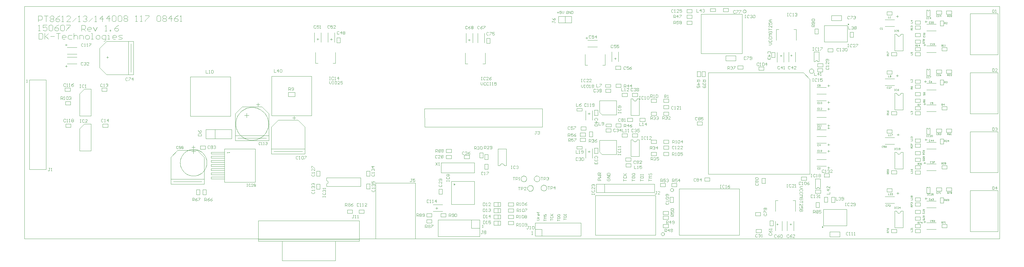
<source format=gto>
*%FSLAX23Y23*%
*%MOIN*%
G01*
D11*
X6451Y7060D02*
Y7170D01*
X6341D02*
Y7060D01*
X6651D02*
Y7170D01*
Y7060D02*
X6341D01*
Y7170D02*
X6651D01*
X6354Y6772D02*
X6353Y6757D01*
X6351Y6742D01*
X6347Y6727D01*
X6342Y6713D01*
X6336Y6699D01*
X6328Y6686D01*
X6320Y6673D01*
X6310Y6662D01*
X6299Y6651D01*
X6287Y6642D01*
X6274Y6634D01*
X6260Y6627D01*
X6246Y6621D01*
X6232Y6617D01*
X6217Y6614D01*
X6201Y6613D01*
X6186D01*
X6171Y6614D01*
X6156Y6617D01*
X6142Y6621D01*
X6127Y6627D01*
X6114Y6634D01*
X6101Y6642D01*
X6089Y6651D01*
X6078Y6662D01*
X6068Y6673D01*
X6059Y6686D01*
X6052Y6699D01*
X6045Y6713D01*
X6040Y6727D01*
X6037Y6742D01*
X6035Y6757D01*
X6034Y6772D01*
X6035Y6788D01*
X6037Y6803D01*
X6040Y6817D01*
X6045Y6832D01*
X6052Y6846D01*
X6059Y6859D01*
X6068Y6871D01*
X6078Y6883D01*
X6089Y6893D01*
X6101Y6903D01*
X6114Y6911D01*
X6127Y6918D01*
X6142Y6924D01*
X6156Y6928D01*
X6171Y6931D01*
X6186Y6932D01*
X6201D01*
X6217Y6931D01*
X6232Y6928D01*
X6246Y6924D01*
X6260Y6918D01*
X6274Y6911D01*
X6287Y6903D01*
X6299Y6893D01*
X6310Y6883D01*
X6320Y6871D01*
X6328Y6859D01*
X6336Y6846D01*
X6342Y6832D01*
X6347Y6817D01*
X6351Y6803D01*
X6353Y6788D01*
X6354Y6772D01*
X6353Y6757D01*
X6351Y6742D01*
X6347Y6727D01*
X6342Y6713D01*
X6336Y6699D01*
X6328Y6686D01*
X6320Y6673D01*
X6310Y6662D01*
X6299Y6651D01*
X6287Y6642D01*
X6274Y6634D01*
X6260Y6627D01*
X6246Y6621D01*
X6232Y6617D01*
X6217Y6614D01*
X6201Y6613D01*
X6186D01*
X6171Y6614D01*
X6156Y6617D01*
X6142Y6621D01*
X6127Y6627D01*
X6114Y6634D01*
X6101Y6642D01*
X6089Y6651D01*
X6078Y6662D01*
X6068Y6673D01*
X6059Y6686D01*
X6052Y6699D01*
X6045Y6713D01*
X6040Y6727D01*
X6037Y6742D01*
X6035Y6757D01*
X6034Y6772D01*
X6035Y6788D01*
X6037Y6803D01*
X6040Y6817D01*
X6045Y6832D01*
X6052Y6846D01*
X6059Y6859D01*
X6068Y6871D01*
X6078Y6883D01*
X6089Y6893D01*
X6101Y6903D01*
X6114Y6911D01*
X6127Y6918D01*
X6142Y6924D01*
X6156Y6928D01*
X6171Y6931D01*
X6186Y6932D01*
X6201D01*
X6217Y6931D01*
X6232Y6928D01*
X6246Y6924D01*
X6260Y6918D01*
X6274Y6911D01*
X6287Y6903D01*
X6299Y6893D01*
X6310Y6883D01*
X6320Y6871D01*
X6328Y6859D01*
X6336Y6846D01*
X6342Y6832D01*
X6347Y6817D01*
X6351Y6803D01*
X6353Y6788D01*
X6354Y6772D01*
X6194Y6882D02*
Y6932D01*
X6169Y6907D02*
X6219D01*
X4162Y5856D02*
X15879D01*
Y8651D02*
X4162D01*
Y5856D01*
X15879D02*
Y8651D01*
D12*
X15008Y8522D02*
X15001D01*
X15004D02*
X15008D01*
X15004D02*
Y8502D01*
X15001D01*
X15008D01*
X15028Y8522D02*
X15031Y8519D01*
X15028Y8522D02*
X15021D01*
X15018Y8519D01*
Y8505D01*
X15021Y8502D01*
X15028D01*
X15031Y8505D01*
X15048Y8502D02*
Y8522D01*
X15038Y8512D01*
X15051D01*
X15251Y8527D02*
Y8547D01*
X15261D01*
X15264Y8544D01*
Y8537D01*
X15261Y8534D01*
X15251D01*
X15258D02*
X15264Y8527D01*
X15271D02*
X15284D01*
X15271D02*
X15284Y8540D01*
Y8544D01*
X15281Y8547D01*
X15274D01*
X15271Y8544D01*
X15291D02*
X15294Y8547D01*
X15301D01*
X15304Y8544D01*
Y8530D01*
X15301Y8527D01*
X15294D01*
X15291Y8530D01*
Y8544D01*
X15134D02*
X15131Y8547D01*
X15124D01*
X15121Y8544D01*
Y8530D01*
X15124Y8527D01*
X15131D01*
X15134Y8530D01*
X15141Y8527D02*
X15154D01*
X15141D02*
X15154Y8540D01*
Y8544D01*
X15151Y8547D01*
X15144D01*
X15141Y8544D01*
X15171Y8547D02*
Y8527D01*
X15161Y8537D02*
X15171Y8547D01*
X15174Y8537D02*
X15161D01*
X14476Y6974D02*
X14479Y6971D01*
X14476Y6974D02*
X14469D01*
X14466Y6971D01*
Y6957D01*
X14469Y6954D01*
X14476D01*
X14479Y6957D01*
X14486Y6974D02*
X14499D01*
X14486D02*
Y6964D01*
X14493Y6967D01*
X14496D01*
X14499Y6964D01*
Y6957D01*
X14496Y6954D01*
X14489D01*
X14486Y6957D01*
X14506Y6971D02*
X14509Y6974D01*
X14516D01*
X14519Y6971D01*
Y6967D01*
X14516Y6964D01*
X14519Y6961D01*
Y6957D01*
X14516Y6954D01*
X14509D01*
X14506Y6957D01*
Y6961D01*
X14509Y6964D01*
X14506Y6967D01*
Y6971D01*
X14509Y6964D02*
X14516D01*
X15131Y7129D02*
X15134Y7126D01*
X15131Y7129D02*
X15124D01*
X15121Y7126D01*
Y7112D01*
X15124Y7109D01*
X15131D01*
X15134Y7112D01*
X15141Y7129D02*
X15154D01*
X15141D02*
Y7119D01*
X15148Y7122D01*
X15151D01*
X15154Y7119D01*
Y7112D01*
X15151Y7109D01*
X15144D01*
X15141Y7112D01*
X15161Y7126D02*
X15164Y7129D01*
X15171D01*
X15174Y7126D01*
Y7122D01*
X15175D01*
X15174D02*
X15175D01*
X15174D02*
X15175D01*
X15174D02*
X15171Y7119D01*
X15168D01*
X15171D01*
X15174Y7116D01*
Y7112D01*
X15171Y7109D01*
X15164D01*
X15161Y7112D01*
X15251Y7109D02*
Y7129D01*
X15261D01*
X15264Y7126D01*
Y7119D01*
X15261Y7116D01*
X15251D01*
X15258D02*
X15264Y7109D01*
X15278Y7126D02*
X15284Y7129D01*
X15278Y7126D02*
X15271Y7119D01*
Y7112D01*
X15274Y7109D01*
X15281D01*
X15284Y7112D01*
Y7116D01*
X15281Y7119D01*
X15271D01*
X15291Y7109D02*
X15298D01*
X15294D01*
Y7129D01*
X15295D01*
X15294D02*
X15291Y7126D01*
X15008Y7104D02*
X15001D01*
X15004D02*
X15008D01*
X15004D02*
Y7084D01*
X15001D01*
X15008D01*
X15028Y7104D02*
X15031Y7101D01*
X15028Y7104D02*
X15021D01*
X15018Y7101D01*
Y7087D01*
X15021Y7084D01*
X15028D01*
X15031Y7087D01*
X15038Y7084D02*
X15051D01*
X15038D02*
X15051Y7097D01*
Y7101D01*
X15048Y7104D01*
X15041D01*
X15038Y7101D01*
X15058D02*
X15061Y7104D01*
X15068D01*
X15071Y7101D01*
Y7087D01*
X15068Y7084D01*
X15061D01*
X15058Y7087D01*
Y7101D01*
X14831Y6949D02*
X14811D01*
Y6959D01*
X14814Y6962D01*
X14821D01*
X14824Y6959D01*
Y6949D01*
Y6956D02*
X14831Y6962D01*
Y6969D02*
Y6982D01*
Y6969D02*
X14818Y6982D01*
X14814D01*
X14811Y6979D01*
Y6972D01*
X14814Y6969D01*
X14811Y6989D02*
Y7002D01*
X14814D01*
X14828Y6989D01*
X14831D01*
X15041Y7049D02*
X15044Y7046D01*
X15041Y7049D02*
X15034D01*
X15031Y7046D01*
Y7032D01*
X15034Y7029D01*
X15041D01*
X15044Y7032D01*
X15061Y7029D02*
Y7049D01*
X15051Y7039D01*
X15064D01*
X15081Y7049D02*
Y7029D01*
X15071Y7039D02*
X15081Y7049D01*
X15084Y7039D02*
X15071D01*
X15216Y7044D02*
Y7024D01*
Y7044D02*
X15226D01*
X15229Y7041D01*
Y7034D01*
X15226Y7031D01*
X15216D01*
X15223D02*
X15229Y7024D01*
X15236D02*
X15249D01*
X15236D02*
X15249Y7037D01*
Y7041D01*
X15246Y7044D01*
X15239D01*
X15236Y7041D01*
X15266Y7044D02*
Y7024D01*
X15256Y7034D02*
X15266Y7044D01*
X15269Y7034D02*
X15256D01*
X14831Y7034D02*
X14811D01*
X14831D02*
Y7047D01*
Y7054D02*
Y7061D01*
Y7057D01*
X14811D01*
X14812D01*
X14811D02*
X14814Y7054D01*
Y7071D02*
X14811Y7074D01*
Y7081D01*
X14814Y7084D01*
X14818D01*
X14819D01*
X14818D02*
X14819D01*
X14818D02*
X14819D01*
X14818D02*
X14821Y7081D01*
Y7077D01*
Y7081D01*
X14824Y7084D01*
X14828D01*
X14831Y7081D01*
Y7074D01*
X14828Y7071D01*
X14540Y7682D02*
X14537Y7685D01*
X14530D01*
X14527Y7682D01*
Y7668D01*
X14530Y7665D01*
X14537D01*
X14540Y7668D01*
X14547Y7665D02*
X14560D01*
X14547D02*
X14560Y7678D01*
Y7682D01*
X14557Y7685D01*
X14550D01*
X14547Y7682D01*
X14567Y7685D02*
X14580D01*
Y7682D01*
X14567Y7668D01*
Y7665D01*
X15131Y7837D02*
X15134Y7834D01*
X15131Y7837D02*
X15124D01*
X15121Y7834D01*
Y7820D01*
X15124Y7817D01*
X15131D01*
X15134Y7820D01*
X15141Y7817D02*
X15154D01*
X15141D02*
X15154Y7830D01*
Y7834D01*
X15151Y7837D01*
X15144D01*
X15141Y7834D01*
X15168D02*
X15174Y7837D01*
X15168Y7834D02*
X15161Y7827D01*
Y7820D01*
X15164Y7817D01*
X15171D01*
X15174Y7820D01*
Y7824D01*
X15171Y7827D01*
X15161D01*
X15251Y7837D02*
Y7817D01*
Y7837D02*
X15261D01*
X15264Y7834D01*
Y7827D01*
X15261Y7824D01*
X15251D01*
X15258D02*
X15264Y7817D01*
X15271D02*
X15284D01*
X15271D02*
X15284Y7830D01*
Y7834D01*
X15281Y7837D01*
X15274D01*
X15271Y7834D01*
X15291Y7817D02*
X15304D01*
X15291D02*
X15304Y7830D01*
Y7834D01*
X15301Y7837D01*
X15294D01*
X15291Y7834D01*
X15008Y7812D02*
X15001D01*
X15004D02*
X15008D01*
X15004D02*
Y7792D01*
X15001D01*
X15008D01*
X15028Y7812D02*
X15031Y7809D01*
X15028Y7812D02*
X15021D01*
X15018Y7809D01*
Y7795D01*
X15021Y7792D01*
X15028D01*
X15031Y7795D01*
X15038Y7812D02*
X15051D01*
Y7809D01*
X15038Y7795D01*
Y7792D01*
X14981Y7532D02*
X14961D01*
X14981D02*
Y7522D01*
X14978Y7519D01*
X14971D01*
X14968Y7522D01*
Y7532D01*
Y7525D02*
X14961Y7519D01*
X14978Y7512D02*
X14981Y7509D01*
Y7502D01*
X14978Y7499D01*
X14974D01*
X14971Y7502D01*
X14968Y7499D01*
X14964D01*
X14961Y7502D01*
Y7509D01*
X14964Y7512D01*
X14968D01*
X14971Y7509D01*
X14974Y7512D01*
X14978D01*
X14971Y7509D02*
Y7502D01*
X14896Y7477D02*
Y7457D01*
Y7477D02*
X14906D01*
X14909Y7474D01*
Y7467D01*
X14906Y7464D01*
X14896D01*
X14903D02*
X14909Y7457D01*
X14916Y7477D02*
X14929D01*
Y7474D01*
X14916Y7460D01*
Y7457D01*
X14831Y7357D02*
X14811D01*
X14831D02*
Y7370D01*
X14814Y7377D02*
X14811Y7380D01*
Y7387D01*
X14814Y7390D01*
X14818D01*
X14819D01*
X14818D02*
X14819D01*
X14818D02*
X14819D01*
X14818D02*
X14821Y7387D01*
Y7384D01*
Y7387D01*
X14824Y7390D01*
X14828D01*
X14831Y7387D01*
Y7380D01*
X14828Y7377D01*
X14831Y7657D02*
X14811D01*
Y7667D01*
X14814Y7670D01*
X14821D01*
X14824Y7667D01*
Y7657D01*
Y7664D02*
X14831Y7670D01*
X14814Y7684D02*
X14811Y7690D01*
X14814Y7684D02*
X14821Y7677D01*
X14828D01*
X14831Y7680D01*
Y7687D01*
X14828Y7690D01*
X14824D01*
X14821Y7687D01*
Y7677D01*
X14961Y7617D02*
X14981D01*
Y7607D01*
X14978Y7604D01*
X14971D01*
X14968Y7607D01*
Y7617D01*
Y7610D02*
X14961Y7604D01*
X14981Y7597D02*
Y7584D01*
Y7597D02*
X14971D01*
X14974Y7590D01*
Y7587D01*
X14971Y7584D01*
X14964D01*
X14961Y7587D01*
Y7594D01*
X14964Y7597D01*
X15044Y7754D02*
X15041Y7757D01*
X15034D01*
X15031Y7754D01*
Y7740D01*
X15034Y7737D01*
X15041D01*
X15044Y7740D01*
X15058Y7754D02*
X15064Y7757D01*
X15058Y7754D02*
X15051Y7747D01*
Y7740D01*
X15054Y7737D01*
X15061D01*
X15064Y7740D01*
Y7744D01*
X15061Y7747D01*
X15051D01*
X15056Y7497D02*
X15059Y7494D01*
X15056Y7497D02*
X15049D01*
X15046Y7494D01*
Y7480D01*
X15049Y7477D01*
X15056D01*
X15059Y7480D01*
X15066Y7497D02*
X15079D01*
X15066D02*
Y7487D01*
X15073Y7490D01*
X15076D01*
X15079Y7487D01*
Y7480D01*
X15076Y7477D01*
X15069D01*
X15066Y7480D01*
X15181Y7482D02*
Y7462D01*
Y7482D02*
X15191D01*
X15194Y7479D01*
Y7472D01*
X15191Y7469D01*
X15181D01*
X15188D02*
X15194Y7462D01*
X15211D02*
Y7482D01*
X15201Y7472D01*
X15214D01*
X15216Y7732D02*
Y7752D01*
X15226D01*
X15229Y7749D01*
Y7742D01*
X15226Y7739D01*
X15216D01*
X15223D02*
X15229Y7732D01*
X15236Y7749D02*
X15239Y7752D01*
X15246D01*
X15249Y7749D01*
Y7745D01*
X15250D01*
X15249D02*
X15250D01*
X15249D02*
X15250D01*
X15249D02*
X15246Y7742D01*
X15243D01*
X15246D01*
X15249Y7739D01*
Y7735D01*
X15246Y7732D01*
X15239D01*
X15236Y7735D01*
X14831Y7742D02*
X14811D01*
X14831D02*
Y7755D01*
Y7762D02*
Y7775D01*
Y7762D02*
X14818Y7775D01*
X14814D01*
X14811Y7772D01*
Y7765D01*
X14814Y7762D01*
X14811Y8452D02*
X14831D01*
Y8465D01*
Y8482D02*
X14811D01*
X14821Y8472D01*
Y8485D01*
X15216Y8462D02*
Y8442D01*
Y8462D02*
X15226D01*
X15229Y8459D01*
Y8452D01*
X15226Y8449D01*
X15216D01*
X15223D02*
X15229Y8442D01*
X15236D02*
X15249D01*
X15236D02*
X15249Y8455D01*
Y8459D01*
X15246Y8462D01*
X15239D01*
X15236Y8459D01*
X15181Y8192D02*
Y8172D01*
Y8192D02*
X15191D01*
X15194Y8189D01*
Y8182D01*
X15191Y8179D01*
X15181D01*
X15188D02*
X15194Y8172D01*
X15201D02*
X15208D01*
X15204D01*
Y8192D01*
X15205D01*
X15204D02*
X15201Y8189D01*
X15218Y8172D02*
X15224D01*
X15221D01*
Y8192D01*
X15222D01*
X15221D02*
X15218Y8189D01*
X15059Y8204D02*
X15056Y8207D01*
X15049D01*
X15046Y8204D01*
Y8190D01*
X15049Y8187D01*
X15056D01*
X15059Y8190D01*
X15066Y8187D02*
X15073D01*
X15069D01*
Y8207D01*
X15070D01*
X15069D02*
X15066Y8204D01*
X15083Y8190D02*
X15086Y8187D01*
X15093D01*
X15096Y8190D01*
Y8204D01*
X15093Y8207D01*
X15086D01*
X15083Y8204D01*
Y8200D01*
X15086Y8197D01*
X15096D01*
X15044Y8464D02*
X15041Y8467D01*
X15034D01*
X15031Y8464D01*
Y8450D01*
X15034Y8447D01*
X15041D01*
X15044Y8450D01*
X15051Y8447D02*
X15064D01*
X15051D02*
X15064Y8460D01*
Y8464D01*
X15061Y8467D01*
X15054D01*
X15051Y8464D01*
X15071D02*
X15074Y8467D01*
X15081D01*
X15084Y8464D01*
Y8450D01*
X15081Y8447D01*
X15074D01*
X15071Y8450D01*
Y8464D01*
X14981Y8331D02*
X14961D01*
X14981D02*
Y8321D01*
X14978Y8318D01*
X14971D01*
X14968Y8321D01*
Y8331D01*
Y8324D02*
X14961Y8318D01*
Y8311D02*
Y8304D01*
Y8308D01*
X14981D01*
X14982D01*
X14981D02*
X14978Y8311D01*
X14961Y8294D02*
Y8281D01*
Y8294D02*
X14974Y8281D01*
X14978D01*
X14981Y8284D01*
Y8291D01*
X14978Y8294D01*
X14831Y8367D02*
X14811D01*
Y8377D01*
X14814Y8380D01*
X14821D01*
X14824Y8377D01*
Y8367D01*
Y8374D02*
X14831Y8380D01*
Y8387D02*
Y8394D01*
Y8390D01*
X14811D01*
X14812D01*
X14811D02*
X14814Y8387D01*
Y8404D02*
X14811Y8407D01*
Y8414D01*
X14814Y8417D01*
X14818D01*
X14819D01*
X14818D02*
X14819D01*
X14818D02*
X14819D01*
X14818D02*
X14821Y8414D01*
Y8410D01*
Y8414D01*
X14824Y8417D01*
X14828D01*
X14831Y8414D01*
Y8407D01*
X14828Y8404D01*
X14868Y8192D02*
Y8172D01*
Y8192D02*
X14878D01*
X14881Y8189D01*
Y8182D01*
X14878Y8179D01*
X14868D01*
X14875D02*
X14881Y8172D01*
X14888D02*
X14895D01*
X14891D01*
Y8192D01*
X14892D01*
X14891D02*
X14888Y8189D01*
X14915Y8192D02*
Y8172D01*
X14905Y8182D02*
X14915Y8192D01*
X14918Y8182D02*
X14905D01*
X14955Y8256D02*
X14975D01*
Y8246D01*
X14972Y8243D01*
X14965D01*
X14962Y8246D01*
Y8256D01*
Y8249D02*
X14955Y8243D01*
Y8236D02*
Y8229D01*
Y8233D01*
X14975D01*
X14976D01*
X14975D02*
X14972Y8236D01*
X14975Y8219D02*
Y8206D01*
Y8219D02*
X14965D01*
X14968Y8213D01*
Y8209D01*
X14965Y8206D01*
X14958D01*
X14955Y8209D01*
Y8216D01*
X14958Y8219D01*
X14457Y8390D02*
X14454Y8393D01*
X14447D01*
X14444Y8390D01*
Y8376D01*
X14447Y8373D01*
X14454D01*
X14457Y8376D01*
X14464Y8373D02*
X14471D01*
X14467D01*
Y8393D01*
X14468D01*
X14467D02*
X14464Y8390D01*
X14811Y8067D02*
X14831D01*
Y8080D01*
X14811Y8087D02*
Y8100D01*
Y8087D02*
X14821D01*
X14818Y8094D01*
Y8097D01*
X14821Y8100D01*
X14828D01*
X14831Y8097D01*
Y8090D01*
X14828Y8087D01*
X14522Y6266D02*
X14525Y6263D01*
X14522Y6266D02*
X14515D01*
X14512Y6263D01*
Y6249D01*
X14515Y6246D01*
X14522D01*
X14525Y6249D01*
X14532Y6266D02*
X14545D01*
Y6263D01*
X14532Y6249D01*
Y6246D01*
X14552D02*
X14565D01*
X14552D02*
X14565Y6259D01*
Y6263D01*
X14562Y6266D01*
X14555D01*
X14552Y6263D01*
X15131Y6420D02*
X15134Y6417D01*
X15131Y6420D02*
X15124D01*
X15121Y6417D01*
Y6403D01*
X15124Y6400D01*
X15131D01*
X15134Y6403D01*
X15141Y6420D02*
X15154D01*
Y6417D01*
X15141Y6403D01*
Y6400D01*
X15161D02*
X15168D01*
X15164D01*
Y6420D01*
X15165D01*
X15164D02*
X15161Y6417D01*
X15251Y6420D02*
Y6400D01*
Y6420D02*
X15261D01*
X15264Y6417D01*
Y6410D01*
X15261Y6407D01*
X15251D01*
X15258D02*
X15264Y6400D01*
X15271Y6420D02*
X15284D01*
Y6417D01*
X15271Y6403D01*
Y6400D01*
X15291Y6417D02*
X15294Y6420D01*
X15301D01*
X15304Y6417D01*
Y6413D01*
X15301Y6410D01*
X15304Y6407D01*
Y6403D01*
X15301Y6400D01*
X15294D01*
X15291Y6403D01*
Y6407D01*
X15294Y6410D01*
X15291Y6413D01*
Y6417D01*
X15294Y6410D02*
X15301D01*
X15020Y6400D02*
X15013D01*
X15016D02*
X15020D01*
X15016D02*
Y6380D01*
X15013D01*
X15020D01*
X15040Y6400D02*
X15043Y6397D01*
X15040Y6400D02*
X15033D01*
X15030Y6397D01*
Y6383D01*
X15033Y6380D01*
X15040D01*
X15043Y6383D01*
X15050Y6380D02*
X15063D01*
X15050D02*
X15063Y6393D01*
Y6397D01*
X15060Y6400D01*
X15053D01*
X15050Y6397D01*
X15070Y6400D02*
X15083D01*
X15070D02*
Y6390D01*
X15076Y6393D01*
X15080D01*
X15083Y6390D01*
Y6383D01*
X15080Y6380D01*
X15073D01*
X15070Y6383D01*
X14977Y6135D02*
X14957D01*
X14977D02*
Y6125D01*
X14974Y6122D01*
X14967D01*
X14964Y6125D01*
Y6135D01*
Y6128D02*
X14957Y6122D01*
X14977Y6115D02*
Y6102D01*
X14974D01*
X14960Y6115D01*
X14957D01*
X14977Y6095D02*
Y6082D01*
Y6095D02*
X14967D01*
X14970Y6088D01*
Y6085D01*
X14967Y6082D01*
X14960D01*
X14957Y6085D01*
Y6092D01*
X14960Y6095D01*
X14896Y6060D02*
Y6040D01*
Y6060D02*
X14906D01*
X14909Y6057D01*
Y6050D01*
X14906Y6047D01*
X14896D01*
X14903D02*
X14909Y6040D01*
X14916Y6060D02*
X14929D01*
Y6057D01*
X14916Y6043D01*
Y6040D01*
X14946D02*
Y6060D01*
X14936Y6050D01*
X14949D01*
X14831Y5940D02*
X14811D01*
X14831D02*
Y5953D01*
Y5960D02*
Y5973D01*
Y5960D02*
X14818Y5973D01*
X14814D01*
X14811Y5970D01*
Y5963D01*
X14814Y5960D01*
X14831Y5980D02*
Y5987D01*
Y5983D01*
X14811D01*
X14812D01*
X14811D02*
X14814Y5980D01*
X14811Y6240D02*
X14831D01*
X14811D02*
Y6250D01*
X14814Y6253D01*
X14821D01*
X14824Y6250D01*
Y6240D01*
Y6247D02*
X14831Y6253D01*
X14811Y6260D02*
Y6273D01*
X14814D01*
X14828Y6260D01*
X14831D01*
X14814Y6280D02*
X14811Y6283D01*
Y6290D01*
X14814Y6293D01*
X14818D01*
X14819D01*
X14818D02*
X14819D01*
X14818D02*
X14819D01*
X14818D02*
X14821Y6290D01*
Y6287D01*
Y6290D01*
X14824Y6293D01*
X14828D01*
X14831Y6290D01*
Y6283D01*
X14828Y6280D01*
X14957Y6210D02*
X14977D01*
Y6200D01*
X14974Y6197D01*
X14967D01*
X14964Y6200D01*
Y6210D01*
Y6203D02*
X14957Y6197D01*
X14977Y6190D02*
Y6177D01*
X14974D01*
X14960Y6190D01*
X14957D01*
Y6170D02*
Y6157D01*
Y6170D02*
X14970Y6157D01*
X14974D01*
X14977Y6160D01*
Y6167D01*
X14974Y6170D01*
X15044Y6337D02*
X15041Y6340D01*
X15034D01*
X15031Y6337D01*
Y6323D01*
X15034Y6320D01*
X15041D01*
X15044Y6323D01*
X15058Y6337D02*
X15064Y6340D01*
X15058Y6337D02*
X15051Y6330D01*
Y6323D01*
X15054Y6320D01*
X15061D01*
X15064Y6323D01*
Y6327D01*
X15061Y6330D01*
X15051D01*
X15071Y6337D02*
X15074Y6340D01*
X15081D01*
X15084Y6337D01*
Y6333D01*
X15085D01*
X15084D02*
X15085D01*
X15084D02*
X15085D01*
X15084D02*
X15081Y6330D01*
X15078D01*
X15081D01*
X15084Y6327D01*
Y6323D01*
X15081Y6320D01*
X15074D01*
X15071Y6323D01*
X15056Y6080D02*
X15059Y6077D01*
X15056Y6080D02*
X15049D01*
X15046Y6077D01*
Y6063D01*
X15049Y6060D01*
X15056D01*
X15059Y6063D01*
X15066Y6080D02*
X15079D01*
X15066D02*
Y6070D01*
X15073Y6073D01*
X15076D01*
X15079Y6070D01*
Y6063D01*
X15076Y6060D01*
X15069D01*
X15066Y6063D01*
X15086D02*
X15089Y6060D01*
X15096D01*
X15099Y6063D01*
Y6077D01*
X15096Y6080D01*
X15089D01*
X15086Y6077D01*
Y6073D01*
X15089Y6070D01*
X15099D01*
X15181Y6065D02*
Y6045D01*
Y6065D02*
X15191D01*
X15194Y6062D01*
Y6055D01*
X15191Y6052D01*
X15181D01*
X15188D02*
X15194Y6045D01*
X15201Y6065D02*
X15214D01*
Y6062D01*
X15201Y6048D01*
Y6045D01*
X15221D02*
X15228D01*
X15224D01*
Y6065D01*
X15225D01*
X15224D02*
X15221Y6062D01*
X15216Y6315D02*
Y6335D01*
X15226D01*
X15229Y6332D01*
Y6325D01*
X15226Y6322D01*
X15216D01*
X15223D02*
X15229Y6315D01*
X15243Y6332D02*
X15249Y6335D01*
X15243Y6332D02*
X15236Y6325D01*
Y6318D01*
X15239Y6315D01*
X15246D01*
X15249Y6318D01*
Y6322D01*
X15246Y6325D01*
X15236D01*
X15256Y6318D02*
X15259Y6315D01*
X15266D01*
X15269Y6318D01*
Y6332D01*
X15266Y6335D01*
X15259D01*
X15256Y6332D01*
Y6328D01*
X15259Y6325D01*
X15269D01*
X14831Y6325D02*
X14811D01*
X14831D02*
Y6338D01*
Y6345D02*
Y6352D01*
Y6348D01*
X14811D01*
X14812D01*
X14811D02*
X14814Y6345D01*
Y6362D02*
X14811Y6365D01*
Y6372D01*
X14814Y6375D01*
X14818D01*
X14821Y6372D01*
X14824Y6375D01*
X14828D01*
X14831Y6372D01*
Y6365D01*
X14828Y6362D01*
X14824D01*
X14821Y6365D01*
X14818Y6362D01*
X14814D01*
X14821Y6365D02*
Y6372D01*
X14957Y6846D02*
X14977D01*
Y6836D01*
X14974Y6833D01*
X14967D01*
X14964Y6836D01*
Y6846D01*
Y6839D02*
X14957Y6833D01*
X14977Y6826D02*
Y6813D01*
Y6826D02*
X14967D01*
X14970Y6819D01*
Y6816D01*
X14967Y6813D01*
X14960D01*
X14957Y6816D01*
Y6823D01*
X14960Y6826D01*
X14977Y6806D02*
Y6793D01*
Y6806D02*
X14967D01*
X14970Y6799D01*
Y6796D01*
X14967Y6793D01*
X14960D01*
X14957Y6796D01*
Y6803D01*
X14960Y6806D01*
X14896Y6769D02*
Y6749D01*
Y6769D02*
X14906D01*
X14909Y6766D01*
Y6759D01*
X14906Y6756D01*
X14896D01*
X14903D02*
X14909Y6749D01*
X14916Y6766D02*
X14919Y6769D01*
X14926D01*
X14929Y6766D01*
Y6762D01*
X14930D01*
X14929D02*
X14930D01*
X14929D02*
X14930D01*
X14929D02*
X14926Y6759D01*
X14923D01*
X14926D01*
X14929Y6756D01*
Y6752D01*
X14926Y6749D01*
X14919D01*
X14916Y6752D01*
X14936Y6749D02*
X14943D01*
X14939D01*
Y6769D01*
X14940D01*
X14939D02*
X14936Y6766D01*
X14831Y6645D02*
X14811D01*
X14831D02*
Y6658D01*
Y6665D02*
Y6672D01*
Y6668D01*
X14811D01*
X14812D01*
X14811D02*
X14814Y6665D01*
Y6688D02*
X14811Y6695D01*
X14814Y6688D02*
X14821Y6682D01*
X14828D01*
X14831Y6685D01*
Y6692D01*
X14828Y6695D01*
X14824D01*
X14821Y6692D01*
Y6682D01*
X14957Y6920D02*
X14977D01*
Y6910D01*
X14974Y6907D01*
X14967D01*
X14964Y6910D01*
Y6920D01*
Y6913D02*
X14957Y6907D01*
Y6900D02*
Y6887D01*
Y6900D02*
X14970Y6887D01*
X14974D01*
X14977Y6890D01*
Y6897D01*
X14974Y6900D01*
Y6873D02*
X14977Y6867D01*
X14974Y6873D02*
X14967Y6880D01*
X14960D01*
X14957Y6877D01*
Y6870D01*
X14960Y6867D01*
X14964D01*
X14967Y6870D01*
Y6880D01*
X15056Y6789D02*
X15059Y6786D01*
X15056Y6789D02*
X15049D01*
X15046Y6786D01*
Y6772D01*
X15049Y6769D01*
X15056D01*
X15059Y6772D01*
X15066Y6786D02*
X15069Y6789D01*
X15076D01*
X15079Y6786D01*
Y6782D01*
X15080D01*
X15079D02*
X15080D01*
X15079D02*
X15080D01*
X15079D02*
X15076Y6779D01*
X15073D01*
X15076D01*
X15079Y6776D01*
Y6772D01*
X15076Y6769D01*
X15069D01*
X15066Y6772D01*
X15086Y6789D02*
X15099D01*
Y6786D01*
X15086Y6772D01*
Y6769D01*
X15181Y6774D02*
Y6754D01*
Y6774D02*
X15191D01*
X15194Y6771D01*
Y6764D01*
X15191Y6761D01*
X15181D01*
X15188D02*
X15194Y6754D01*
X15201D02*
X15214D01*
X15201D02*
X15214Y6767D01*
Y6771D01*
X15211Y6774D01*
X15204D01*
X15201Y6771D01*
X15221Y6774D02*
X15234D01*
X15221D02*
Y6764D01*
X15228Y6767D01*
X15231D01*
X15234Y6764D01*
Y6757D01*
X15231Y6754D01*
X15224D01*
X15221Y6757D01*
X14541Y8512D02*
Y8532D01*
Y8512D02*
X14554D01*
X14561D02*
X14568D01*
X14564D01*
Y8532D01*
X14565D01*
X14564D02*
X14561Y8529D01*
X13701Y7229D02*
X13704Y7226D01*
X13701Y7229D02*
X13694D01*
X13691Y7226D01*
Y7212D01*
X13694Y7209D01*
X13701D01*
X13704Y7212D01*
X13711Y7209D02*
X13718D01*
X13714D01*
Y7229D01*
X13715D01*
X13714D02*
X13711Y7226D01*
X13728Y7209D02*
X13734D01*
X13731D01*
Y7229D01*
X13732D01*
X13731D02*
X13728Y7226D01*
X13701Y7199D02*
X13704Y7196D01*
X13701Y7199D02*
X13694D01*
X13691Y7196D01*
Y7182D01*
X13694Y7179D01*
X13701D01*
X13704Y7182D01*
X13711Y7196D02*
X13714Y7199D01*
X13721D01*
X13724Y7196D01*
Y7192D01*
X13725D01*
X13724D02*
X13725D01*
X13724D02*
X13725D01*
X13724D02*
X13721Y7189D01*
X13718D01*
X13721D01*
X13724Y7186D01*
Y7182D01*
X13721Y7179D01*
X13714D01*
X13711Y7182D01*
X14541Y7114D02*
Y7094D01*
X14554D01*
X14561D02*
X14568D01*
X14564D01*
Y7114D01*
X14565D01*
X14564D02*
X14561Y7111D01*
X14578Y7114D02*
X14591D01*
Y7111D01*
X14578Y7097D01*
Y7094D01*
X14541Y7802D02*
Y7822D01*
Y7802D02*
X14554D01*
X14561Y7819D02*
X14564Y7822D01*
X14571D01*
X14574Y7819D01*
Y7815D01*
X14571Y7812D01*
X14574Y7809D01*
Y7805D01*
X14571Y7802D01*
X14564D01*
X14561Y7805D01*
Y7809D01*
X14564Y7812D01*
X14561Y7815D01*
Y7819D01*
X14564Y7812D02*
X14571D01*
X14546Y7347D02*
X14526D01*
Y7357D01*
X14529Y7360D01*
X14536D01*
X14539Y7357D01*
Y7347D01*
Y7354D02*
X14546Y7360D01*
Y7367D02*
Y7374D01*
Y7370D01*
X14526D01*
X14527D01*
X14526D02*
X14529Y7367D01*
Y7390D02*
X14526Y7397D01*
X14529Y7390D02*
X14536Y7384D01*
X14543D01*
X14546Y7387D01*
Y7394D01*
X14543Y7397D01*
X14539D01*
X14536Y7394D01*
Y7384D01*
X14616Y7657D02*
X14623D01*
X14619D01*
Y7637D01*
X14616D01*
X14623D01*
X14643Y7657D02*
X14646Y7654D01*
X14643Y7657D02*
X14636D01*
X14633Y7654D01*
Y7640D01*
X14636Y7637D01*
X14643D01*
X14646Y7640D01*
X14659Y7654D02*
X14666Y7657D01*
X14659Y7654D02*
X14653Y7647D01*
Y7640D01*
X14656Y7637D01*
X14663D01*
X14666Y7640D01*
Y7644D01*
X14663Y7647D01*
X14653D01*
X13704Y7709D02*
X13701Y7712D01*
X13694D01*
X13691Y7709D01*
Y7695D01*
X13694Y7692D01*
X13701D01*
X13704Y7695D01*
X13711D02*
X13714Y7692D01*
X13721D01*
X13724Y7695D01*
Y7709D01*
X13721Y7712D01*
X13714D01*
X13711Y7709D01*
Y7705D01*
X13714Y7702D01*
X13724D01*
X13701Y7502D02*
X13704Y7499D01*
X13701Y7502D02*
X13694D01*
X13691Y7499D01*
Y7485D01*
X13694Y7482D01*
X13701D01*
X13704Y7485D01*
X13711Y7482D02*
X13718D01*
X13714D01*
Y7502D01*
X13715D01*
X13714D02*
X13711Y7499D01*
X13728D02*
X13731Y7502D01*
X13738D01*
X13741Y7499D01*
Y7485D01*
X13738Y7482D01*
X13731D01*
X13728Y7485D01*
Y7499D01*
X13701Y6994D02*
X13704Y6991D01*
X13701Y6994D02*
X13694D01*
X13691Y6991D01*
Y6977D01*
X13694Y6974D01*
X13701D01*
X13704Y6977D01*
X13721Y6974D02*
Y6994D01*
X13711Y6984D01*
X13724D01*
X14616Y8367D02*
X14623D01*
X14619D01*
Y8347D01*
X14616D01*
X14623D01*
X14643Y8367D02*
X14646Y8364D01*
X14643Y8367D02*
X14636D01*
X14633Y8364D01*
Y8350D01*
X14636Y8347D01*
X14643D01*
X14646Y8350D01*
X14653Y8367D02*
X14666D01*
X14653D02*
Y8357D01*
X14659Y8360D01*
X14663D01*
X14666Y8357D01*
Y8350D01*
X14663Y8347D01*
X14656D01*
X14653Y8350D01*
X14546Y8057D02*
X14526D01*
Y8067D01*
X14529Y8070D01*
X14536D01*
X14539Y8067D01*
Y8057D01*
Y8064D02*
X14546Y8070D01*
Y8077D02*
Y8084D01*
Y8080D01*
X14526D01*
X14527D01*
X14526D02*
X14529Y8077D01*
X14526Y8094D02*
Y8107D01*
X14529D01*
X14543Y8094D01*
X14546D01*
X13704Y7429D02*
X13701Y7432D01*
X13694D01*
X13691Y7429D01*
Y7415D01*
X13694Y7412D01*
X13701D01*
X13704Y7415D01*
X13711Y7412D02*
X13718D01*
X13714D01*
Y7432D01*
X13715D01*
X13714D02*
X13711Y7429D01*
X13728Y7412D02*
X13741D01*
X13728D02*
X13741Y7425D01*
Y7429D01*
X13738Y7432D01*
X13731D01*
X13728Y7429D01*
X14541Y6405D02*
Y6385D01*
X14554D01*
X14561D02*
X14574D01*
X14561D02*
X14574Y6398D01*
Y6402D01*
X14571Y6405D01*
X14564D01*
X14561Y6402D01*
X14581Y6385D02*
X14594D01*
X14581D02*
X14594Y6398D01*
Y6402D01*
X14591Y6405D01*
X14584D01*
X14581Y6402D01*
X14546Y5930D02*
X14526D01*
Y5940D01*
X14529Y5943D01*
X14536D01*
X14539Y5940D01*
Y5930D01*
Y5937D02*
X14546Y5943D01*
X14526Y5950D02*
Y5963D01*
X14529D01*
X14543Y5950D01*
X14546D01*
X14529Y5977D02*
X14526Y5983D01*
X14529Y5977D02*
X14536Y5970D01*
X14543D01*
X14546Y5973D01*
Y5980D01*
X14543Y5983D01*
X14539D01*
X14536Y5980D01*
Y5970D01*
X14616Y6240D02*
X14623D01*
X14619D01*
Y6220D01*
X14616D01*
X14623D01*
X14643Y6240D02*
X14646Y6237D01*
X14643Y6240D02*
X14636D01*
X14633Y6237D01*
Y6223D01*
X14636Y6220D01*
X14643D01*
X14646Y6223D01*
X14653Y6220D02*
X14666D01*
X14653D02*
X14666Y6233D01*
Y6237D01*
X14663Y6240D01*
X14656D01*
X14653Y6237D01*
X14683Y6240D02*
Y6220D01*
X14673Y6230D02*
X14683Y6240D01*
X14686Y6230D02*
X14673D01*
X14546Y6639D02*
X14526D01*
Y6649D01*
X14529Y6652D01*
X14536D01*
X14539Y6649D01*
Y6639D01*
Y6646D02*
X14546Y6652D01*
X14526Y6659D02*
Y6672D01*
Y6659D02*
X14536D01*
X14533Y6666D01*
Y6669D01*
X14536Y6672D01*
X14543D01*
X14546Y6669D01*
Y6662D01*
X14543Y6659D01*
Y6679D02*
X14546Y6682D01*
Y6689D01*
X14543Y6692D01*
X14529D01*
X14526Y6689D01*
Y6682D01*
X14529Y6679D01*
X14533D01*
X14536Y6682D01*
Y6692D01*
X14616Y6949D02*
X14623D01*
X14619D01*
Y6929D01*
X14616D01*
X14623D01*
X14643Y6949D02*
X14646Y6946D01*
X14643Y6949D02*
X14636D01*
X14633Y6946D01*
Y6932D01*
X14636Y6929D01*
X14643D01*
X14646Y6932D01*
X14653Y6929D02*
X14659D01*
X14656D01*
Y6949D01*
X14657D01*
X14656D02*
X14653Y6946D01*
X14669Y6932D02*
X14673Y6929D01*
X14679D01*
X14683Y6932D01*
Y6946D01*
X14679Y6949D01*
X14673D01*
X14669Y6946D01*
Y6942D01*
X14673Y6939D01*
X14683D01*
X13704Y6712D02*
X13701Y6715D01*
X13694D01*
X13691Y6712D01*
Y6698D01*
X13694Y6695D01*
X13701D01*
X13704Y6698D01*
X13711Y6695D02*
X13724D01*
X13711D02*
X13724Y6708D01*
Y6712D01*
X13721Y6715D01*
X13714D01*
X13711Y6712D01*
X13704Y6922D02*
X13701Y6925D01*
X13694D01*
X13691Y6922D01*
Y6908D01*
X13694Y6905D01*
X13701D01*
X13704Y6908D01*
X13711Y6905D02*
X13718D01*
X13714D01*
Y6925D01*
X13715D01*
X13714D02*
X13711Y6922D01*
X13728D02*
X13731Y6925D01*
X13738D01*
X13741Y6922D01*
Y6918D01*
X13738Y6915D01*
X13741Y6912D01*
Y6908D01*
X13738Y6905D01*
X13731D01*
X13728Y6908D01*
Y6912D01*
X13731Y6915D01*
X13728Y6918D01*
Y6922D01*
X13731Y6915D02*
X13738D01*
X10659Y8453D02*
Y8531D01*
X10580D02*
Y8453D01*
X10736D02*
Y8531D01*
X10580D01*
Y8453D02*
X10736D01*
X10849Y6049D02*
Y5892D01*
X10300D02*
Y6049D01*
X10379Y5970D02*
Y5892D01*
X10300Y6049D02*
X10849D01*
Y5892D02*
X10300D01*
Y5970D02*
X10379D01*
X8186Y6074D02*
Y5829D01*
X7900D02*
Y5594D01*
X7258D02*
Y5829D01*
X6973D02*
Y6074D01*
Y5846D02*
X8186D01*
X7900Y5594D02*
X7258D01*
X6973Y5829D02*
X8186D01*
Y6074D02*
X6973D01*
D13*
X8383Y5857D02*
Y6527D01*
X8859D02*
Y5857D01*
Y6527D02*
X8383D01*
Y5857D02*
X8859D01*
D14*
X6701Y7243D02*
X6701Y7227D01*
X6703Y7212D01*
X6706Y7196D01*
X6710Y7181D01*
X6715Y7166D01*
X6722Y7152D01*
X6730Y7138D01*
X6738Y7125D01*
X6748Y7112D01*
X6759Y7100D01*
X6770Y7090D01*
X6783Y7080D01*
X6796Y7071D01*
X6810Y7064D01*
X6824Y7057D01*
X6839Y7052D01*
X6854Y7048D01*
X6870Y7045D01*
X6886Y7043D01*
X6902Y7043D01*
X6917Y7044D01*
X6933Y7046D01*
X6948Y7049D01*
X6964Y7054D01*
X6978Y7060D01*
X6992Y7067D01*
X7006Y7075D01*
X7019Y7084D01*
X7031Y7095D01*
X7042Y7106D01*
X7052Y7118D01*
X7062Y7130D01*
X7070Y7144D01*
X7077Y7158D01*
X7083Y7173D01*
X7088Y7188D01*
X7091Y7203D01*
X7094Y7219D01*
X7095Y7235D01*
X7094Y7250D01*
X7093Y7266D01*
X7090Y7282D01*
X7086Y7297D01*
X7081Y7312D01*
X7075Y7326D01*
X7067Y7340D01*
X7059Y7354D01*
X7049Y7366D01*
X7038Y7378D01*
X7027Y7389D01*
X7014Y7398D01*
X7001Y7407D01*
X6987Y7415D01*
X6973Y7422D01*
X6958Y7427D01*
X6943Y7431D01*
X6928Y7434D01*
X6912Y7436D01*
X6896Y7437D01*
X6880Y7436D01*
X6865Y7434D01*
X6849Y7430D01*
X6834Y7426D01*
X6819Y7420D01*
X6805Y7413D01*
X6791Y7405D01*
X6778Y7396D01*
X6766Y7386D01*
X6755Y7375D01*
X6745Y7363D01*
X6735Y7350D01*
X6727Y7337D01*
X6720Y7323D01*
X6713Y7308D01*
X6708Y7293D01*
X6705Y7278D01*
X6702Y7262D01*
X6701Y7247D01*
D15*
X10946Y6905D02*
X10958D01*
X10934D01*
X10946Y7362D02*
X10958D01*
X10934D01*
X10930Y8271D02*
X10906D01*
X11249Y8023D02*
X11273D01*
X4677Y7932D02*
X4653D01*
X4652Y8188D02*
X4675D01*
X9494Y8247D02*
X9518D01*
X7698Y8257D02*
X7675D01*
X7837Y8255D02*
X7861D01*
X10946Y6917D02*
Y6893D01*
Y6905D01*
Y7350D02*
Y7374D01*
Y7362D02*
Y7350D01*
X10918Y8259D02*
Y8283D01*
X11261Y8035D02*
Y8011D01*
X4665Y7944D02*
Y7920D01*
X4663Y8176D02*
Y8199D01*
X9506Y8235D02*
Y8259D01*
X7687Y8268D02*
Y8245D01*
X7849Y8243D02*
Y8267D01*
X11462Y6574D02*
Y6551D01*
Y6562D02*
Y6574D01*
Y6562D02*
X11497D01*
Y6586D02*
X11462D01*
X11497D02*
Y6603D01*
X11491Y6609D01*
X11468D01*
X11462Y6603D01*
Y6586D01*
Y6627D02*
Y6638D01*
Y6627D02*
X11468Y6621D01*
X11491D01*
X11497Y6627D01*
Y6638D01*
X11491Y6644D01*
X11468D01*
X11462Y6638D01*
X11564Y6574D02*
Y6551D01*
Y6562D02*
Y6574D01*
Y6562D02*
X11599D01*
Y6586D02*
X11564D01*
X11599D02*
Y6603D01*
X11594Y6609D01*
X11570D01*
X11564Y6603D01*
Y6586D01*
Y6621D02*
Y6632D01*
Y6627D01*
X11599D01*
Y6621D01*
Y6632D01*
X11663Y6574D02*
Y6551D01*
Y6562D02*
Y6574D01*
Y6562D02*
X11698D01*
Y6586D02*
X11663D01*
X11674Y6597D01*
X11663Y6609D01*
X11698D01*
X11669Y6644D02*
X11663Y6638D01*
Y6627D01*
X11669Y6621D01*
X11674D01*
X11680Y6627D01*
Y6638D01*
X11686Y6644D01*
X11692D01*
X11698Y6638D01*
Y6627D01*
X11692Y6621D01*
X11360Y6574D02*
Y6551D01*
Y6562D02*
Y6574D01*
Y6562D02*
X11395D01*
X11360Y6603D02*
X11365Y6609D01*
X11360Y6603D02*
Y6592D01*
X11365Y6586D01*
X11389D01*
X11395Y6592D01*
Y6603D01*
X11389Y6609D01*
X11395Y6621D02*
X11360D01*
X11383D02*
X11395D01*
X11383D02*
X11360Y6644D01*
X11377Y6627D01*
X11395Y6644D01*
X11169Y6578D02*
X11163Y6572D01*
Y6560D01*
X11169Y6555D01*
X11192D01*
X11198Y6560D01*
Y6572D01*
X11192Y6578D01*
X11180D01*
Y6566D01*
X11198Y6590D02*
X11163D01*
X11198Y6613D01*
X11163D01*
Y6625D02*
X11198D01*
Y6642D01*
X11192Y6648D01*
X11169D01*
X11163Y6642D01*
Y6625D01*
X11088Y6559D02*
X11053D01*
Y6576D01*
X11058Y6582D01*
X11070D01*
X11076Y6576D01*
Y6559D01*
X11088Y6594D02*
X11053D01*
X11076Y6605D02*
X11088Y6594D01*
X11076Y6605D02*
X11088Y6617D01*
X11053D01*
Y6629D02*
X11088D01*
X11053D02*
Y6646D01*
X11058Y6652D01*
X11070D01*
X11076Y6646D01*
Y6629D01*
Y6640D02*
X11088Y6652D01*
X15012Y8606D02*
X15017Y8597D01*
X15027D01*
X15032Y8606D01*
X15044D02*
Y8532D01*
X15001D02*
Y8606D01*
X15034Y8606D02*
X15044D01*
X15012D02*
X15001D01*
X15001Y8532D02*
X15044D01*
X15797Y7903D02*
X15808D01*
X15797D02*
X15791Y7897D01*
Y7874D01*
X15797Y7868D01*
X15808D01*
X15814Y7874D01*
Y7897D01*
X15808Y7903D01*
X15826Y7868D02*
X15849D01*
X15826D02*
X15849Y7891D01*
Y7897D01*
X15843Y7903D01*
X15832D01*
X15826Y7897D01*
X15808Y8612D02*
X15797D01*
X15791Y8606D01*
Y8583D01*
X15797Y8577D01*
X15808D01*
X15814Y8583D01*
Y8606D01*
X15808Y8612D01*
X15826Y8577D02*
X15838D01*
X15832D01*
Y8612D01*
X15833D01*
X15832D02*
X15826Y8606D01*
X15032Y7188D02*
X15027Y7179D01*
X15017D01*
X15012Y7188D01*
X15044D02*
Y7114D01*
X15001D02*
Y7188D01*
X15034Y7188D02*
X15044D01*
X15012D02*
X15001D01*
X15001Y7114D02*
X15044D01*
X15032Y7896D02*
X15027Y7887D01*
X15017D01*
X15012Y7896D01*
X15001D02*
Y7822D01*
X15044D02*
Y7896D01*
Y7822D02*
X15001D01*
X15001Y7896D02*
X15012D01*
X15034D02*
X15044D01*
X15797Y7194D02*
X15808D01*
X15797D02*
X15791Y7188D01*
Y7165D01*
X15797Y7159D01*
X15808D01*
X15814Y7165D01*
Y7188D01*
X15808Y7194D01*
X15826Y7188D02*
X15832Y7194D01*
X15843D01*
X15849Y7188D01*
Y7182D01*
X15850D01*
X15849D02*
X15850D01*
X15849D02*
X15850D01*
X15849D02*
X15843Y7176D01*
X15838D01*
X15843D01*
X15849Y7171D01*
Y7165D01*
X15843Y7159D01*
X15832D01*
X15826Y7165D01*
X15808Y6485D02*
X15797D01*
X15791Y6479D01*
Y6456D01*
X15797Y6450D01*
X15808D01*
X15814Y6456D01*
Y6479D01*
X15808Y6485D01*
X15843D02*
Y6450D01*
X15826Y6467D02*
X15843Y6485D01*
X15849Y6467D02*
X15826D01*
X15032Y6479D02*
X15027Y6470D01*
X15017D01*
X15012Y6479D01*
X15044D02*
Y6405D01*
X15001D02*
Y6479D01*
X15034Y6479D02*
X15044D01*
X15012D02*
X15001D01*
X15001Y6405D02*
X15044D01*
X13643Y7785D02*
X13631D01*
X13637D02*
X13643D01*
X13637D02*
Y7750D01*
X13631D01*
X13643D01*
X13678Y7785D02*
X13683Y7779D01*
X13678Y7785D02*
X13666D01*
X13660Y7779D01*
Y7755D01*
X13666Y7750D01*
X13678D01*
X13683Y7755D01*
X13695Y7750D02*
X13707D01*
X13701D01*
Y7785D01*
X13702D01*
X13701D02*
X13695Y7779D01*
X13724Y7785D02*
X13748D01*
X13724D02*
Y7767D01*
X13736Y7773D01*
X13742D01*
X13748Y7767D01*
Y7755D01*
X13742Y7750D01*
X13730D01*
X13724Y7755D01*
X13771Y8224D02*
Y8421D01*
X14049D02*
Y8224D01*
X14048Y8421D02*
X13771D01*
Y8224D02*
X14049D01*
X14054Y8198D02*
X14066D01*
X14060D01*
Y8163D01*
X14054D01*
X14066D01*
X14101Y8198D02*
X14107Y8192D01*
X14101Y8198D02*
X14089D01*
X14083Y8192D01*
Y8169D01*
X14089Y8163D01*
X14101D01*
X14107Y8169D01*
X14118Y8163D02*
X14142D01*
X14118D02*
X14142Y8186D01*
Y8192D01*
X14136Y8198D01*
X14124D01*
X14118Y8192D01*
X14153Y8198D02*
X14177D01*
Y8192D01*
X14153Y8169D01*
Y8163D01*
X14643Y7607D02*
X14646Y7595D01*
X14655Y7586D01*
X14668Y7582D01*
X14680Y7586D01*
X14690Y7595D01*
X14693Y7607D01*
X14618D02*
Y7407D01*
X14718D02*
Y7607D01*
X14643D02*
X14618D01*
X14693D02*
X14718D01*
Y7407D02*
X14618D01*
X14643Y8317D02*
X14646Y8305D01*
X14655Y8296D01*
X14668Y8292D01*
X14680Y8296D01*
X14690Y8305D01*
X14693Y8317D01*
X14718D02*
Y8117D01*
X14618D02*
Y8317D01*
Y8117D02*
X14718D01*
Y8317D02*
X14693D01*
X14643D02*
X14618D01*
X13363Y7926D02*
X13357Y7932D01*
X13345D01*
X13340Y7926D01*
Y7903D01*
X13345Y7897D01*
X13357D01*
X13363Y7903D01*
X13392Y7897D02*
Y7932D01*
X13375Y7915D01*
X13398D01*
X13410Y7897D02*
X13433D01*
X13410D02*
X13433Y7921D01*
Y7926D01*
X13427Y7932D01*
X13415D01*
X13410Y7926D01*
X13339Y8570D02*
X13328D01*
X13334D02*
X13339D01*
X13334D02*
Y8535D01*
X13328D01*
X13339D01*
X13374Y8570D02*
X13380Y8564D01*
X13374Y8570D02*
X13363D01*
X13357Y8564D01*
Y8541D01*
X13363Y8535D01*
X13374D01*
X13380Y8541D01*
X13392Y8535D02*
X13404D01*
X13398D01*
Y8570D01*
X13399D01*
X13398D02*
X13392Y8564D01*
X13421D02*
X13427Y8570D01*
X13439D01*
X13444Y8564D01*
Y8558D01*
X13445D01*
X13444D02*
X13445D01*
X13444D02*
X13445D01*
X13444D02*
X13439Y8552D01*
X13433D01*
X13439D01*
X13444Y8547D01*
Y8541D01*
X13439Y8535D01*
X13427D01*
X13421Y8541D01*
X13231Y7932D02*
X13237Y7926D01*
X13231Y7932D02*
X13219D01*
X13214Y7926D01*
Y7903D01*
X13219Y7897D01*
X13231D01*
X13237Y7903D01*
X13266Y7897D02*
Y7932D01*
X13249Y7915D01*
X13272D01*
X13284Y7897D02*
X13295D01*
X13289D01*
Y7932D01*
X13290D01*
X13289D02*
X13284Y7926D01*
X13126Y8088D02*
X13121Y8083D01*
X13126Y8088D02*
Y8100D01*
X13121Y8106D01*
X13097D01*
X13092Y8100D01*
Y8088D01*
X13097Y8083D01*
X13092Y8053D02*
X13126D01*
X13109Y8071D01*
Y8048D01*
X13121Y8036D02*
X13126Y8030D01*
Y8018D01*
X13121Y8013D01*
X13115D01*
X13116D01*
X13115D02*
X13116D01*
X13115D02*
X13116D01*
X13115D02*
X13109Y8018D01*
Y8024D01*
Y8018D01*
X13103Y8013D01*
X13097D01*
X13092Y8018D01*
Y8030D01*
X13097Y8036D01*
X14064Y8376D02*
Y8411D01*
Y8376D02*
X14087D01*
X14099Y8405D02*
X14105Y8411D01*
X14116D01*
X14122Y8405D01*
Y8399D01*
X14123D01*
X14122D02*
X14123D01*
X14122D02*
X14123D01*
X14122D02*
X14116Y8393D01*
X14111D01*
X14116D01*
X14122Y8387D01*
Y8381D01*
X14116Y8376D01*
X14105D01*
X14099Y8381D01*
X14134Y8405D02*
X14140Y8411D01*
X14151D01*
X14157Y8405D01*
Y8399D01*
X14151Y8393D01*
X14157Y8387D01*
Y8381D01*
X14151Y8376D01*
X14140D01*
X14134Y8381D01*
Y8387D01*
X14140Y8393D01*
X14134Y8399D01*
Y8405D01*
X14140Y8393D02*
X14151D01*
X13656Y8407D02*
X13621D01*
Y8425D01*
X13627Y8430D01*
X13639D01*
X13645Y8425D01*
Y8407D01*
Y8419D02*
X13656Y8430D01*
X13627Y8442D02*
X13621Y8448D01*
Y8460D01*
X13627Y8465D01*
X13633D01*
X13639Y8460D01*
X13645Y8465D01*
X13651D01*
X13656Y8460D01*
Y8448D01*
X13651Y8442D01*
X13645D01*
X13639Y8448D01*
X13633Y8442D01*
X13627D01*
X13639Y8448D02*
Y8460D01*
X13627Y8477D02*
X13621Y8483D01*
Y8494D01*
X13627Y8500D01*
X13651D01*
X13656Y8494D01*
Y8483D01*
X13651Y8477D01*
X13627D01*
X13797Y7917D02*
X13791Y7911D01*
Y7899D01*
X13797Y7893D01*
X13820D01*
X13826Y7899D01*
Y7911D01*
X13820Y7917D01*
X13826Y7928D02*
Y7940D01*
Y7934D01*
X13791D01*
X13792D01*
X13791D02*
X13797Y7928D01*
X13826Y7957D02*
Y7981D01*
Y7957D02*
X13802Y7981D01*
X13797D01*
X13791Y7975D01*
Y7963D01*
X13797Y7957D01*
X13820Y7992D02*
X13826Y7998D01*
Y8010D01*
X13820Y8016D01*
X13797D01*
X13791Y8010D01*
Y7998D01*
X13797Y7992D01*
X13802D01*
X13808Y7998D01*
Y8016D01*
X13694Y7988D02*
X13687Y8001D01*
X13672D01*
X13664Y7988D01*
X13709D02*
Y8103D01*
X13649D02*
Y7988D01*
X13694D02*
X13709D01*
Y8103D02*
X13649D01*
Y7988D02*
X13664D01*
X13645Y8157D02*
X13633D01*
X13639D02*
X13645D01*
X13639D02*
Y8122D01*
X13633D01*
X13645D01*
X13679Y8157D02*
X13685Y8151D01*
X13679Y8157D02*
X13668D01*
X13662Y8151D01*
Y8127D01*
X13668Y8122D01*
X13679D01*
X13685Y8127D01*
X13697Y8122D02*
X13709D01*
X13703D01*
Y8157D01*
X13704D01*
X13703D02*
X13697Y8151D01*
X13726Y8157D02*
X13749D01*
Y8151D01*
X13726Y8127D01*
Y8122D01*
X13654Y7855D02*
Y7820D01*
X13678D01*
X13707D02*
Y7855D01*
X13689Y7838D01*
X13713D01*
X13724Y7820D02*
X13736D01*
X13730D01*
Y7855D01*
X13731D01*
X13730D02*
X13724Y7850D01*
X13948Y8143D02*
X13942Y8149D01*
X13930D01*
X13924Y8143D01*
Y8120D01*
X13930Y8114D01*
X13942D01*
X13948Y8120D01*
X13959Y8114D02*
X13971D01*
X13965D01*
Y8149D01*
X13966D01*
X13965D02*
X13959Y8143D01*
X13988D02*
X13994Y8149D01*
X14006D01*
X14012Y8143D01*
Y8137D01*
X14013D01*
X14012D02*
X14013D01*
X14012D02*
X14013D01*
X14012D02*
X14006Y8131D01*
X14000D01*
X14006D01*
X14012Y8125D01*
Y8120D01*
X14006Y8114D01*
X13994D01*
X13988Y8120D01*
X14023Y8143D02*
X14029Y8149D01*
X14041D01*
X14047Y8143D01*
Y8120D01*
X14041Y8114D01*
X14029D01*
X14023Y8120D01*
Y8143D01*
X14077Y8529D02*
X14072Y8535D01*
X14060D01*
X14054Y8529D01*
Y8505D01*
X14060Y8500D01*
X14072D01*
X14077Y8505D01*
X14089Y8535D02*
X14112D01*
Y8529D01*
X14089Y8505D01*
Y8500D01*
X14124Y8529D02*
X14130Y8535D01*
X14142D01*
X14147Y8529D01*
Y8523D01*
X14148D01*
X14147D02*
X14148D01*
X14147D02*
X14148D01*
X14147D02*
X14142Y8517D01*
X14136D01*
X14142D01*
X14147Y8511D01*
Y8505D01*
X14142Y8500D01*
X14130D01*
X14124Y8505D01*
X13764Y6210D02*
Y6013D01*
X14042D02*
Y6210D01*
Y6210D02*
X13764D01*
X13765Y6013D02*
X14042D01*
X14036Y6288D02*
X14025D01*
X14030D02*
X14036D01*
X14030D02*
Y6253D01*
X14025D01*
X14036D01*
X14071Y6288D02*
X14077Y6283D01*
X14071Y6288D02*
X14060D01*
X14054Y6283D01*
Y6259D01*
X14060Y6253D01*
X14071D01*
X14077Y6259D01*
X14089Y6253D02*
X14112D01*
X14089D02*
X14112Y6277D01*
Y6283D01*
X14106Y6288D01*
X14095D01*
X14089Y6283D01*
X14124Y6259D02*
X14130Y6253D01*
X14141D01*
X14147Y6259D01*
Y6283D01*
X14141Y6288D01*
X14130D01*
X14124Y6283D01*
Y6277D01*
X14130Y6271D01*
X14147D01*
X13639Y6200D02*
Y6165D01*
Y6200D02*
X13656D01*
X13662Y6194D01*
Y6182D01*
X13656Y6177D01*
X13639D01*
X13650D02*
X13662Y6165D01*
X13674Y6194D02*
X13680Y6200D01*
X13691D01*
X13697Y6194D01*
Y6188D01*
X13691Y6182D01*
X13697Y6177D01*
Y6171D01*
X13691Y6165D01*
X13680D01*
X13674Y6171D01*
Y6177D01*
X13680Y6182D01*
X13674Y6188D01*
Y6194D01*
X13680Y6182D02*
X13691D01*
X13709Y6200D02*
X13732D01*
X13709D02*
Y6182D01*
X13720Y6188D01*
X13726D01*
X13732Y6182D01*
Y6171D01*
X13726Y6165D01*
X13715D01*
X13709Y6171D01*
X14643Y6190D02*
X14646Y6178D01*
X14655Y6169D01*
X14668Y6165D01*
X14680Y6169D01*
X14690Y6178D01*
X14693Y6190D01*
X14718D02*
Y5990D01*
X14618D02*
Y6190D01*
Y5990D02*
X14718D01*
Y6190D02*
X14693D01*
X14643D02*
X14618D01*
X14643Y6899D02*
X14646Y6887D01*
X14655Y6878D01*
X14668Y6874D01*
X14680Y6878D01*
X14690Y6887D01*
X14693Y6899D01*
X14718D02*
Y6699D01*
X14618D02*
Y6899D01*
Y6699D02*
X14718D01*
Y6899D02*
X14693D01*
X14643D02*
X14618D01*
X13198Y5901D02*
X13192Y5907D01*
X13180D01*
X13174Y5901D01*
Y5877D01*
X13180Y5872D01*
X13192D01*
X13198Y5877D01*
X13221Y5901D02*
X13232Y5907D01*
X13221Y5901D02*
X13209Y5889D01*
Y5877D01*
X13215Y5872D01*
X13227D01*
X13232Y5877D01*
Y5883D01*
X13227Y5889D01*
X13209D01*
X13244Y5901D02*
X13250Y5907D01*
X13262D01*
X13267Y5901D01*
Y5877D01*
X13262Y5872D01*
X13250D01*
X13244Y5877D01*
Y5901D01*
X13341Y5907D02*
X13347Y5901D01*
X13341Y5907D02*
X13330D01*
X13324Y5901D01*
Y5877D01*
X13330Y5872D01*
X13341D01*
X13347Y5877D01*
X13370Y5901D02*
X13382Y5907D01*
X13370Y5901D02*
X13359Y5889D01*
Y5877D01*
X13365Y5872D01*
X13376D01*
X13382Y5877D01*
Y5883D01*
X13376Y5889D01*
X13359D01*
X13394Y5872D02*
X13417D01*
X13394D02*
X13417Y5895D01*
Y5901D01*
X13411Y5907D01*
X13400D01*
X13394Y5901D01*
X13333Y6512D02*
X13321D01*
X13327D02*
X13333D01*
X13327D02*
Y6477D01*
X13321D01*
X13333D01*
X13368Y6512D02*
X13373Y6506D01*
X13368Y6512D02*
X13356D01*
X13350Y6506D01*
Y6483D01*
X13356Y6477D01*
X13368D01*
X13373Y6483D01*
X13385Y6477D02*
X13408D01*
X13385D02*
X13408Y6500D01*
Y6506D01*
X13403Y6512D01*
X13391D01*
X13385Y6506D01*
X13420Y6477D02*
X13432D01*
X13426D01*
Y6512D01*
X13427D01*
X13426D02*
X13420Y6506D01*
X13485Y6542D02*
X13491Y6536D01*
X13485Y6542D02*
X13474D01*
X13468Y6536D01*
Y6513D01*
X13474Y6507D01*
X13485D01*
X13491Y6513D01*
X13503Y6507D02*
X13515D01*
X13509D01*
Y6542D01*
X13510D01*
X13509D02*
X13503Y6536D01*
X13532D02*
X13538Y6542D01*
X13550D01*
X13555Y6536D01*
Y6513D01*
X13550Y6507D01*
X13538D01*
X13532Y6513D01*
Y6536D01*
X13579D02*
X13590Y6542D01*
X13579Y6536D02*
X13567Y6524D01*
Y6513D01*
X13573Y6507D01*
X13585D01*
X13590Y6513D01*
Y6519D01*
X13585Y6524D01*
X13567D01*
X13112Y5922D02*
X13106Y5917D01*
Y5905D01*
X13112Y5899D01*
X13135D01*
X13141Y5905D01*
Y5917D01*
X13135Y5922D01*
X13112Y5946D02*
X13106Y5957D01*
X13112Y5946D02*
X13123Y5934D01*
X13135D01*
X13141Y5940D01*
Y5952D01*
X13135Y5957D01*
X13129D01*
X13123Y5952D01*
Y5934D01*
X13141Y5969D02*
Y5981D01*
Y5975D01*
X13106D01*
X13107D01*
X13106D02*
X13112Y5969D01*
X13682Y6461D02*
X13690Y6474D01*
X13705D01*
X13712Y6461D01*
X13727D02*
Y6576D01*
X13667D02*
Y6461D01*
X13712D02*
X13727D01*
Y6576D02*
X13667D01*
Y6461D02*
X13682D01*
X13623Y6635D02*
X13611D01*
X13617D02*
X13623D01*
X13617D02*
Y6600D01*
X13611D01*
X13623D01*
X13658Y6635D02*
X13664Y6629D01*
X13658Y6635D02*
X13646D01*
X13640Y6629D01*
Y6606D01*
X13646Y6600D01*
X13658D01*
X13664Y6606D01*
X13675Y6600D02*
X13687D01*
X13681D01*
Y6635D01*
X13682D01*
X13681D02*
X13675Y6629D01*
X13704D02*
X13710Y6635D01*
X13722D01*
X13728Y6629D01*
Y6623D01*
X13722Y6617D01*
X13728Y6612D01*
Y6606D01*
X13722Y6600D01*
X13710D01*
X13704Y6606D01*
Y6612D01*
X13710Y6617D01*
X13704Y6623D01*
Y6629D01*
X13710Y6617D02*
X13722D01*
X13912Y6357D02*
Y6322D01*
X13935D01*
X13947Y6352D02*
X13952Y6357D01*
X13964D01*
X13970Y6352D01*
Y6346D01*
X13971D01*
X13970D02*
X13971D01*
X13970D02*
X13971D01*
X13970D02*
X13964Y6340D01*
X13958D01*
X13964D01*
X13970Y6334D01*
Y6328D01*
X13964Y6322D01*
X13952D01*
X13947Y6328D01*
X13982D02*
X13987Y6322D01*
X13999D01*
X14005Y6328D01*
Y6352D01*
X13999Y6357D01*
X13987D01*
X13982Y6352D01*
Y6346D01*
X13987Y6340D01*
X14005D01*
X13838Y6395D02*
X13803D01*
X13838D02*
Y6419D01*
Y6448D02*
X13803D01*
X13820Y6430D01*
Y6454D01*
X13838Y6465D02*
Y6489D01*
Y6465D02*
X13814Y6489D01*
X13808D01*
X13803Y6483D01*
Y6471D01*
X13808Y6465D01*
X13635Y6381D02*
X13629Y6387D01*
X13617D01*
X13611Y6381D01*
Y6358D01*
X13617Y6352D01*
X13629D01*
X13635Y6358D01*
X13646Y6352D02*
X13658D01*
X13652D01*
Y6387D01*
X13653D01*
X13652D02*
X13646Y6381D01*
X13675D02*
X13681Y6387D01*
X13693D01*
X13699Y6381D01*
Y6375D01*
X13700D01*
X13699D02*
X13700D01*
X13699D02*
X13700D01*
X13699D02*
X13693Y6369D01*
X13687D01*
X13693D01*
X13699Y6364D01*
Y6358D01*
X13693Y6352D01*
X13681D01*
X13675Y6358D01*
X13710Y6352D02*
X13722D01*
X13716D01*
Y6387D01*
X13717D01*
X13716D02*
X13710Y6381D01*
X13771Y6682D02*
X13765Y6688D01*
X13753D01*
X13747Y6682D01*
Y6659D01*
X13753Y6653D01*
X13765D01*
X13771Y6659D01*
X13782Y6653D02*
X13794D01*
X13788D01*
Y6688D01*
X13789D01*
X13788D02*
X13782Y6682D01*
X13811D02*
X13817Y6688D01*
X13829D01*
X13835Y6682D01*
Y6676D01*
X13836D01*
X13835D02*
X13836D01*
X13835D02*
X13836D01*
X13835D02*
X13829Y6671D01*
X13823D01*
X13829D01*
X13835Y6665D01*
Y6659D01*
X13829Y6653D01*
X13817D01*
X13811Y6659D01*
X13846Y6653D02*
X13870D01*
X13846D02*
X13870Y6676D01*
Y6682D01*
X13864Y6688D01*
X13852D01*
X13846Y6682D01*
X14054Y5936D02*
X14060Y5930D01*
X14054Y5936D02*
X14042D01*
X14036Y5930D01*
Y5907D01*
X14042Y5901D01*
X14054D01*
X14060Y5907D01*
X14071Y5901D02*
X14083D01*
X14077D01*
Y5936D01*
X14078D01*
X14077D02*
X14071Y5930D01*
X14101Y5901D02*
X14112D01*
X14106D01*
Y5936D01*
X14107D01*
X14106D02*
X14101Y5930D01*
X14130Y5901D02*
X14141D01*
X14136D01*
Y5936D01*
X14137D01*
X14136D02*
X14130Y5930D01*
X12703Y8598D02*
X12698Y8603D01*
X12686D01*
X12680Y8598D01*
Y8574D01*
X12686Y8568D01*
X12698D01*
X12703Y8574D01*
X12715Y8603D02*
X12738D01*
Y8598D01*
X12715Y8574D01*
Y8568D01*
X12750Y8603D02*
X12773D01*
Y8598D01*
X12750Y8574D01*
Y8568D01*
X12239Y8582D02*
Y8617D01*
Y8582D02*
X12262D01*
X12292D02*
Y8617D01*
X12274Y8600D01*
X12297D01*
X12309Y8611D02*
X12315Y8617D01*
X12327D01*
X12332Y8611D01*
Y8606D01*
X12333D01*
X12332D02*
X12333D01*
X12332D02*
X12333D01*
X12332D02*
X12327Y8600D01*
X12321D01*
X12327D01*
X12332Y8594D01*
Y8588D01*
X12327Y8582D01*
X12315D01*
X12309Y8588D01*
X11959Y8607D02*
X11953Y8613D01*
X11942D01*
X11936Y8607D01*
Y8584D01*
X11942Y8578D01*
X11953D01*
X11959Y8584D01*
X11971Y8578D02*
X11983D01*
X11977D01*
Y8613D01*
X11978D01*
X11977D02*
X11971Y8607D01*
X12000Y8578D02*
X12023D01*
X12000D02*
X12023Y8602D01*
Y8607D01*
X12018Y8613D01*
X12006D01*
X12000Y8607D01*
X12035Y8613D02*
X12058D01*
X12035D02*
Y8596D01*
X12047Y8602D01*
X12053D01*
X12058Y8596D01*
Y8584D01*
X12053Y8578D01*
X12041D01*
X12035Y8584D01*
X12825Y8047D02*
X12831Y8041D01*
X12825Y8047D02*
X12814D01*
X12808Y8041D01*
Y8018D01*
X12814Y8012D01*
X12825D01*
X12831Y8018D01*
X12843Y8047D02*
X12866D01*
Y8041D01*
X12843Y8018D01*
Y8012D01*
X12878Y8018D02*
X12884Y8012D01*
X12895D01*
X12901Y8018D01*
Y8041D01*
X12895Y8047D01*
X12884D01*
X12878Y8041D01*
Y8036D01*
X12884Y8030D01*
X12901D01*
X12830Y8548D02*
X12818D01*
X12824D02*
X12830D01*
X12824D02*
Y8513D01*
X12818D01*
X12830D01*
X12865Y8548D02*
X12870Y8542D01*
X12865Y8548D02*
X12853D01*
X12847Y8542D01*
Y8519D01*
X12853Y8513D01*
X12865D01*
X12870Y8519D01*
X12882Y8542D02*
X12888Y8548D01*
X12900D01*
X12905Y8542D01*
Y8537D01*
X12906D01*
X12905D02*
X12906D01*
X12905D02*
X12906D01*
X12905D02*
X12900Y8531D01*
X12894D01*
X12900D01*
X12905Y8525D01*
Y8519D01*
X12900Y8513D01*
X12888D01*
X12882Y8519D01*
X12917Y8542D02*
X12923Y8548D01*
X12935D01*
X12940Y8542D01*
Y8519D01*
X12935Y8513D01*
X12923D01*
X12917Y8519D01*
Y8542D01*
X11552Y7252D02*
Y7217D01*
X11575D01*
X11587D02*
X11599D01*
X11593D01*
Y7252D01*
X11594D01*
X11593D02*
X11587Y7246D01*
X11634Y7252D02*
Y7217D01*
X11616Y7234D02*
X11634Y7252D01*
X11639Y7234D02*
X11616D01*
X12981Y7974D02*
X12987Y7968D01*
X12981Y7974D02*
X12969D01*
X12964Y7968D01*
Y7944D01*
X12969Y7939D01*
X12981D01*
X12987Y7944D01*
X12999Y7939D02*
X13010D01*
X13004D01*
Y7974D01*
X13005D01*
X13004D02*
X12999Y7968D01*
X13028D02*
X13034Y7974D01*
X13045D01*
X13051Y7968D01*
Y7944D01*
X13045Y7939D01*
X13034D01*
X13028Y7944D01*
Y7968D01*
X13080Y7974D02*
Y7939D01*
X13063Y7956D02*
X13080Y7974D01*
X13086Y7956D02*
X13063D01*
X12246Y7313D02*
X12240Y7319D01*
X12229D01*
X12223Y7313D01*
Y7290D01*
X12229Y7284D01*
X12240D01*
X12246Y7290D01*
X12258Y7313D02*
X12264Y7319D01*
X12275D01*
X12281Y7313D01*
Y7307D01*
X12275Y7301D01*
X12281Y7296D01*
Y7290D01*
X12275Y7284D01*
X12264D01*
X12258Y7290D01*
Y7296D01*
X12264Y7301D01*
X12258Y7307D01*
Y7313D01*
X12264Y7301D02*
X12275D01*
X12293Y7319D02*
X12316D01*
X12293D02*
Y7301D01*
X12305Y7307D01*
X12310D01*
X12316Y7301D01*
Y7290D01*
X12310Y7284D01*
X12299D01*
X12293Y7290D01*
X11481Y7170D02*
X11475Y7176D01*
X11463D01*
X11458Y7170D01*
Y7147D01*
X11463Y7141D01*
X11475D01*
X11481Y7147D01*
X11493Y7170D02*
X11498Y7176D01*
X11510D01*
X11516Y7170D01*
Y7165D01*
X11517D01*
X11516D02*
X11517D01*
X11516D02*
X11517D01*
X11516D02*
X11510Y7159D01*
X11504D01*
X11510D01*
X11516Y7153D01*
Y7147D01*
X11510Y7141D01*
X11498D01*
X11493Y7147D01*
X11528Y7176D02*
X11551D01*
X11528D02*
Y7159D01*
X11539Y7165D01*
X11545D01*
X11551Y7159D01*
Y7147D01*
X11545Y7141D01*
X11533D01*
X11528Y7147D01*
X11473Y7663D02*
X11467Y7668D01*
X11456D01*
X11450Y7663D01*
Y7639D01*
X11456Y7633D01*
X11467D01*
X11473Y7639D01*
X11485Y7663D02*
X11491Y7668D01*
X11502D01*
X11508Y7663D01*
Y7657D01*
X11509D01*
X11508D02*
X11509D01*
X11508D02*
X11509D01*
X11508D02*
X11502Y7651D01*
X11496D01*
X11502D01*
X11508Y7645D01*
Y7639D01*
X11502Y7633D01*
X11491D01*
X11485Y7639D01*
X11520Y7663D02*
X11526Y7668D01*
X11537D01*
X11543Y7663D01*
Y7657D01*
X11537Y7651D01*
X11543Y7645D01*
Y7639D01*
X11537Y7633D01*
X11526D01*
X11520Y7639D01*
Y7645D01*
X11526Y7651D01*
X11520Y7657D01*
Y7663D01*
X11526Y7651D02*
X11537D01*
X12241Y7767D02*
X12276D01*
Y7750D01*
X12270Y7744D01*
X12259D01*
X12253Y7750D01*
Y7767D01*
Y7756D02*
X12241Y7744D01*
Y7715D02*
X12276D01*
X12259Y7732D01*
Y7709D01*
X12276Y7697D02*
Y7674D01*
Y7697D02*
X12259D01*
X12264Y7686D01*
Y7680D01*
X12259Y7674D01*
X12247D01*
X12241Y7680D01*
Y7691D01*
X12247Y7697D01*
X12312Y7767D02*
X12347D01*
Y7750D01*
X12341Y7744D01*
X12329D01*
X12324Y7750D01*
Y7767D01*
Y7756D02*
X12312Y7744D01*
X12341Y7732D02*
X12347Y7726D01*
Y7715D01*
X12341Y7709D01*
X12335D01*
X12336D01*
X12335D02*
X12336D01*
X12335D02*
X12336D01*
X12335D02*
X12329Y7715D01*
Y7721D01*
Y7715D01*
X12324Y7709D01*
X12318D01*
X12312Y7715D01*
Y7726D01*
X12318Y7732D01*
Y7697D02*
X12312Y7691D01*
Y7680D01*
X12318Y7674D01*
X12341D01*
X12347Y7680D01*
Y7691D01*
X12341Y7697D01*
X12335D01*
X12329Y7691D01*
Y7674D01*
X11684Y7590D02*
Y7555D01*
Y7590D02*
X11701D01*
X11707Y7584D01*
Y7572D01*
X11701Y7567D01*
X11684D01*
X11696D02*
X11707Y7555D01*
X11719D02*
X11731D01*
X11725D01*
Y7590D01*
X11726D01*
X11725D02*
X11719Y7584D01*
X11748D02*
X11754Y7590D01*
X11766D01*
X11771Y7584D01*
Y7561D01*
X11766Y7555D01*
X11754D01*
X11748Y7561D01*
Y7584D01*
X11829Y7328D02*
Y7293D01*
Y7328D02*
X11846D01*
X11852Y7322D01*
Y7310D01*
X11846Y7305D01*
X11829D01*
X11841D02*
X11852Y7293D01*
X11864Y7322D02*
X11870Y7328D01*
X11881D01*
X11887Y7322D01*
Y7316D01*
X11888D01*
X11887D02*
X11888D01*
X11887D02*
X11888D01*
X11887D02*
X11881Y7310D01*
X11876D01*
X11881D01*
X11887Y7305D01*
Y7299D01*
X11881Y7293D01*
X11870D01*
X11864Y7299D01*
X11899Y7293D02*
X11922D01*
X11899D02*
X11922Y7316D01*
Y7322D01*
X11916Y7328D01*
X11905D01*
X11899Y7322D01*
X11950Y7041D02*
Y7006D01*
Y7041D02*
X11967D01*
X11973Y7035D01*
Y7023D01*
X11967Y7018D01*
X11950D01*
X11962D02*
X11973Y7006D01*
X11985D02*
X11997D01*
X11991D01*
Y7041D01*
X11992D01*
X11991D02*
X11985Y7035D01*
X12014D02*
X12020Y7041D01*
X12032D01*
X12037Y7035D01*
Y7012D01*
X12032Y7006D01*
X12020D01*
X12014Y7012D01*
Y7035D01*
X12067Y7041D02*
Y7006D01*
X12049Y7023D02*
X12067Y7041D01*
X12072Y7023D02*
X12049D01*
X11685Y7292D02*
Y7327D01*
X11702D01*
X11708Y7321D01*
Y7309D01*
X11702Y7304D01*
X11685D01*
X11697D02*
X11708Y7292D01*
X11720Y7321D02*
X11726Y7327D01*
X11737D01*
X11743Y7321D01*
Y7315D01*
X11744D01*
X11743D02*
X11744D01*
X11743D02*
X11744D01*
X11743D02*
X11737Y7309D01*
X11732D01*
X11737D01*
X11743Y7304D01*
Y7298D01*
X11737Y7292D01*
X11726D01*
X11720Y7298D01*
X11755Y7321D02*
X11761Y7327D01*
X11772D01*
X11778Y7321D01*
Y7315D01*
X11779D01*
X11778D02*
X11779D01*
X11778D02*
X11779D01*
X11778D02*
X11772Y7309D01*
X11767D01*
X11772D01*
X11778Y7304D01*
Y7298D01*
X11772Y7292D01*
X11761D01*
X11755Y7298D01*
X11679Y6969D02*
Y6934D01*
Y6969D02*
X11696D01*
X11702Y6963D01*
Y6951D01*
X11696Y6946D01*
X11679D01*
X11691D02*
X11702Y6934D01*
X11714Y6963D02*
X11720Y6969D01*
X11731D01*
X11737Y6963D01*
Y6957D01*
X11738D01*
X11737D02*
X11738D01*
X11737D02*
X11738D01*
X11737D02*
X11731Y6951D01*
X11726D01*
X11731D01*
X11737Y6946D01*
Y6940D01*
X11731Y6934D01*
X11720D01*
X11714Y6940D01*
X11766Y6934D02*
Y6969D01*
X11749Y6951D01*
X11772D01*
X11851Y7553D02*
Y7588D01*
X11868D01*
X11874Y7582D01*
Y7570D01*
X11868Y7565D01*
X11851D01*
X11863D02*
X11874Y7553D01*
X11886D02*
X11898D01*
X11892D01*
Y7588D01*
X11893D01*
X11892D02*
X11886Y7582D01*
X11954Y7450D02*
X11960Y7444D01*
X11954Y7450D02*
X11943D01*
X11937Y7444D01*
Y7421D01*
X11943Y7415D01*
X11954D01*
X11960Y7421D01*
X11972Y7415D02*
X11984D01*
X11978D01*
Y7450D01*
X11979D01*
X11978D02*
X11972Y7444D01*
X12001Y7415D02*
X12024D01*
X12001D02*
X12024Y7438D01*
Y7444D01*
X12019Y7450D01*
X12007D01*
X12001Y7444D01*
X12036Y7415D02*
X12048D01*
X12042D01*
Y7450D01*
X12043D01*
X12042D02*
X12036Y7444D01*
X11962Y8513D02*
Y8548D01*
X11979D01*
X11985Y8542D01*
Y8531D01*
X11979Y8525D01*
X11962D01*
X11973D02*
X11985Y8513D01*
X12014D02*
Y8548D01*
X11997Y8531D01*
X12020D01*
X12032Y8548D02*
X12055D01*
Y8542D01*
X12032Y8519D01*
Y8513D01*
X11964Y8475D02*
Y8440D01*
Y8475D02*
X11981D01*
X11987Y8470D01*
Y8458D01*
X11981Y8452D01*
X11964D01*
X11975D02*
X11987Y8440D01*
X11999Y8475D02*
X12022D01*
X11999D02*
Y8458D01*
X12010Y8464D01*
X12016D01*
X12022Y8458D01*
Y8446D01*
X12016Y8440D01*
X12004D01*
X11999Y8446D01*
X12034Y8470D02*
X12039Y8475D01*
X12051D01*
X12057Y8470D01*
Y8464D01*
X12051Y8458D01*
X12057Y8452D01*
Y8446D01*
X12051Y8440D01*
X12039D01*
X12034Y8446D01*
Y8452D01*
X12039Y8458D01*
X12034Y8464D01*
Y8470D01*
X12039Y8458D02*
X12051D01*
X12611Y7930D02*
Y7895D01*
Y7930D02*
X12629D01*
X12635Y7924D01*
Y7913D01*
X12629Y7907D01*
X12611D01*
X12623D02*
X12635Y7895D01*
X12646Y7924D02*
X12652Y7930D01*
X12664D01*
X12670Y7924D01*
Y7919D01*
X12671D01*
X12670D02*
X12671D01*
X12670D02*
X12671D01*
X12670D02*
X12664Y7913D01*
X12658D01*
X12664D01*
X12670Y7907D01*
Y7901D01*
X12664Y7895D01*
X12652D01*
X12646Y7901D01*
X12681Y7930D02*
X12704D01*
Y7924D01*
X12681Y7901D01*
Y7895D01*
X12963Y5911D02*
X12969Y5905D01*
X12963Y5911D02*
X12952D01*
X12946Y5905D01*
Y5881D01*
X12952Y5876D01*
X12963D01*
X12969Y5881D01*
X12981Y5905D02*
X12987Y5911D01*
X12998D01*
X13004Y5905D01*
Y5899D01*
X13005D01*
X13004D02*
X13005D01*
X13004D02*
X13005D01*
X13004D02*
X12998Y5893D01*
X12992D01*
X12998D01*
X13004Y5887D01*
Y5881D01*
X12998Y5876D01*
X12987D01*
X12981Y5881D01*
X13016Y5876D02*
X13027D01*
X13022D01*
Y5911D01*
X13023D01*
X13022D02*
X13016Y5905D01*
X12228Y6578D02*
X12222Y6584D01*
X12211D01*
X12205Y6578D01*
Y6555D01*
X12211Y6549D01*
X12222D01*
X12228Y6555D01*
X12240Y6578D02*
X12246Y6584D01*
X12257D01*
X12263Y6578D01*
Y6572D01*
X12257Y6566D01*
X12263Y6561D01*
Y6555D01*
X12257Y6549D01*
X12246D01*
X12240Y6555D01*
Y6561D01*
X12246Y6566D01*
X12240Y6572D01*
Y6578D01*
X12246Y6566D02*
X12257D01*
X12292Y6549D02*
Y6584D01*
X12275Y6566D01*
X12298D01*
X12945Y6517D02*
X12950Y6523D01*
X12945Y6517D02*
Y6505D01*
X12950Y6500D01*
X12974D01*
X12980Y6505D01*
Y6517D01*
X12974Y6523D01*
X12950Y6535D02*
X12945Y6540D01*
Y6552D01*
X12950Y6558D01*
X12956D01*
X12962Y6552D01*
X12968Y6558D01*
X12974D01*
X12980Y6552D01*
Y6540D01*
X12974Y6535D01*
X12968D01*
X12962Y6540D01*
X12956Y6535D01*
X12950D01*
X12962Y6540D02*
Y6552D01*
X12950Y6570D02*
X12945Y6575D01*
Y6587D01*
X12950Y6593D01*
X12974D01*
X12980Y6587D01*
Y6575D01*
X12974Y6570D01*
X12950D01*
X11947Y6576D02*
Y6541D01*
Y6576D02*
X11964D01*
X11970Y6570D01*
Y6558D01*
X11964Y6553D01*
X11947D01*
X11959D02*
X11970Y6541D01*
X11982Y6576D02*
X12005D01*
X11982D02*
Y6558D01*
X11994Y6564D01*
X11999D01*
X12005Y6558D01*
Y6547D01*
X11999Y6541D01*
X11988D01*
X11982Y6547D01*
X12034Y6541D02*
Y6576D01*
X12017Y6558D01*
X12040D01*
X11806Y6576D02*
Y6541D01*
Y6576D02*
X11824D01*
X11829Y6570D01*
Y6558D01*
X11824Y6553D01*
X11806D01*
X11818D02*
X11829Y6541D01*
X11841Y6576D02*
X11864D01*
X11841D02*
Y6558D01*
X11853Y6564D01*
X11859D01*
X11864Y6558D01*
Y6547D01*
X11859Y6541D01*
X11847D01*
X11841Y6547D01*
X11876Y6570D02*
X11882Y6576D01*
X11894D01*
X11899Y6570D01*
Y6564D01*
X11900D01*
X11899D02*
X11900D01*
X11899D02*
X11900D01*
X11899D02*
X11894Y6558D01*
X11888D01*
X11894D01*
X11899Y6553D01*
Y6547D01*
X11894Y6541D01*
X11882D01*
X11876Y6547D01*
X11851Y5913D02*
X11847Y5900D01*
X11835Y5894D01*
X11821Y5896D01*
X11813Y5906D01*
Y5920D01*
X11821Y5931D01*
X11835Y5933D01*
X11847Y5926D01*
X11851Y5913D01*
X11021Y5901D02*
Y6378D01*
X11745D02*
Y5901D01*
X11021D01*
Y6378D02*
X11745D01*
X10978Y6389D02*
Y6401D01*
Y6395D01*
X11013D01*
Y6389D01*
Y6401D01*
X10978Y6436D02*
X10984Y6442D01*
X10978Y6436D02*
Y6424D01*
X10984Y6418D01*
X11007D01*
X11013Y6424D01*
Y6436D01*
X11007Y6442D01*
X11013Y6453D02*
Y6477D01*
Y6453D02*
X10989Y6477D01*
X10984D01*
X10978Y6471D01*
Y6459D01*
X10984Y6453D01*
Y6488D02*
X10978Y6494D01*
Y6506D01*
X10984Y6512D01*
X10989D01*
X10990D01*
X10989D02*
X10990D01*
X10989D02*
X10990D01*
X10989D02*
X10995Y6506D01*
Y6500D01*
Y6506D01*
X11001Y6512D01*
X11007D01*
X11013Y6506D01*
Y6494D01*
X11007Y6488D01*
X11868Y6289D02*
X11873Y6295D01*
X11868Y6289D02*
Y6277D01*
X11873Y6271D01*
X11897D01*
X11903Y6277D01*
Y6289D01*
X11897Y6295D01*
X11903Y6306D02*
Y6318D01*
Y6312D01*
X11868D01*
X11869D01*
X11868D02*
X11873Y6306D01*
Y6335D02*
X11868Y6341D01*
Y6353D01*
X11873Y6359D01*
X11897D01*
X11903Y6353D01*
Y6341D01*
X11897Y6335D01*
X11873D01*
X11897Y6370D02*
X11903Y6376D01*
Y6388D01*
X11897Y6394D01*
X11873D01*
X11868Y6388D01*
Y6376D01*
X11873Y6370D01*
X11879D01*
X11885Y6376D01*
Y6394D01*
X13045Y6153D02*
X13051Y6159D01*
X13045Y6153D02*
Y6141D01*
X13051Y6135D01*
X13074D01*
X13080Y6141D01*
Y6153D01*
X13074Y6159D01*
X13045Y6170D02*
Y6194D01*
X13051D01*
X13074Y6170D01*
X13080D01*
X13051Y6205D02*
X13045Y6211D01*
Y6223D01*
X13051Y6229D01*
X13056D01*
X13062Y6223D01*
X13068Y6229D01*
X13074D01*
X13080Y6223D01*
Y6211D01*
X13074Y6205D01*
X13068D01*
X13062Y6211D01*
X13056Y6205D01*
X13051D01*
X13062Y6211D02*
Y6223D01*
X11855Y5975D02*
Y5940D01*
Y5975D02*
X11873D01*
X11879Y5970D01*
Y5958D01*
X11873Y5952D01*
X11855D01*
X11867D02*
X11879Y5940D01*
X11908D02*
Y5975D01*
X11890Y5958D01*
X11914D01*
X11925Y5970D02*
X11931Y5975D01*
X11943D01*
X11949Y5970D01*
Y5964D01*
X11943Y5958D01*
X11949Y5952D01*
Y5946D01*
X11943Y5940D01*
X11931D01*
X11925Y5946D01*
Y5952D01*
X11931Y5958D01*
X11925Y5964D01*
Y5970D01*
X11931Y5958D02*
X11943D01*
X11875Y6039D02*
Y6074D01*
X11892D01*
X11898Y6068D01*
Y6056D01*
X11892Y6051D01*
X11875D01*
X11887D02*
X11898Y6039D01*
X11927D02*
Y6074D01*
X11910Y6056D01*
X11933D01*
X11945Y6045D02*
X11951Y6039D01*
X11962D01*
X11968Y6045D01*
Y6068D01*
X11962Y6074D01*
X11951D01*
X11945Y6068D01*
Y6062D01*
X11951Y6056D01*
X11968D01*
X11964Y6127D02*
X11929D01*
Y6145D01*
X11934Y6151D01*
X11946D01*
X11952Y6145D01*
Y6127D01*
Y6139D02*
X11964Y6151D01*
X11929Y6162D02*
Y6186D01*
Y6162D02*
X11946D01*
X11940Y6174D01*
Y6180D01*
X11946Y6186D01*
X11958D01*
X11964Y6180D01*
Y6168D01*
X11958Y6162D01*
X11934Y6197D02*
X11929Y6203D01*
Y6215D01*
X11934Y6221D01*
X11958D01*
X11964Y6215D01*
Y6203D01*
X11958Y6197D01*
X11934D01*
X11962Y6444D02*
X11957Y6431D01*
X11946Y6424D01*
X11932Y6427D01*
X11923Y6437D01*
Y6451D01*
X11932Y6461D01*
X11946Y6464D01*
X11957Y6457D01*
X11962Y6444D01*
X12029Y6457D02*
Y5901D01*
X12753D02*
Y6457D01*
X12029D01*
Y5901D02*
X12753D01*
X12532Y6503D02*
X12521D01*
X12526D02*
X12532D01*
X12526D02*
Y6468D01*
X12521D01*
X12532D01*
X12567Y6503D02*
X12573Y6497D01*
X12567Y6503D02*
X12556D01*
X12550Y6497D01*
Y6474D01*
X12556Y6468D01*
X12567D01*
X12573Y6474D01*
X12585Y6468D02*
X12596D01*
X12591D01*
Y6503D01*
X12592D01*
X12591D02*
X12585Y6497D01*
X12626D02*
X12637Y6503D01*
X12626Y6497D02*
X12614Y6486D01*
Y6474D01*
X12620Y6468D01*
X12631D01*
X12637Y6474D01*
Y6480D01*
X12631Y6486D01*
X12614D01*
X11947Y6859D02*
Y6894D01*
X11964D01*
X11970Y6888D01*
Y6876D01*
X11964Y6871D01*
X11947D01*
X11959D02*
X11970Y6859D01*
X11982D02*
X11994D01*
X11988D01*
Y6894D01*
X11989D01*
X11988D02*
X11982Y6888D01*
X12011D02*
X12017Y6894D01*
X12029D01*
X12034Y6888D01*
Y6865D01*
X12029Y6859D01*
X12017D01*
X12011Y6865D01*
Y6888D01*
X12046Y6894D02*
X12069D01*
X12046D02*
Y6876D01*
X12058Y6882D01*
X12064D01*
X12069Y6876D01*
Y6865D01*
X12064Y6859D01*
X12052D01*
X12046Y6865D01*
X11688Y6838D02*
Y6803D01*
Y6838D02*
X11705D01*
X11711Y6832D01*
Y6820D01*
X11705Y6815D01*
X11688D01*
X11700D02*
X11711Y6803D01*
X11723Y6832D02*
X11729Y6838D01*
X11740D01*
X11746Y6832D01*
Y6826D01*
X11747D01*
X11746D02*
X11747D01*
X11746D02*
X11747D01*
X11746D02*
X11740Y6820D01*
X11735D01*
X11740D01*
X11746Y6815D01*
Y6809D01*
X11740Y6803D01*
X11729D01*
X11723Y6809D01*
X11758Y6838D02*
X11781D01*
X11758D02*
Y6820D01*
X11770Y6826D01*
X11775D01*
X11781Y6820D01*
Y6809D01*
X11775Y6803D01*
X11764D01*
X11758Y6809D01*
X11963Y6972D02*
X11969Y6966D01*
X11963Y6972D02*
X11952D01*
X11946Y6966D01*
Y6943D01*
X11952Y6937D01*
X11963D01*
X11969Y6943D01*
X11981Y6937D02*
X11993D01*
X11987D01*
Y6972D01*
X11988D01*
X11987D02*
X11981Y6966D01*
X12010Y6937D02*
X12033D01*
X12010D02*
X12033Y6960D01*
Y6966D01*
X12028Y6972D01*
X12016D01*
X12010Y6966D01*
X12045Y6937D02*
X12068D01*
X12045D02*
X12068Y6960D01*
Y6966D01*
X12063Y6972D01*
X12051D01*
X12045Y6966D01*
X11323Y7298D02*
X11317Y7304D01*
X11305D01*
X11299Y7298D01*
Y7275D01*
X11305Y7269D01*
X11317D01*
X11323Y7275D01*
X11334Y7298D02*
X11340Y7304D01*
X11352D01*
X11357Y7298D01*
Y7293D01*
X11352Y7287D01*
X11357Y7281D01*
Y7275D01*
X11352Y7269D01*
X11340D01*
X11334Y7275D01*
Y7281D01*
X11340Y7287D01*
X11334Y7293D01*
Y7298D01*
X11340Y7287D02*
X11352D01*
X11369Y7269D02*
X11381D01*
X11375D01*
Y7304D01*
X11376D01*
X11375D02*
X11369Y7298D01*
X10503Y8462D02*
Y8474D01*
Y8468D02*
Y8462D01*
Y8468D02*
X10532D01*
X10538Y8462D01*
Y8457D01*
X10532Y8451D01*
X10509Y8497D02*
X10503Y8509D01*
X10509Y8497D02*
X10521Y8486D01*
X10532D01*
X10538Y8491D01*
Y8503D01*
X10532Y8509D01*
X10526D01*
X10521Y8503D01*
Y8486D01*
X11336Y7668D02*
Y7633D01*
X11359D01*
X11371D02*
X11382D01*
X11376D01*
Y7668D01*
X11377D01*
X11376D02*
X11371Y7663D01*
X11400Y7633D02*
X11423D01*
X11400D02*
X11423Y7657D01*
Y7663D01*
X11417Y7668D01*
X11406D01*
X11400Y7663D01*
X11347Y7176D02*
Y7141D01*
X11371D01*
X11382D02*
X11394D01*
X11388D01*
Y7176D01*
X11389D01*
X11388D02*
X11382Y7170D01*
X11412Y7141D02*
X11423D01*
X11417D01*
Y7176D01*
X11418D01*
X11417D02*
X11412Y7170D01*
X10914Y7478D02*
X10908Y7483D01*
X10897D01*
X10891Y7478D01*
Y7454D01*
X10897Y7448D01*
X10908D01*
X10914Y7454D01*
X10926Y7448D02*
X10937D01*
X10932D01*
Y7483D01*
X10933D01*
X10932D02*
X10926Y7478D01*
X10955Y7448D02*
X10967D01*
X10961D01*
Y7483D01*
X10962D01*
X10961D02*
X10955Y7478D01*
X10984Y7454D02*
X10990Y7448D01*
X11002D01*
X11007Y7454D01*
Y7478D01*
X11002Y7483D01*
X10990D01*
X10984Y7478D01*
Y7472D01*
X10990Y7466D01*
X11007D01*
X11386Y7922D02*
X11381Y7928D01*
X11369D01*
X11363Y7922D01*
Y7899D01*
X11369Y7893D01*
X11381D01*
X11386Y7899D01*
X11398Y7928D02*
X11421D01*
X11398D02*
Y7911D01*
X11410Y7917D01*
X11416D01*
X11421Y7911D01*
Y7899D01*
X11416Y7893D01*
X11404D01*
X11398Y7899D01*
X11445Y7922D02*
X11456Y7928D01*
X11445Y7922D02*
X11433Y7911D01*
Y7899D01*
X11439Y7893D01*
X11451D01*
X11456Y7899D01*
Y7905D01*
X11451Y7911D01*
X11433D01*
X11036Y7716D02*
Y7681D01*
X11060D01*
X11071Y7716D02*
X11095D01*
Y7710D01*
X11071Y7686D01*
Y7681D01*
X10792Y7483D02*
Y7448D01*
X10816D01*
X10839Y7478D02*
X10851Y7483D01*
X10839Y7478D02*
X10827Y7466D01*
Y7454D01*
X10833Y7448D01*
X10845D01*
X10851Y7454D01*
Y7460D01*
X10845Y7466D01*
X10827D01*
X11064Y7259D02*
Y7224D01*
X11087D01*
X11099Y7230D02*
X11105Y7224D01*
X11116D01*
X11122Y7230D01*
Y7253D01*
X11116Y7259D01*
X11105D01*
X11099Y7253D01*
Y7247D01*
X11105Y7241D01*
X11122D01*
X11024Y7651D02*
X11018Y7657D01*
X11007D01*
X11001Y7651D01*
Y7627D01*
X11007Y7622D01*
X11018D01*
X11024Y7627D01*
X11036Y7651D02*
X11042Y7657D01*
X11053D01*
X11059Y7651D01*
Y7645D01*
X11060D01*
X11059D02*
X11060D01*
X11059D02*
X11060D01*
X11059D02*
X11053Y7639D01*
X11048D01*
X11053D01*
X11059Y7633D01*
Y7627D01*
X11053Y7622D01*
X11042D01*
X11036Y7627D01*
X11071D02*
X11077Y7622D01*
X11088D01*
X11094Y7627D01*
Y7651D01*
X11088Y7657D01*
X11077D01*
X11071Y7651D01*
Y7645D01*
X11077Y7639D01*
X11094D01*
X11048Y7289D02*
X11042Y7283D01*
X11048Y7289D02*
Y7301D01*
X11042Y7307D01*
X11019D01*
X11013Y7301D01*
Y7289D01*
X11019Y7283D01*
X11013Y7254D02*
X11048D01*
X11030Y7272D01*
Y7248D01*
X11042Y7237D02*
X11048Y7231D01*
Y7219D01*
X11042Y7213D01*
X11019D01*
X11013Y7219D01*
Y7231D01*
X11019Y7237D01*
X11042D01*
X11295Y7369D02*
Y7380D01*
Y7374D01*
X11330D01*
Y7369D01*
Y7380D01*
X11295Y7415D02*
X11301Y7421D01*
X11295Y7415D02*
Y7404D01*
X11301Y7398D01*
X11324D01*
X11330Y7404D01*
Y7415D01*
X11324Y7421D01*
Y7433D02*
X11330Y7439D01*
Y7450D01*
X11324Y7456D01*
X11301D01*
X11295Y7450D01*
Y7439D01*
X11301Y7433D01*
X11306D01*
X11312Y7439D01*
Y7456D01*
X10969Y8296D02*
X10963Y8302D01*
X10952D01*
X10946Y8296D01*
Y8273D01*
X10952Y8267D01*
X10963D01*
X10969Y8273D01*
X10981Y8302D02*
X11004D01*
X10981D02*
Y8285D01*
X10992Y8291D01*
X10998D01*
X11004Y8285D01*
Y8273D01*
X10998Y8267D01*
X10987D01*
X10981Y8273D01*
X11033Y8267D02*
Y8302D01*
X11016Y8285D01*
X11039D01*
X11227Y8188D02*
X11233Y8182D01*
X11227Y8188D02*
X11215D01*
X11210Y8182D01*
Y8159D01*
X11215Y8153D01*
X11227D01*
X11233Y8159D01*
X11245Y8188D02*
X11268D01*
X11245D02*
Y8171D01*
X11256Y8176D01*
X11262D01*
X11268Y8171D01*
Y8159D01*
X11262Y8153D01*
X11250D01*
X11245Y8159D01*
X11280Y8188D02*
X11303D01*
X11280D02*
Y8171D01*
X11291Y8176D01*
X11297D01*
X11303Y8171D01*
Y8159D01*
X11297Y8153D01*
X11285D01*
X11280Y8159D01*
X11367Y7235D02*
Y7200D01*
Y7235D02*
X11385D01*
X11390Y7229D01*
Y7218D01*
X11385Y7212D01*
X11367D01*
X11379D02*
X11390Y7200D01*
X11420D02*
Y7235D01*
X11402Y7218D01*
X11425D01*
X11449Y7229D02*
X11460Y7235D01*
X11449Y7229D02*
X11437Y7218D01*
Y7206D01*
X11443Y7200D01*
X11455D01*
X11460Y7206D01*
Y7212D01*
X11455Y7218D01*
X11437D01*
X11367Y7677D02*
Y7712D01*
X11385D01*
X11390Y7706D01*
Y7694D01*
X11385Y7688D01*
X11367D01*
X11379D02*
X11390Y7677D01*
X11420D02*
Y7712D01*
X11402Y7694D01*
X11425D01*
X11455Y7677D02*
Y7712D01*
X11437Y7694D01*
X11460D01*
X10863Y7779D02*
X10851D01*
X10857D02*
X10863D01*
X10857D02*
Y7744D01*
X10851D01*
X10863D01*
X10898Y7779D02*
X10904Y7773D01*
X10898Y7779D02*
X10886D01*
X10881Y7773D01*
Y7749D01*
X10886Y7744D01*
X10898D01*
X10904Y7749D01*
X10915Y7744D02*
X10939D01*
X10915D02*
X10939Y7767D01*
Y7773D01*
X10933Y7779D01*
X10921D01*
X10915Y7773D01*
X10950Y7744D02*
X10974D01*
X10950D02*
X10974Y7767D01*
Y7773D01*
X10968Y7779D01*
X10956D01*
X10950Y7773D01*
X11474Y7048D02*
X11477Y7036D01*
X11486Y7027D01*
X11499Y7023D01*
X11511Y7027D01*
X11520Y7036D01*
X11524Y7048D01*
X11449D02*
Y6848D01*
X11549D02*
Y7048D01*
X11474D02*
X11449D01*
X11524D02*
X11549D01*
Y6848D02*
X11449D01*
X11577Y7087D02*
X11589D01*
X11583D01*
Y7052D01*
X11577D01*
X11589D01*
X11624Y7087D02*
X11629Y7081D01*
X11624Y7087D02*
X11612D01*
X11606Y7081D01*
Y7058D01*
X11612Y7052D01*
X11624D01*
X11629Y7058D01*
X11641Y7052D02*
X11653D01*
X11647D01*
Y7087D01*
X11648D01*
X11647D02*
X11641Y7081D01*
X11670Y7052D02*
X11694D01*
X11670D02*
X11694Y7075D01*
Y7081D01*
X11688Y7087D01*
X11676D01*
X11670Y7081D01*
X11524Y7540D02*
X11520Y7528D01*
X11511Y7519D01*
X11499Y7515D01*
X11486Y7519D01*
X11477Y7528D01*
X11474Y7540D01*
X11449D02*
Y7340D01*
X11549D02*
Y7540D01*
X11474D02*
X11449D01*
X11524D02*
X11549D01*
Y7340D02*
X11449D01*
X11549Y7570D02*
X11561D01*
X11555D01*
Y7535D01*
X11549D01*
X11561D01*
X11596Y7570D02*
X11601Y7564D01*
X11596Y7570D02*
X11584D01*
X11578Y7564D01*
Y7541D01*
X11584Y7535D01*
X11596D01*
X11601Y7541D01*
X11613Y7535D02*
X11625D01*
X11619D01*
Y7570D01*
X11620D01*
X11619D02*
X11613Y7564D01*
X11642D02*
X11648Y7570D01*
X11660D01*
X11666Y7564D01*
Y7541D01*
X11660Y7535D01*
X11648D01*
X11642Y7541D01*
Y7564D01*
X10946Y7054D02*
Y7019D01*
Y7054D02*
X10963D01*
X10969Y7048D01*
Y7037D01*
X10963Y7031D01*
X10946D01*
X10957D02*
X10969Y7019D01*
X10981Y7048D02*
X10987Y7054D01*
X10998D01*
X11004Y7048D01*
Y7043D01*
X11005D01*
X11004D02*
X11005D01*
X11004D02*
X11005D01*
X11004D02*
X10998Y7037D01*
X10992D01*
X10998D01*
X11004Y7031D01*
Y7025D01*
X10998Y7019D01*
X10987D01*
X10981Y7025D01*
X11027Y7048D02*
X11039Y7054D01*
X11027Y7048D02*
X11016Y7037D01*
Y7025D01*
X11022Y7019D01*
X11033D01*
X11039Y7025D01*
Y7031D01*
X11033Y7037D01*
X11016D01*
X10716Y7200D02*
X10710Y7206D01*
X10699D01*
X10693Y7200D01*
Y7177D01*
X10699Y7171D01*
X10710D01*
X10716Y7177D01*
X10728Y7206D02*
X10751D01*
X10728D02*
Y7188D01*
X10740Y7194D01*
X10745D01*
X10751Y7188D01*
Y7177D01*
X10745Y7171D01*
X10734D01*
X10728Y7177D01*
X10763Y7206D02*
X10786D01*
Y7200D01*
X10763Y7177D01*
Y7171D01*
X10698Y7062D02*
Y7027D01*
Y7062D02*
X10715D01*
X10721Y7056D01*
Y7044D01*
X10715Y7039D01*
X10698D01*
X10710D02*
X10721Y7027D01*
X10733Y7062D02*
X10756D01*
X10733D02*
Y7044D01*
X10745Y7050D01*
X10750D01*
X10756Y7044D01*
Y7033D01*
X10750Y7027D01*
X10739D01*
X10733Y7033D01*
X10768Y7062D02*
X10791D01*
Y7056D01*
X10768Y7033D01*
Y7027D01*
X10694Y7087D02*
Y7122D01*
X10711D01*
X10717Y7116D01*
Y7104D01*
X10711Y7099D01*
X10694D01*
X10706D02*
X10717Y7087D01*
X10729Y7122D02*
X10752D01*
X10729D02*
Y7104D01*
X10741Y7110D01*
X10746D01*
X10752Y7104D01*
Y7093D01*
X10746Y7087D01*
X10735D01*
X10729Y7093D01*
X10776Y7116D02*
X10787Y7122D01*
X10776Y7116D02*
X10764Y7104D01*
Y7093D01*
X10770Y7087D01*
X10781D01*
X10787Y7093D01*
Y7099D01*
X10781Y7104D01*
X10764D01*
X11258Y7179D02*
X11263Y7173D01*
X11258Y7179D02*
X11246D01*
X11240Y7173D01*
Y7150D01*
X11246Y7144D01*
X11258D01*
X11263Y7150D01*
X11275Y7173D02*
X11281Y7179D01*
X11293D01*
X11298Y7173D01*
Y7168D01*
X11299D01*
X11298D02*
X11299D01*
X11298D02*
X11299D01*
X11298D02*
X11293Y7162D01*
X11287D01*
X11293D01*
X11298Y7156D01*
Y7150D01*
X11293Y7144D01*
X11281D01*
X11275Y7150D01*
X11328Y7144D02*
Y7179D01*
X11310Y7162D01*
X11333D01*
X10076Y6044D02*
Y6009D01*
Y6044D02*
X10093D01*
X10099Y6039D01*
Y6027D01*
X10093Y6021D01*
X10076D01*
X10087D02*
X10099Y6009D01*
X10111D02*
X10122D01*
X10117D01*
Y6044D01*
X10118D01*
X10117D02*
X10111Y6039D01*
X10140D02*
X10146Y6044D01*
X10157D01*
X10163Y6039D01*
Y6015D01*
X10157Y6009D01*
X10146D01*
X10140Y6015D01*
Y6039D01*
X10175Y6015D02*
X10181Y6009D01*
X10192D01*
X10198Y6015D01*
Y6039D01*
X10192Y6044D01*
X10181D01*
X10175Y6039D01*
Y6033D01*
X10181Y6027D01*
X10198D01*
X10074Y6106D02*
Y6141D01*
X10091D01*
X10097Y6135D01*
Y6123D01*
X10091Y6118D01*
X10074D01*
X10085D02*
X10097Y6106D01*
X10109D02*
X10120D01*
X10115D01*
Y6141D01*
X10116D01*
X10115D02*
X10109Y6135D01*
X10138D02*
X10144Y6141D01*
X10155D01*
X10161Y6135D01*
Y6112D01*
X10155Y6106D01*
X10144D01*
X10138Y6112D01*
Y6135D01*
X10173D02*
X10179Y6141D01*
X10190D01*
X10196Y6135D01*
Y6129D01*
X10190Y6123D01*
X10196Y6118D01*
Y6112D01*
X10190Y6106D01*
X10179D01*
X10173Y6112D01*
Y6118D01*
X10179Y6123D01*
X10173Y6129D01*
Y6135D01*
X10179Y6123D02*
X10190D01*
X10078Y6183D02*
Y6218D01*
X10095D01*
X10101Y6212D01*
Y6200D01*
X10095Y6194D01*
X10078D01*
X10089D02*
X10101Y6183D01*
X10113D02*
X10124D01*
X10119D01*
Y6218D01*
X10120D01*
X10119D02*
X10113Y6212D01*
X10142D02*
X10148Y6218D01*
X10159D01*
X10165Y6212D01*
Y6188D01*
X10159Y6183D01*
X10148D01*
X10142Y6188D01*
Y6212D01*
X10177Y6218D02*
X10200D01*
Y6212D01*
X10177Y6188D01*
Y6183D01*
X10076Y6257D02*
Y6292D01*
X10093D01*
X10099Y6287D01*
Y6275D01*
X10093Y6269D01*
X10076D01*
X10087D02*
X10099Y6257D01*
X10111D02*
X10122D01*
X10117D01*
Y6292D01*
X10118D01*
X10117D02*
X10111Y6287D01*
X10140D02*
X10146Y6292D01*
X10157D01*
X10163Y6287D01*
Y6263D01*
X10157Y6257D01*
X10146D01*
X10140Y6263D01*
Y6287D01*
X10187D02*
X10198Y6292D01*
X10187Y6287D02*
X10175Y6275D01*
Y6263D01*
X10181Y6257D01*
X10192D01*
X10198Y6263D01*
Y6269D01*
X10192Y6275D01*
X10175D01*
X11490Y6700D02*
Y6735D01*
Y6700D02*
X11513D01*
X11525D02*
X11537D01*
X11531D01*
Y6735D01*
X11532D01*
X11531D02*
X11525Y6729D01*
X11554Y6735D02*
X11578D01*
X11554D02*
Y6718D01*
X11566Y6724D01*
X11572D01*
X11578Y6718D01*
Y6706D01*
X11572Y6700D01*
X11560D01*
X11554Y6706D01*
X11508Y6790D02*
X11502Y6795D01*
X11490D01*
X11484Y6790D01*
Y6766D01*
X11490Y6760D01*
X11502D01*
X11508Y6766D01*
X11519Y6790D02*
X11525Y6795D01*
X11537D01*
X11543Y6790D01*
Y6784D01*
X11537Y6778D01*
X11543Y6772D01*
Y6766D01*
X11537Y6760D01*
X11525D01*
X11519Y6766D01*
Y6772D01*
X11525Y6778D01*
X11519Y6784D01*
Y6790D01*
X11525Y6778D02*
X11537D01*
X11554Y6760D02*
X11578D01*
X11554D02*
X11578Y6784D01*
Y6790D01*
X11572Y6795D01*
X11560D01*
X11554Y6790D01*
X11292Y6865D02*
Y6876D01*
Y6871D01*
X11327D01*
Y6865D01*
Y6876D01*
X11292Y6911D02*
X11298Y6917D01*
X11292Y6911D02*
Y6900D01*
X11298Y6894D01*
X11321D01*
X11327Y6900D01*
Y6911D01*
X11321Y6917D01*
X11327Y6929D02*
Y6941D01*
Y6935D01*
X11292D01*
X11293D01*
X11292D02*
X11298Y6929D01*
X11327Y6958D02*
Y6970D01*
Y6964D01*
X11292D01*
X11293D01*
X11292D02*
X11298Y6958D01*
X11749Y6428D02*
X11760D01*
X11755D02*
X11749D01*
X11755D02*
Y6399D01*
X11749Y6393D01*
X11743D01*
X11737Y6399D01*
X11772Y6393D02*
X11795D01*
X11772D02*
X11795Y6417D01*
Y6422D01*
X11790Y6428D01*
X11778D01*
X11772Y6422D01*
X10788Y6885D02*
Y6920D01*
Y6885D02*
X10812D01*
X10823D02*
X10835D01*
X10829D01*
Y6920D01*
X10830D01*
X10829D02*
X10823Y6915D01*
X10852Y6891D02*
X10858Y6885D01*
X10870D01*
X10876Y6891D01*
Y6915D01*
X10870Y6920D01*
X10858D01*
X10852Y6915D01*
Y6909D01*
X10858Y6903D01*
X10876D01*
X10806Y6834D02*
X10812Y6828D01*
X10806Y6834D02*
X10794D01*
X10788Y6828D01*
Y6805D01*
X10794Y6799D01*
X10806D01*
X10812Y6805D01*
X10823Y6828D02*
X10829Y6834D01*
X10841D01*
X10847Y6828D01*
Y6822D01*
X10848D01*
X10847D02*
X10848D01*
X10847D02*
X10848D01*
X10847D02*
X10841Y6816D01*
X10835D01*
X10841D01*
X10847Y6810D01*
Y6805D01*
X10841Y6799D01*
X10829D01*
X10823Y6805D01*
X10858Y6828D02*
X10864Y6834D01*
X10876D01*
X10882Y6828D01*
Y6805D01*
X10876Y6799D01*
X10864D01*
X10858Y6805D01*
Y6828D01*
X11042Y6827D02*
X11048Y6832D01*
Y6844D01*
X11042Y6850D01*
X11019D01*
X11013Y6844D01*
Y6832D01*
X11019Y6827D01*
X11042Y6815D02*
X11048Y6809D01*
Y6797D01*
X11042Y6792D01*
X11036D01*
X11037D01*
X11036D02*
X11037D01*
X11036D02*
X11037D01*
X11036D02*
X11030Y6797D01*
Y6803D01*
Y6797D01*
X11024Y6792D01*
X11019D01*
X11013Y6797D01*
Y6809D01*
X11019Y6815D01*
X11042Y6780D02*
X11048Y6774D01*
Y6762D01*
X11042Y6757D01*
X11036D01*
X11037D01*
X11036D02*
X11037D01*
X11036D02*
X11037D01*
X11036D02*
X11030Y6762D01*
Y6768D01*
Y6762D01*
X11024Y6757D01*
X11019D01*
X11013Y6762D01*
Y6774D01*
X11019Y6780D01*
X9926Y6737D02*
X9922Y6750D01*
X9913Y6759D01*
X9901Y6762D01*
X9888Y6759D01*
X9879Y6750D01*
X9876Y6737D01*
X9951D02*
Y6937D01*
X9851D02*
Y6737D01*
X9926D02*
X9951D01*
X9876D02*
X9851D01*
Y6937D02*
X9951D01*
X10009Y6735D02*
X10020D01*
X10015D01*
Y6700D01*
X10009D01*
X10020D01*
X10055Y6735D02*
X10061Y6729D01*
X10055Y6735D02*
X10044D01*
X10038Y6729D01*
Y6706D01*
X10044Y6700D01*
X10055D01*
X10061Y6706D01*
X10073Y6729D02*
X10079Y6735D01*
X10090D01*
X10096Y6729D01*
Y6724D01*
X10097D01*
X10096D02*
X10097D01*
X10096D02*
X10097D01*
X10096D02*
X10090Y6718D01*
X10085D01*
X10090D01*
X10096Y6712D01*
Y6706D01*
X10090Y6700D01*
X10079D01*
X10073Y6706D01*
X10450Y6487D02*
X10473D01*
X10461D01*
Y6452D01*
X10485D02*
Y6487D01*
X10502D01*
X10508Y6481D01*
Y6470D01*
X10502Y6464D01*
X10485D01*
X10537Y6452D02*
Y6487D01*
X10520Y6470D01*
X10543D01*
X10119Y6479D02*
X10095D01*
X10107D02*
X10119D01*
X10107D02*
Y6444D01*
X10130D02*
Y6479D01*
X10148D01*
X10154Y6474D01*
Y6462D01*
X10148Y6456D01*
X10130D01*
X10165Y6444D02*
X10189D01*
X10165D02*
X10189Y6468D01*
Y6474D01*
X10183Y6479D01*
X10171D01*
X10165Y6474D01*
X10056Y6598D02*
X10032D01*
X10044D02*
X10056D01*
X10044D02*
Y6563D01*
X10067D02*
Y6598D01*
X10085D01*
X10091Y6592D01*
Y6580D01*
X10085Y6574D01*
X10067D01*
X10102Y6563D02*
X10114D01*
X10108D01*
Y6598D01*
X10109D01*
X10108D02*
X10102Y6592D01*
X10367Y6598D02*
X10390D01*
X10379D01*
Y6563D01*
X10402D02*
Y6598D01*
X10420D01*
X10425Y6592D01*
Y6580D01*
X10420Y6574D01*
X10402D01*
X10437Y6592D02*
X10443Y6598D01*
X10455D01*
X10460Y6592D01*
Y6586D01*
X10461D01*
X10460D02*
X10461D01*
X10460D02*
X10461D01*
X10460D02*
X10455Y6580D01*
X10449D01*
X10455D01*
X10460Y6574D01*
Y6568D01*
X10455Y6563D01*
X10443D01*
X10437Y6568D01*
X10221Y6009D02*
X10209D01*
X10215D01*
Y5980D01*
X10209Y5974D01*
X10204D01*
X10198Y5980D01*
X10233Y5974D02*
X10244D01*
X10239D01*
Y6009D01*
X10240D01*
X10239D02*
X10233Y6003D01*
X10262D02*
X10268Y6009D01*
X10279D01*
X10285Y6003D01*
Y5980D01*
X10279Y5974D01*
X10268D01*
X10262Y5980D01*
Y6003D01*
X9740Y8334D02*
X9734Y8340D01*
X9723D01*
X9717Y8334D01*
Y8311D01*
X9723Y8305D01*
X9734D01*
X9740Y8311D01*
X9752Y8340D02*
X9775D01*
Y8334D01*
X9752Y8311D01*
Y8305D01*
X9787Y8340D02*
X9810D01*
X9787D02*
Y8322D01*
X9799Y8328D01*
X9804D01*
X9810Y8322D01*
Y8311D01*
X9804Y8305D01*
X9793D01*
X9787Y8311D01*
X9630Y8409D02*
X9624Y8415D01*
X9612D01*
X9607Y8409D01*
Y8386D01*
X9612Y8380D01*
X9624D01*
X9630Y8386D01*
X9653Y8409D02*
X9665Y8415D01*
X9653Y8409D02*
X9642Y8397D01*
Y8386D01*
X9647Y8380D01*
X9659D01*
X9665Y8386D01*
Y8391D01*
X9659Y8397D01*
X9642D01*
X9677Y8415D02*
X9700D01*
Y8409D01*
X9677Y8386D01*
Y8380D01*
X9484Y8409D02*
X9478Y8415D01*
X9467D01*
X9461Y8409D01*
Y8386D01*
X9467Y8380D01*
X9478D01*
X9484Y8386D01*
X9508Y8409D02*
X9519Y8415D01*
X9508Y8409D02*
X9496Y8397D01*
Y8386D01*
X9502Y8380D01*
X9513D01*
X9519Y8386D01*
Y8391D01*
X9513Y8397D01*
X9496D01*
X9531Y8409D02*
X9537Y8415D01*
X9548D01*
X9554Y8409D01*
Y8403D01*
X9548Y8397D01*
X9554Y8391D01*
Y8386D01*
X9548Y8380D01*
X9537D01*
X9531Y8386D01*
Y8391D01*
X9537Y8397D01*
X9531Y8403D01*
Y8409D01*
X9537Y8397D02*
X9548D01*
X9649Y7802D02*
X9661D01*
X9655D01*
Y7767D01*
X9649D01*
X9661D01*
X9696Y7802D02*
X9701Y7796D01*
X9696Y7802D02*
X9684D01*
X9678Y7796D01*
Y7773D01*
X9684Y7767D01*
X9696D01*
X9701Y7773D01*
X9713Y7767D02*
X9736D01*
X9713D02*
X9736Y7790D01*
Y7796D01*
X9731Y7802D01*
X9719D01*
X9713Y7796D01*
X9760D02*
X9771Y7802D01*
X9760Y7796D02*
X9748Y7784D01*
Y7773D01*
X9754Y7767D01*
X9766D01*
X9771Y7773D01*
Y7779D01*
X9766Y7784D01*
X9748D01*
X10304Y7149D02*
X10316D01*
X10310D02*
X10304D01*
X10310D02*
Y7120D01*
X10304Y7114D01*
X10298D01*
X10292Y7120D01*
X10327Y7143D02*
X10333Y7149D01*
X10345D01*
X10351Y7143D01*
Y7137D01*
X10352D01*
X10351D02*
X10352D01*
X10351D02*
X10352D01*
X10351D02*
X10345Y7131D01*
X10339D01*
X10345D01*
X10351Y7125D01*
Y7120D01*
X10345Y7114D01*
X10333D01*
X10327Y7120D01*
X9021Y6320D02*
X9015Y6326D01*
X9004D01*
X8998Y6320D01*
Y6297D01*
X9004Y6291D01*
X9015D01*
X9021Y6297D01*
X9033Y6291D02*
X9045D01*
X9039D01*
Y6326D01*
X9040D01*
X9039D02*
X9033Y6320D01*
X9062Y6291D02*
X9074D01*
X9068D01*
Y6326D01*
X9069D01*
X9068D02*
X9062Y6320D01*
X9109Y6326D02*
Y6291D01*
X9091Y6308D02*
X9109Y6326D01*
X9115Y6308D02*
X9091D01*
X9882Y6295D02*
Y6247D01*
X9803D02*
Y6295D01*
X9853Y6295D02*
Y6247D01*
X9882D02*
X9803D01*
Y6295D02*
X9882D01*
X9674Y6290D02*
Y6255D01*
X9691D01*
X9697Y6261D01*
Y6284D01*
X9691Y6290D01*
X9674D01*
X9709Y6255D02*
X9721D01*
X9715D01*
Y6290D01*
X9716D01*
X9715D02*
X9709Y6284D01*
X9738Y6255D02*
X9761D01*
X9738D02*
X9761Y6278D01*
Y6284D01*
X9756Y6290D01*
X9744D01*
X9738Y6284D01*
X9882Y6220D02*
Y6172D01*
X9803D02*
Y6220D01*
X9853Y6220D02*
Y6172D01*
X9882D02*
X9803D01*
Y6220D02*
X9882D01*
X9674Y6219D02*
Y6184D01*
X9691D01*
X9697Y6190D01*
Y6213D01*
X9691Y6219D01*
X9674D01*
X9709Y6184D02*
X9721D01*
X9715D01*
Y6219D01*
X9716D01*
X9715D02*
X9709Y6213D01*
X9738D02*
X9744Y6219D01*
X9756D01*
X9761Y6213D01*
Y6207D01*
X9762D01*
X9761D02*
X9762D01*
X9761D02*
X9762D01*
X9761D02*
X9756Y6201D01*
X9750D01*
X9756D01*
X9761Y6196D01*
Y6190D01*
X9756Y6184D01*
X9744D01*
X9738Y6190D01*
X9882Y6070D02*
Y6022D01*
X9803D02*
Y6070D01*
X9853Y6070D02*
Y6022D01*
X9882D02*
X9803D01*
Y6070D02*
X9882D01*
X9676Y6073D02*
Y6038D01*
X9693D01*
X9699Y6044D01*
Y6067D01*
X9693Y6073D01*
X9676D01*
X9711Y6038D02*
X9723D01*
X9717D01*
Y6073D01*
X9718D01*
X9717D02*
X9711Y6067D01*
X9740Y6073D02*
X9763D01*
X9740D02*
Y6055D01*
X9752Y6061D01*
X9758D01*
X9763Y6055D01*
Y6044D01*
X9758Y6038D01*
X9746D01*
X9740Y6044D01*
X9882Y6097D02*
Y6145D01*
X9803D02*
Y6097D01*
X9853Y6097D02*
Y6145D01*
X9882Y6097D02*
X9803D01*
Y6145D02*
X9882D01*
X9675Y6144D02*
Y6109D01*
X9692D01*
X9698Y6115D01*
Y6138D01*
X9692Y6144D01*
X9675D01*
X9710Y6109D02*
X9722D01*
X9716D01*
Y6144D01*
X9717D01*
X9716D02*
X9710Y6138D01*
X9757Y6144D02*
Y6109D01*
X9739Y6126D02*
X9757Y6144D01*
X9762Y6126D02*
X9739D01*
X9674Y6655D02*
X9668Y6661D01*
X9656D01*
X9651Y6655D01*
Y6631D01*
X9656Y6626D01*
X9668D01*
X9674Y6631D01*
X9686Y6626D02*
X9697D01*
X9691D01*
Y6661D01*
X9692D01*
X9691D02*
X9686Y6655D01*
X9715Y6661D02*
X9738D01*
Y6655D01*
X9715Y6631D01*
Y6626D01*
X9686Y6937D02*
Y6972D01*
X9703D01*
X9709Y6966D01*
Y6954D01*
X9703Y6948D01*
X9686D01*
X9698D02*
X9709Y6937D01*
X9721D02*
X9744D01*
X9721D02*
X9744Y6960D01*
Y6966D01*
X9738Y6972D01*
X9727D01*
X9721Y6966D01*
X9756Y6942D02*
X9762Y6937D01*
X9773D01*
X9779Y6942D01*
Y6966D01*
X9773Y6972D01*
X9762D01*
X9756Y6966D01*
Y6960D01*
X9762Y6954D01*
X9779D01*
X9127Y6740D02*
X9103Y6775D01*
X9127D02*
X9103Y6740D01*
X9138D02*
X9150D01*
X9144D01*
Y6775D01*
X9145D01*
X9144D02*
X9138Y6769D01*
X9568Y6933D02*
Y6968D01*
X9585D01*
X9591Y6962D01*
Y6950D01*
X9585Y6944D01*
X9568D01*
X9580D02*
X9591Y6933D01*
X9603Y6962D02*
X9609Y6968D01*
X9620D01*
X9626Y6962D01*
Y6956D01*
X9627D01*
X9626D02*
X9627D01*
X9626D02*
X9627D01*
X9626D02*
X9620Y6950D01*
X9615D01*
X9620D01*
X9626Y6944D01*
Y6938D01*
X9620Y6933D01*
X9609D01*
X9603Y6938D01*
X9638Y6962D02*
X9644Y6968D01*
X9655D01*
X9661Y6962D01*
Y6938D01*
X9655Y6933D01*
X9644D01*
X9638Y6938D01*
Y6962D01*
X9234Y6559D02*
Y6547D01*
Y6553D02*
Y6559D01*
Y6553D02*
X9269D01*
Y6547D01*
Y6559D01*
X9234Y6594D02*
X9239Y6599D01*
X9234Y6594D02*
Y6582D01*
X9239Y6576D01*
X9263D01*
X9269Y6582D01*
Y6594D01*
X9263Y6599D01*
X9239Y6611D02*
X9234Y6617D01*
Y6629D01*
X9239Y6634D01*
X9245D01*
X9251Y6629D01*
X9257Y6634D01*
X9263D01*
X9269Y6629D01*
Y6617D01*
X9263Y6611D01*
X9257D01*
X9251Y6617D01*
X9245Y6611D01*
X9239D01*
X9251Y6617D02*
Y6629D01*
X9446Y6899D02*
X9440Y6905D01*
X9429D01*
X9423Y6899D01*
Y6876D01*
X9429Y6870D01*
X9440D01*
X9446Y6876D01*
X9458Y6899D02*
X9464Y6905D01*
X9475D01*
X9481Y6899D01*
Y6893D01*
X9482D01*
X9481D02*
X9482D01*
X9481D02*
X9482D01*
X9481D02*
X9475Y6887D01*
X9470D01*
X9475D01*
X9481Y6882D01*
Y6876D01*
X9475Y6870D01*
X9464D01*
X9458Y6876D01*
X9505Y6899D02*
X9516Y6905D01*
X9505Y6899D02*
X9493Y6887D01*
Y6876D01*
X9499Y6870D01*
X9510D01*
X9516Y6876D01*
Y6882D01*
X9510Y6887D01*
X9493D01*
X9121Y6856D02*
X9115Y6862D01*
X9104D01*
X9098Y6856D01*
Y6833D01*
X9104Y6827D01*
X9115D01*
X9121Y6833D01*
X9133Y6827D02*
X9156D01*
X9133D02*
X9156Y6850D01*
Y6856D01*
X9150Y6862D01*
X9139D01*
X9133Y6856D01*
X9168D02*
X9174Y6862D01*
X9185D01*
X9191Y6856D01*
Y6850D01*
X9185Y6844D01*
X9191Y6839D01*
Y6833D01*
X9185Y6827D01*
X9174D01*
X9168Y6833D01*
Y6839D01*
X9174Y6844D01*
X9168Y6850D01*
Y6856D01*
X9174Y6844D02*
X9185D01*
X9103Y6897D02*
Y6932D01*
X9120D01*
X9126Y6926D01*
Y6914D01*
X9120Y6909D01*
X9103D01*
X9115D02*
X9126Y6897D01*
X9138Y6926D02*
X9144Y6932D01*
X9155D01*
X9161Y6926D01*
Y6920D01*
X9155Y6914D01*
X9161Y6909D01*
Y6903D01*
X9155Y6897D01*
X9144D01*
X9138Y6903D01*
Y6909D01*
X9144Y6914D01*
X9138Y6920D01*
Y6926D01*
X9144Y6914D02*
X9155D01*
X9173Y6926D02*
X9179Y6932D01*
X9190D01*
X9196Y6926D01*
Y6920D01*
X9190Y6914D01*
X9196Y6909D01*
Y6903D01*
X9190Y6897D01*
X9179D01*
X9173Y6903D01*
Y6909D01*
X9179Y6914D01*
X9173Y6920D01*
Y6926D01*
X9179Y6914D02*
X9190D01*
X8818Y6578D02*
X8806D01*
X8812D01*
Y6549D01*
X8806Y6543D01*
X8800D01*
X8794Y6549D01*
X8829Y6578D02*
X8853D01*
X8829D02*
Y6560D01*
X8841Y6566D01*
X8847D01*
X8853Y6560D01*
Y6549D01*
X8847Y6543D01*
X8835D01*
X8829Y6549D01*
X9142Y6502D02*
X9148Y6508D01*
X9142Y6502D02*
Y6491D01*
X9148Y6485D01*
X9171D01*
X9177Y6491D01*
Y6502D01*
X9171Y6508D01*
X9177Y6520D02*
Y6543D01*
Y6520D02*
X9154Y6543D01*
X9148D01*
X9142Y6537D01*
Y6526D01*
X9148Y6520D01*
X9171Y6555D02*
X9177Y6561D01*
Y6572D01*
X9171Y6578D01*
X9148D01*
X9142Y6572D01*
Y6561D01*
X9148Y6555D01*
X9154D01*
X9160Y6561D01*
Y6578D01*
X9632Y6084D02*
Y5884D01*
X9532Y5984D02*
Y6084D01*
X9132D02*
Y5884D01*
X9532Y5984D02*
X9632D01*
Y6084D02*
X9132D01*
Y5884D02*
X9632D01*
X9660Y5954D02*
X9672D01*
X9666D02*
X9660D01*
X9666D02*
Y5925D01*
X9660Y5919D01*
X9654D01*
X9649Y5925D01*
X9684Y5948D02*
X9689Y5954D01*
X9701D01*
X9707Y5948D01*
Y5942D01*
X9701Y5936D01*
X9707Y5930D01*
Y5925D01*
X9701Y5919D01*
X9689D01*
X9684Y5925D01*
Y5930D01*
X9689Y5936D01*
X9684Y5942D01*
Y5948D01*
X9689Y5936D02*
X9701D01*
X8875Y6126D02*
Y6161D01*
X8892D01*
X8898Y6155D01*
Y6143D01*
X8892Y6137D01*
X8875D01*
X8887D02*
X8898Y6126D01*
X8910Y6155D02*
X8916Y6161D01*
X8927D01*
X8933Y6155D01*
Y6149D01*
X8927Y6143D01*
X8933Y6137D01*
Y6131D01*
X8927Y6126D01*
X8916D01*
X8910Y6131D01*
Y6137D01*
X8916Y6143D01*
X8910Y6149D01*
Y6155D01*
X8916Y6143D02*
X8927D01*
X8945Y6131D02*
X8951Y6126D01*
X8962D01*
X8968Y6131D01*
Y6155D01*
X8962Y6161D01*
X8951D01*
X8945Y6155D01*
Y6149D01*
X8951Y6143D01*
X8968D01*
X8977Y6025D02*
Y5990D01*
Y6025D02*
X8995D01*
X9001Y6019D01*
Y6007D01*
X8995Y6001D01*
X8977D01*
X8989D02*
X9001Y5990D01*
X9012Y6019D02*
X9018Y6025D01*
X9030D01*
X9036Y6019D01*
Y6013D01*
X9030Y6007D01*
X9036Y6001D01*
Y5996D01*
X9030Y5990D01*
X9018D01*
X9012Y5996D01*
Y6001D01*
X9018Y6007D01*
X9012Y6013D01*
Y6019D01*
X9018Y6007D02*
X9030D01*
X9047Y6025D02*
X9071D01*
Y6019D01*
X9047Y5996D01*
Y5990D01*
X9264Y6124D02*
Y6159D01*
X9281D01*
X9287Y6153D01*
Y6141D01*
X9281Y6135D01*
X9264D01*
X9275D02*
X9287Y6124D01*
X9299Y6129D02*
X9305Y6124D01*
X9316D01*
X9322Y6129D01*
Y6153D01*
X9316Y6159D01*
X9305D01*
X9299Y6153D01*
Y6147D01*
X9305Y6141D01*
X9322D01*
X9334Y6153D02*
X9340Y6159D01*
X9351D01*
X9357Y6153D01*
Y6129D01*
X9351Y6124D01*
X9340D01*
X9334Y6129D01*
Y6153D01*
X7943Y8345D02*
X7937Y8351D01*
X7925D01*
X7920Y8345D01*
Y8322D01*
X7925Y8316D01*
X7937D01*
X7943Y8322D01*
X7972Y8316D02*
Y8351D01*
X7955Y8333D01*
X7978D01*
X7990Y8345D02*
X7995Y8351D01*
X8007D01*
X8013Y8345D01*
Y8339D01*
X8007Y8333D01*
X8013Y8328D01*
Y8322D01*
X8007Y8316D01*
X7995D01*
X7990Y8322D01*
Y8328D01*
X7995Y8333D01*
X7990Y8339D01*
Y8345D01*
X7995Y8333D02*
X8007D01*
X7829Y8416D02*
X7823Y8422D01*
X7811D01*
X7805Y8416D01*
Y8393D01*
X7811Y8387D01*
X7823D01*
X7829Y8393D01*
X7840Y8422D02*
X7864D01*
X7840D02*
Y8404D01*
X7852Y8410D01*
X7858D01*
X7864Y8404D01*
Y8393D01*
X7858Y8387D01*
X7846D01*
X7840Y8393D01*
X7875Y8387D02*
X7899D01*
X7875D02*
X7899Y8410D01*
Y8416D01*
X7893Y8422D01*
X7881D01*
X7875Y8416D01*
X7663D02*
X7658Y8422D01*
X7646D01*
X7640Y8416D01*
Y8393D01*
X7646Y8387D01*
X7658D01*
X7663Y8393D01*
X7675Y8422D02*
X7698D01*
X7675D02*
Y8404D01*
X7687Y8410D01*
X7693D01*
X7698Y8404D01*
Y8393D01*
X7693Y8387D01*
X7681D01*
X7675Y8393D01*
X7710Y8387D02*
X7722D01*
X7716D01*
Y8422D01*
X7717D01*
X7716D02*
X7710Y8416D01*
X7825Y7804D02*
X7837D01*
X7831D01*
Y7769D01*
X7825D01*
X7837D01*
X7872Y7804D02*
X7877Y7798D01*
X7872Y7804D02*
X7860D01*
X7854Y7798D01*
Y7775D01*
X7860Y7769D01*
X7872D01*
X7877Y7775D01*
X7889Y7769D02*
X7901D01*
X7895D01*
Y7804D01*
X7896D01*
X7895D02*
X7889Y7798D01*
X7936Y7804D02*
Y7769D01*
X7918Y7786D02*
X7936Y7804D01*
X7942Y7786D02*
X7918D01*
X7162Y7858D02*
Y7893D01*
Y7858D02*
X7185D01*
X7214D02*
Y7893D01*
X7197Y7875D01*
X7220D01*
X7232Y7887D02*
X7238Y7893D01*
X7249D01*
X7255Y7887D01*
Y7864D01*
X7249Y7858D01*
X7238D01*
X7232Y7864D01*
Y7887D01*
X7443Y6850D02*
X7449Y6844D01*
X7443Y6850D02*
X7432D01*
X7426Y6844D01*
Y6821D01*
X7432Y6815D01*
X7443D01*
X7449Y6821D01*
X7461Y6815D02*
X7473D01*
X7467D01*
Y6850D01*
X7468D01*
X7467D02*
X7461Y6844D01*
X7490D02*
X7496Y6850D01*
X7508D01*
X7513Y6844D01*
Y6821D01*
X7508Y6815D01*
X7496D01*
X7490Y6821D01*
Y6844D01*
X7525Y6850D02*
X7548D01*
Y6844D01*
X7525Y6821D01*
Y6815D01*
X6999Y7014D02*
X6994Y7019D01*
X6984D01*
X6979Y7014D01*
Y6994D01*
X6984Y6989D01*
X6994D01*
X6999Y6994D01*
X7009Y6989D02*
X7019D01*
X7014D01*
Y7019D01*
X7015D01*
X7014D02*
X7009Y7014D01*
X7034Y6989D02*
X7044D01*
X7039D01*
Y7019D01*
X7040D01*
X7039D02*
X7034Y7014D01*
X7059D02*
X7064Y7019D01*
X7074D01*
X7079Y7014D01*
Y7009D01*
X7080D01*
X7079D02*
X7080D01*
X7079D02*
X7080D01*
X7079D02*
X7074Y7004D01*
X7069D01*
X7074D01*
X7079Y6999D01*
Y6994D01*
X7074Y6989D01*
X7064D01*
X7059Y6994D01*
X7337Y7642D02*
Y7677D01*
X7354D01*
X7360Y7671D01*
Y7659D01*
X7354Y7654D01*
X7337D01*
X7349D02*
X7360Y7642D01*
X7372Y7648D02*
X7378Y7642D01*
X7389D01*
X7395Y7648D01*
Y7671D01*
X7389Y7677D01*
X7378D01*
X7372Y7671D01*
Y7665D01*
X7378Y7659D01*
X7395D01*
X8342Y6448D02*
X8336Y6442D01*
Y6431D01*
X8342Y6425D01*
X8365D01*
X8371Y6431D01*
Y6442D01*
X8365Y6448D01*
X8371Y6460D02*
Y6471D01*
Y6466D01*
X8336D01*
X8337D01*
X8336D02*
X8342Y6460D01*
Y6489D02*
X8336Y6495D01*
Y6506D01*
X8342Y6512D01*
X8348D01*
X8349D01*
X8348D02*
X8349D01*
X8348D02*
X8349D01*
X8348D02*
X8354Y6506D01*
Y6501D01*
Y6506D01*
X8359Y6512D01*
X8365D01*
X8371Y6506D01*
Y6495D01*
X8365Y6489D01*
X8336Y6524D02*
Y6547D01*
Y6524D02*
X8354D01*
X8348Y6536D01*
Y6541D01*
X8354Y6547D01*
X8365D01*
X8371Y6541D01*
Y6530D01*
X8365Y6524D01*
X8332Y6627D02*
X8338Y6633D01*
X8332Y6627D02*
Y6616D01*
X8338Y6610D01*
X8361D01*
X8367Y6616D01*
Y6627D01*
X8361Y6633D01*
X8367Y6645D02*
Y6656D01*
Y6651D01*
X8332D01*
X8333D01*
X8332D02*
X8338Y6645D01*
Y6674D02*
X8332Y6680D01*
Y6691D01*
X8338Y6697D01*
X8344D01*
X8345D01*
X8344D02*
X8345D01*
X8344D02*
X8345D01*
X8344D02*
X8350Y6691D01*
Y6686D01*
Y6691D01*
X8355Y6697D01*
X8361D01*
X8367Y6691D01*
Y6680D01*
X8361Y6674D01*
X8367Y6726D02*
X8332D01*
X8350Y6709D01*
Y6732D01*
X7619Y6424D02*
X7614Y6419D01*
Y6407D01*
X7619Y6401D01*
X7643D01*
X7649Y6407D01*
Y6419D01*
X7643Y6424D01*
X7649Y6436D02*
Y6448D01*
Y6442D01*
X7614D01*
X7615D01*
X7614D02*
X7619Y6436D01*
Y6465D02*
X7614Y6471D01*
Y6483D01*
X7619Y6489D01*
X7625D01*
X7626D01*
X7625D02*
X7626D01*
X7625D02*
X7626D01*
X7625D02*
X7631Y6483D01*
Y6477D01*
Y6483D01*
X7637Y6489D01*
X7643D01*
X7649Y6483D01*
Y6471D01*
X7643Y6465D01*
X7619Y6500D02*
X7614Y6506D01*
Y6518D01*
X7619Y6524D01*
X7625D01*
X7626D01*
X7625D02*
X7626D01*
X7625D02*
X7626D01*
X7625D02*
X7631Y6518D01*
Y6512D01*
Y6518D01*
X7637Y6524D01*
X7643D01*
X7649Y6518D01*
Y6506D01*
X7643Y6500D01*
X7614Y6627D02*
X7619Y6633D01*
X7614Y6627D02*
Y6616D01*
X7619Y6610D01*
X7643D01*
X7649Y6616D01*
Y6627D01*
X7643Y6633D01*
X7649Y6645D02*
Y6656D01*
Y6651D01*
X7614D01*
X7615D01*
X7614D02*
X7619Y6645D01*
X7649Y6674D02*
Y6697D01*
Y6674D02*
X7625Y6697D01*
X7619D01*
X7614Y6691D01*
Y6680D01*
X7619Y6674D01*
X7614Y6709D02*
Y6732D01*
X7619D01*
X7643Y6709D01*
X7649D01*
X7745Y6369D02*
Y6358D01*
Y6364D02*
Y6369D01*
Y6364D02*
X7780D01*
Y6358D01*
Y6369D01*
X7745Y6404D02*
X7751Y6410D01*
X7745Y6404D02*
Y6393D01*
X7751Y6387D01*
X7775D01*
X7780Y6393D01*
Y6404D01*
X7775Y6410D01*
X7751Y6422D02*
X7745Y6428D01*
Y6439D01*
X7751Y6445D01*
X7757D01*
X7758D01*
X7757D02*
X7758D01*
X7757D02*
X7758D01*
X7757D02*
X7763Y6439D01*
Y6434D01*
Y6439D01*
X7769Y6445D01*
X7775D01*
X7780Y6439D01*
Y6428D01*
X7775Y6422D01*
X7780Y6457D02*
Y6469D01*
Y6463D01*
X7745D01*
X7746D01*
X7745D02*
X7751Y6457D01*
X8111Y6141D02*
X8123D01*
X8117D02*
X8111D01*
X8117D02*
Y6112D01*
X8111Y6106D01*
X8105D01*
X8099Y6112D01*
X8134Y6106D02*
X8146D01*
X8140D01*
Y6141D01*
X8141D01*
X8140D02*
X8134Y6135D01*
X8164Y6106D02*
X8175D01*
X8169D01*
Y6141D01*
X8170D01*
X8169D02*
X8164Y6135D01*
X8017Y6249D02*
Y6284D01*
X8034D01*
X8040Y6278D01*
Y6267D01*
X8034Y6261D01*
X8017D01*
X8028D02*
X8040Y6249D01*
X8052Y6278D02*
X8058Y6284D01*
X8069D01*
X8075Y6278D01*
Y6273D01*
X8069Y6267D01*
X8075Y6261D01*
Y6255D01*
X8069Y6249D01*
X8058D01*
X8052Y6255D01*
Y6261D01*
X8058Y6267D01*
X8052Y6273D01*
Y6278D01*
X8058Y6267D02*
X8069D01*
X8098Y6278D02*
X8110Y6284D01*
X8098Y6278D02*
X8087Y6267D01*
Y6255D01*
X8093Y6249D01*
X8104D01*
X8110Y6255D01*
Y6261D01*
X8104Y6267D01*
X8087D01*
X8176Y6284D02*
X8182Y6278D01*
X8176Y6284D02*
X8164D01*
X8158Y6278D01*
Y6255D01*
X8164Y6249D01*
X8176D01*
X8182Y6255D01*
X8193Y6249D02*
X8205D01*
X8199D01*
Y6284D01*
X8200D01*
X8199D02*
X8193Y6278D01*
X8223Y6249D02*
X8234D01*
X8228D01*
Y6284D01*
X8229D01*
X8228D02*
X8223Y6278D01*
X8252Y6249D02*
X8275D01*
X8252D02*
X8275Y6273D01*
Y6278D01*
X8269Y6284D01*
X8258D01*
X8252Y6278D01*
X5403Y7789D02*
X5397Y7794D01*
X5386D01*
X5380Y7789D01*
Y7765D01*
X5386Y7759D01*
X5397D01*
X5403Y7765D01*
X5415Y7794D02*
X5438D01*
Y7789D01*
X5415Y7765D01*
Y7759D01*
X5467D02*
Y7794D01*
X5450Y7777D01*
X5473D01*
X6344Y7849D02*
Y7884D01*
Y7849D02*
X6368D01*
X6379D02*
X6391D01*
X6385D01*
Y7884D01*
X6386D01*
X6385D02*
X6379Y7878D01*
X6408D02*
X6414Y7884D01*
X6426D01*
X6432Y7878D01*
Y7855D01*
X6426Y7849D01*
X6414D01*
X6408Y7855D01*
Y7878D01*
X6834Y6517D02*
X6844D01*
X6839D01*
Y6487D01*
X6834D01*
X6844D01*
X6874Y6517D02*
X6879Y6512D01*
X6874Y6517D02*
X6864D01*
X6859Y6512D01*
Y6492D01*
X6864Y6487D01*
X6874D01*
X6879Y6492D01*
X6889Y6487D02*
X6909D01*
X6889D02*
X6909Y6507D01*
Y6512D01*
X6904Y6517D01*
X6894D01*
X6889Y6512D01*
X6919D02*
X6924Y6517D01*
X6934D01*
X6939Y6512D01*
Y6507D01*
X6934Y6502D01*
X6939Y6497D01*
Y6492D01*
X6934Y6487D01*
X6924D01*
X6919Y6492D01*
Y6497D01*
X6924Y6502D01*
X6919Y6507D01*
Y6512D01*
X6924Y6502D02*
X6934D01*
X6388Y6972D02*
X6383Y6977D01*
X6371D01*
X6365Y6972D01*
Y6948D01*
X6371Y6942D01*
X6383D01*
X6388Y6948D01*
X6400Y6972D02*
X6406Y6977D01*
X6418D01*
X6423Y6972D01*
Y6966D01*
X6418Y6960D01*
X6423Y6954D01*
Y6948D01*
X6418Y6942D01*
X6406D01*
X6400Y6948D01*
Y6954D01*
X6406Y6960D01*
X6400Y6966D01*
Y6972D01*
X6406Y6960D02*
X6418D01*
X6435Y6972D02*
X6441Y6977D01*
X6453D01*
X6458Y6972D01*
Y6966D01*
X6459D01*
X6458D02*
X6459D01*
X6458D02*
X6459D01*
X6458D02*
X6453Y6960D01*
X6447D01*
X6453D01*
X6458Y6954D01*
Y6948D01*
X6453Y6942D01*
X6441D01*
X6435Y6948D01*
X6181Y6348D02*
Y6313D01*
Y6348D02*
X6199D01*
X6204Y6342D01*
Y6330D01*
X6199Y6324D01*
X6181D01*
X6193D02*
X6204Y6313D01*
X6228Y6342D02*
X6239Y6348D01*
X6228Y6342D02*
X6216Y6330D01*
Y6318D01*
X6222Y6313D01*
X6234D01*
X6239Y6318D01*
Y6324D01*
X6234Y6330D01*
X6216D01*
X6251Y6348D02*
X6274D01*
Y6342D01*
X6251Y6318D01*
Y6313D01*
X6327Y6312D02*
Y6347D01*
X6344D01*
X6350Y6341D01*
Y6329D01*
X6344Y6323D01*
X6327D01*
X6338D02*
X6350Y6312D01*
X6373Y6341D02*
X6385Y6347D01*
X6373Y6341D02*
X6362Y6329D01*
Y6317D01*
X6368Y6312D01*
X6379D01*
X6385Y6317D01*
Y6323D01*
X6379Y6329D01*
X6362D01*
X6408Y6341D02*
X6420Y6347D01*
X6408Y6341D02*
X6397Y6329D01*
Y6317D01*
X6403Y6312D01*
X6414D01*
X6420Y6317D01*
Y6323D01*
X6414Y6329D01*
X6397D01*
X6008Y6965D02*
X6003Y6970D01*
X5993D01*
X5988Y6965D01*
Y6945D01*
X5993Y6940D01*
X6003D01*
X6008Y6945D01*
X6018D02*
X6023Y6940D01*
X6033D01*
X6038Y6945D01*
Y6965D01*
X6033Y6970D01*
X6023D01*
X6018Y6965D01*
Y6960D01*
X6023Y6955D01*
X6038D01*
X6048Y6965D02*
X6053Y6970D01*
X6063D01*
X6068Y6965D01*
Y6960D01*
X6063Y6955D01*
X6068Y6950D01*
Y6945D01*
X6063Y6940D01*
X6053D01*
X6048Y6945D01*
Y6950D01*
X6053Y6955D01*
X6048Y6960D01*
Y6965D01*
X6053Y6955D02*
X6063D01*
X4599Y7532D02*
Y7567D01*
X4616D01*
X4622Y7561D01*
Y7549D01*
X4616Y7544D01*
X4599D01*
X4611D02*
X4622Y7532D01*
X4634D02*
X4646D01*
X4640D01*
Y7567D01*
X4641D01*
X4640D02*
X4634Y7561D01*
X4663D02*
X4669Y7567D01*
X4681D01*
X4686Y7561D01*
Y7538D01*
X4681Y7532D01*
X4669D01*
X4663Y7538D01*
Y7561D01*
X4698D02*
X4704Y7567D01*
X4716D01*
X4721Y7561D01*
Y7555D01*
X4722D01*
X4721D02*
X4722D01*
X4721D02*
X4722D01*
X4721D02*
X4716Y7549D01*
X4710D01*
X4716D01*
X4721Y7544D01*
Y7538D01*
X4716Y7532D01*
X4704D01*
X4698Y7538D01*
X4827Y7710D02*
X4839D01*
X4833D01*
Y7675D01*
X4827D01*
X4839D01*
X4874Y7710D02*
X4879Y7704D01*
X4874Y7710D02*
X4862D01*
X4856Y7704D01*
Y7681D01*
X4862Y7675D01*
X4874D01*
X4879Y7681D01*
X4891Y7675D02*
X4903D01*
X4897D01*
Y7710D01*
X4898D01*
X4897D02*
X4891Y7704D01*
X4841Y7291D02*
X4829D01*
X4835D02*
X4841D01*
X4835D02*
Y7256D01*
X4829D01*
X4841D01*
X4876Y7291D02*
X4881Y7285D01*
X4876Y7291D02*
X4864D01*
X4858Y7285D01*
Y7262D01*
X4864Y7256D01*
X4876D01*
X4881Y7262D01*
X4893Y7256D02*
X4916D01*
X4893D02*
X4916Y7279D01*
Y7285D01*
X4911Y7291D01*
X4899D01*
X4893Y7285D01*
X4469Y6708D02*
X4457D01*
X4463D01*
Y6679D01*
X4457Y6673D01*
X4452D01*
X4446Y6679D01*
X4481Y6673D02*
X4492D01*
X4487D01*
Y6708D01*
X4488D01*
X4487D02*
X4481Y6702D01*
X4657Y7718D02*
X4651Y7724D01*
X4640D01*
X4634Y7718D01*
Y7695D01*
X4640Y7689D01*
X4651D01*
X4657Y7695D01*
X4669Y7689D02*
X4681D01*
X4675D01*
Y7724D01*
X4676D01*
X4675D02*
X4669Y7718D01*
X4698Y7689D02*
X4710D01*
X4704D01*
Y7724D01*
X4705D01*
X4704D02*
X4698Y7718D01*
X4739D02*
X4751Y7724D01*
X4739Y7718D02*
X4727Y7706D01*
Y7695D01*
X4733Y7689D01*
X4745D01*
X4751Y7695D01*
Y7701D01*
X4745Y7706D01*
X4727D01*
X4651Y7296D02*
X4657Y7290D01*
X4651Y7296D02*
X4640D01*
X4634Y7290D01*
Y7267D01*
X4640Y7261D01*
X4651D01*
X4657Y7267D01*
X4669Y7261D02*
X4681D01*
X4675D01*
Y7296D01*
X4676D01*
X4675D02*
X4669Y7290D01*
X4698Y7261D02*
X4710D01*
X4704D01*
Y7296D01*
X4705D01*
X4704D02*
X4698Y7290D01*
X4727D02*
X4733Y7296D01*
X4745D01*
X4751Y7290D01*
Y7284D01*
X4745Y7278D01*
X4751Y7273D01*
Y7267D01*
X4745Y7261D01*
X4733D01*
X4727Y7267D01*
Y7273D01*
X4733Y7278D01*
X4727Y7284D01*
Y7290D01*
X4733Y7278D02*
X4745D01*
X5104Y7296D02*
X5110Y7290D01*
X5104Y7296D02*
X5093D01*
X5087Y7290D01*
Y7267D01*
X5093Y7261D01*
X5104D01*
X5110Y7267D01*
X5122Y7261D02*
X5134D01*
X5128D01*
Y7296D01*
X5129D01*
X5128D02*
X5122Y7290D01*
X5169Y7296D02*
Y7261D01*
X5151Y7278D02*
X5169Y7296D01*
X5174Y7278D02*
X5151D01*
X5100Y7715D02*
X5094Y7721D01*
X5083D01*
X5077Y7715D01*
Y7692D01*
X5083Y7686D01*
X5094D01*
X5100Y7692D01*
X5112Y7686D02*
X5124D01*
X5118D01*
Y7721D01*
X5119D01*
X5118D02*
X5112Y7715D01*
X5141D02*
X5147Y7721D01*
X5159D01*
X5164Y7715D01*
Y7709D01*
X5165D01*
X5164D02*
X5165D01*
X5164D02*
X5165D01*
X5164D02*
X5159Y7703D01*
X5153D01*
X5159D01*
X5164Y7698D01*
Y7692D01*
X5159Y7686D01*
X5147D01*
X5141Y7692D01*
X4870Y8199D02*
X4864Y8205D01*
X4853D01*
X4847Y8199D01*
Y8176D01*
X4853Y8170D01*
X4864D01*
X4870Y8176D01*
X4882Y8170D02*
X4894D01*
X4888D01*
Y8205D01*
X4889D01*
X4888D02*
X4882Y8199D01*
X4911Y8170D02*
X4923D01*
X4917D01*
Y8205D01*
X4918D01*
X4917D02*
X4911Y8199D01*
X4940Y8205D02*
X4964D01*
Y8199D01*
X4940Y8176D01*
Y8170D01*
X4860Y7979D02*
X4866Y7973D01*
X4860Y7979D02*
X4849D01*
X4843Y7973D01*
Y7950D01*
X4849Y7944D01*
X4860D01*
X4866Y7950D01*
X4878Y7973D02*
X4884Y7979D01*
X4895D01*
X4901Y7973D01*
Y7967D01*
X4902D01*
X4901D02*
X4902D01*
X4901D02*
X4902D01*
X4901D02*
X4895Y7961D01*
X4890D01*
X4895D01*
X4901Y7956D01*
Y7950D01*
X4895Y7944D01*
X4884D01*
X4878Y7950D01*
X4913Y7944D02*
X4936D01*
X4913D02*
X4936Y7967D01*
Y7973D01*
X4930Y7979D01*
X4919D01*
X4913Y7973D01*
D16*
X6250Y7093D02*
X6290D01*
Y7113D01*
X6283Y7120D01*
X6257D01*
X6250Y7113D01*
Y7093D01*
X6257Y7146D02*
X6250Y7160D01*
X6257Y7146D02*
X6270Y7133D01*
X6283D01*
X6290Y7140D01*
Y7153D01*
X6283Y7160D01*
X6277D01*
X6270Y7153D01*
Y7133D01*
D18*
X12834Y8592D02*
X12829Y8579D01*
X12817Y8573D01*
X12804Y8575D01*
X12795Y8585D01*
Y8599D01*
X12804Y8609D01*
X12817Y8611D01*
X12829Y8605D01*
X12834Y8592D01*
X12294Y8557D02*
Y8084D01*
X12786D02*
Y8557D01*
Y8084D02*
X12294D01*
Y8557D02*
X12786D01*
D19*
X9647Y7738D02*
Y7715D01*
X9659Y7703D01*
X9670Y7715D01*
Y7738D01*
X9699D02*
X9705Y7732D01*
X9699Y7738D02*
X9688D01*
X9682Y7732D01*
Y7709D01*
X9688Y7703D01*
X9699D01*
X9705Y7709D01*
X9734Y7738D02*
X9740Y7732D01*
X9734Y7738D02*
X9723D01*
X9717Y7732D01*
Y7709D01*
X9723Y7703D01*
X9734D01*
X9740Y7709D01*
X9752Y7738D02*
X9764D01*
X9758D01*
Y7703D01*
X9752D01*
X9764D01*
X9781D02*
X9793D01*
X9787D01*
Y7738D01*
X9788D01*
X9787D02*
X9781Y7732D01*
X9810Y7738D02*
X9834D01*
X9810D02*
Y7720D01*
X9822Y7726D01*
X9828D01*
X9834Y7720D01*
Y7709D01*
X9828Y7703D01*
X9816D01*
X9810Y7709D01*
X7827Y7728D02*
Y7751D01*
Y7728D02*
X7839Y7716D01*
X7850Y7728D01*
Y7751D01*
X7862D02*
X7874D01*
X7868D01*
Y7716D01*
X7862D01*
X7874D01*
X7897Y7751D02*
X7909D01*
X7897D02*
X7891Y7745D01*
Y7722D01*
X7897Y7716D01*
X7909D01*
X7914Y7722D01*
Y7745D01*
X7909Y7751D01*
X7926Y7716D02*
X7949D01*
X7926D02*
X7949Y7739D01*
Y7745D01*
X7944Y7751D01*
X7932D01*
X7926Y7745D01*
X7961Y7751D02*
X7984D01*
X7961D02*
Y7733D01*
X7973Y7739D01*
X7979D01*
X7984Y7733D01*
Y7722D01*
X7979Y7716D01*
X7967D01*
X7961Y7722D01*
X13489Y6488D02*
X13512D01*
X13489D02*
X13477Y6476D01*
X13489Y6464D01*
X13512D01*
Y6435D02*
X13506Y6429D01*
X13512Y6435D02*
Y6447D01*
X13506Y6453D01*
X13483D01*
X13477Y6447D01*
Y6435D01*
X13483Y6429D01*
X13512Y6400D02*
X13506Y6394D01*
X13512Y6400D02*
Y6412D01*
X13506Y6418D01*
X13483D01*
X13477Y6412D01*
Y6400D01*
X13483Y6394D01*
X13477Y6383D02*
X13512D01*
X13501Y6371D01*
X13512Y6359D01*
X13477D01*
X13506Y6324D02*
X13512Y6330D01*
Y6342D01*
X13506Y6348D01*
X13483D01*
X13477Y6342D01*
Y6330D01*
X13483Y6324D01*
X13495D01*
Y6336D01*
X13512Y6313D02*
Y6289D01*
Y6301D01*
X13477D01*
Y6278D02*
Y6254D01*
Y6278D02*
X13501Y6254D01*
X13506D01*
X13512Y6260D01*
Y6272D01*
X13506Y6278D01*
X13512Y6243D02*
Y6219D01*
Y6243D02*
X13495D01*
X13501Y6231D01*
Y6225D01*
X13495Y6219D01*
X13483D01*
X13477Y6225D01*
Y6237D01*
X13483Y6243D01*
X13477Y6208D02*
X13512D01*
X13477D02*
Y6190D01*
X13483Y6184D01*
X13489D01*
X13495Y6190D01*
Y6208D01*
X13496D01*
X13495D02*
X13496D01*
X13495D02*
X13496D01*
X13495D02*
Y6190D01*
X13501Y6184D01*
X13506D01*
X13512Y6190D01*
Y6208D01*
X10851Y7685D02*
Y7709D01*
Y7685D02*
X10863Y7674D01*
X10875Y7685D01*
Y7709D01*
X10886D02*
X10898D01*
X10892D01*
Y7674D01*
X10886D01*
X10898D01*
X10921Y7709D02*
X10933D01*
X10921D02*
X10915Y7703D01*
Y7680D01*
X10921Y7674D01*
X10933D01*
X10939Y7680D01*
Y7703D01*
X10933Y7709D01*
X10950Y7674D02*
X10962D01*
X10956D01*
Y7709D01*
X10957D01*
X10956D02*
X10950Y7703D01*
X10980D02*
X10985Y7709D01*
X10997D01*
X11003Y7703D01*
Y7697D01*
X10997Y7691D01*
X11003Y7685D01*
Y7680D01*
X10997Y7674D01*
X10985D01*
X10980Y7680D01*
Y7685D01*
X10985Y7691D01*
X10980Y7697D01*
Y7703D01*
X10985Y7691D02*
X10997D01*
X10584Y8578D02*
X10564D01*
X10574Y8588D02*
Y8568D01*
X10594Y8593D02*
X10614D01*
X10594D02*
Y8578D01*
X10604Y8583D01*
X10609D01*
X10614Y8578D01*
Y8568D01*
X10609Y8563D01*
X10599D01*
X10594Y8568D01*
X10624Y8573D02*
Y8593D01*
Y8573D02*
X10634Y8563D01*
X10644Y8573D01*
Y8593D01*
X10689Y8593D02*
X10694Y8588D01*
X10689Y8593D02*
X10679D01*
X10674Y8588D01*
Y8568D01*
X10679Y8563D01*
X10689D01*
X10694Y8568D01*
Y8578D01*
X10684D01*
X10704Y8593D02*
Y8563D01*
X10724D02*
X10704Y8593D01*
X10724D02*
Y8563D01*
X10734D02*
Y8593D01*
Y8563D02*
X10749D01*
X10754Y8568D01*
Y8588D01*
X10749Y8593D01*
X10734D01*
X13106Y8189D02*
X13129D01*
X13141Y8200D01*
X13129Y8212D01*
X13106D01*
Y8241D02*
X13112Y8247D01*
X13106Y8241D02*
Y8229D01*
X13112Y8224D01*
X13135D01*
X13141Y8229D01*
Y8241D01*
X13135Y8247D01*
X13106Y8276D02*
X13112Y8282D01*
X13106Y8276D02*
Y8264D01*
X13112Y8258D01*
X13135D01*
X13141Y8264D01*
Y8276D01*
X13135Y8282D01*
X13141Y8293D02*
X13106D01*
X13117Y8305D01*
X13106Y8317D01*
X13141D01*
X13112Y8352D02*
X13106Y8346D01*
Y8334D01*
X13112Y8328D01*
X13135D01*
X13141Y8334D01*
Y8346D01*
X13135Y8352D01*
X13123D01*
Y8340D01*
X13106Y8363D02*
Y8387D01*
Y8375D01*
X13141D01*
Y8398D02*
Y8422D01*
Y8398D02*
X13117Y8422D01*
X13112D01*
X13106Y8416D01*
Y8404D01*
X13112Y8398D01*
X13106Y8433D02*
Y8457D01*
Y8433D02*
X13123D01*
X13117Y8445D01*
Y8451D01*
X13123Y8457D01*
X13135D01*
X13141Y8451D01*
Y8439D01*
X13135Y8433D01*
X13141Y8468D02*
X13117D01*
X13106Y8480D01*
X13117Y8492D01*
X13141D01*
X13123D01*
Y8468D01*
X15240Y8557D02*
Y8597D01*
X15301D02*
Y8557D01*
X15301Y8557D02*
X15240D01*
Y8597D02*
X15301D01*
X15181Y8597D02*
Y8557D01*
X15120D02*
Y8597D01*
X15120Y8597D02*
X15181D01*
Y8557D02*
X15120D01*
X15525Y7854D02*
Y7362D01*
X15860D02*
Y7854D01*
X15525D01*
Y7362D02*
X15860D01*
Y8071D02*
Y8563D01*
X15525D02*
Y8071D01*
X15860D01*
Y8563D02*
X15525D01*
X14616Y6994D02*
X14501D01*
Y7074D02*
X14616D01*
X15181Y7139D02*
Y7179D01*
X15120D02*
Y7139D01*
X15120Y7179D02*
X15181D01*
Y7139D02*
X15120D01*
X15240Y7139D02*
Y7179D01*
X15301D02*
Y7139D01*
X15301Y7139D02*
X15240D01*
Y7179D02*
X15301D01*
X14926Y7000D02*
Y6960D01*
X14865D02*
Y7000D01*
X14865Y6959D02*
X14926D01*
Y6999D02*
X14865D01*
X15001Y6939D02*
X15116D01*
Y7019D02*
X15001D01*
X15206Y6998D02*
Y7059D01*
X15166D02*
Y6998D01*
X15166Y6998D02*
X15206D01*
Y7059D02*
X15166D01*
X14926Y7060D02*
Y7020D01*
X14865D02*
Y7060D01*
X14865Y7019D02*
X14926D01*
Y7059D02*
X14865D01*
X14616Y7782D02*
X14501D01*
Y7702D02*
X14616D01*
X15120Y7847D02*
Y7887D01*
X15181D02*
Y7847D01*
X15181Y7847D02*
X15120D01*
Y7887D02*
X15181D01*
X15301Y7887D02*
Y7847D01*
X15240D02*
Y7887D01*
X15240Y7887D02*
X15301D01*
Y7847D02*
X15240D01*
X14865Y7537D02*
Y7497D01*
X14926D02*
Y7537D01*
X14926Y7497D02*
X14865D01*
Y7537D02*
X14926D01*
X14926Y7447D02*
Y7407D01*
X14865D02*
Y7447D01*
X14865Y7447D02*
X14926D01*
Y7407D02*
X14865D01*
X14926Y7387D02*
Y7347D01*
X14865D02*
Y7387D01*
X14865Y7387D02*
X14926D01*
Y7347D02*
X14865D01*
X14865Y7668D02*
Y7708D01*
X14926D02*
Y7668D01*
X14926Y7707D02*
X14865D01*
Y7667D02*
X14926D01*
X14865Y7617D02*
Y7577D01*
X14926D02*
Y7617D01*
X14926Y7577D02*
X14865D01*
Y7617D02*
X14926D01*
X15001Y7727D02*
X15116D01*
Y7647D02*
X15001D01*
Y7387D02*
X15116D01*
Y7467D02*
X15001D01*
X15246Y7447D02*
Y7407D01*
X15185D02*
Y7447D01*
X15185Y7447D02*
X15246D01*
Y7407D02*
X15185D01*
X15166Y7706D02*
Y7767D01*
X15206D02*
Y7706D01*
X15206Y7767D02*
X15166D01*
Y7706D02*
X15206D01*
X14865Y7728D02*
Y7768D01*
X14926D02*
Y7728D01*
X14926Y7767D02*
X14865D01*
Y7727D02*
X14926D01*
X14926Y8438D02*
Y8478D01*
X14865D02*
Y8438D01*
X14865Y8437D02*
X14926D01*
Y8477D02*
X14865D01*
X15206Y8477D02*
Y8416D01*
X15166D02*
Y8477D01*
X15166Y8416D02*
X15206D01*
Y8477D02*
X15166D01*
X15185Y8157D02*
Y8117D01*
X15246D02*
Y8157D01*
X15246Y8117D02*
X15185D01*
Y8157D02*
X15246D01*
X15116Y8177D02*
X15001D01*
Y8097D02*
X15116D01*
Y8357D02*
X15001D01*
Y8437D02*
X15116D01*
X14926Y8327D02*
Y8287D01*
X14865D02*
Y8327D01*
X14865Y8327D02*
X14926D01*
Y8287D02*
X14865D01*
X14926Y8378D02*
Y8418D01*
X14865D02*
Y8378D01*
X14865Y8377D02*
X14926D01*
Y8417D02*
X14865D01*
X14865Y8157D02*
Y8117D01*
X14926D02*
Y8157D01*
X14926Y8117D02*
X14865D01*
Y8157D02*
X14926D01*
X14926Y8207D02*
Y8247D01*
X14865D02*
Y8207D01*
X14865Y8247D02*
X14926D01*
Y8207D02*
X14865D01*
X14616Y8412D02*
X14501D01*
Y8492D02*
X14616D01*
X14865Y8097D02*
Y8057D01*
X14926D02*
Y8097D01*
X14926Y8057D02*
X14865D01*
Y8097D02*
X14926D01*
X15860Y7145D02*
Y6653D01*
X15525D02*
Y7145D01*
Y6653D02*
X15860D01*
Y7145D02*
X15525D01*
X15860Y6436D02*
Y5944D01*
X15525D02*
Y6436D01*
Y5944D02*
X15860D01*
Y6436D02*
X15525D01*
X14616Y6285D02*
X14501D01*
Y6365D02*
X14616D01*
X15181Y6430D02*
Y6470D01*
X15120D02*
Y6430D01*
X15120Y6470D02*
X15181D01*
Y6430D02*
X15120D01*
X15240Y6430D02*
Y6470D01*
X15301D02*
Y6430D01*
X15301Y6430D02*
X15240D01*
Y6470D02*
X15301D01*
X14926Y6120D02*
Y6080D01*
X14865D02*
Y6120D01*
X14865Y6120D02*
X14926D01*
Y6080D02*
X14865D01*
X14865Y6030D02*
Y5990D01*
X14926D02*
Y6030D01*
X14926Y5990D02*
X14865D01*
Y6030D02*
X14926D01*
X14865Y5970D02*
Y5930D01*
X14926D02*
Y5970D01*
X14926Y5930D02*
X14865D01*
Y5970D02*
X14926D01*
X14926Y6251D02*
Y6291D01*
X14865D02*
Y6251D01*
X14865Y6250D02*
X14926D01*
Y6290D02*
X14865D01*
X14926Y6200D02*
Y6160D01*
X14865D02*
Y6200D01*
X14865Y6200D02*
X14926D01*
Y6160D02*
X14865D01*
X15001Y6230D02*
X15116D01*
Y6310D02*
X15001D01*
Y6050D02*
X15116D01*
Y5970D02*
X15001D01*
X15185Y5990D02*
Y6030D01*
X15246D02*
Y5990D01*
X15246Y5990D02*
X15185D01*
Y6030D02*
X15246D01*
X15206Y6289D02*
Y6350D01*
X15166D02*
Y6289D01*
X15166Y6289D02*
X15206D01*
Y6350D02*
X15166D01*
X14926Y6351D02*
Y6311D01*
X14865D02*
Y6351D01*
X14865Y6310D02*
X14926D01*
Y6350D02*
X14865D01*
X14926Y6789D02*
Y6829D01*
X14865D02*
Y6789D01*
X14865Y6829D02*
X14926D01*
Y6789D02*
X14865D01*
X14865Y6739D02*
Y6699D01*
X14926D02*
Y6739D01*
X14926Y6699D02*
X14865D01*
Y6739D02*
X14926D01*
X14865Y6675D02*
Y6635D01*
X14926D02*
Y6675D01*
X14926Y6635D02*
X14865D01*
Y6675D02*
X14926D01*
X14926Y6869D02*
Y6909D01*
X14865D02*
Y6869D01*
X14865Y6909D02*
X14926D01*
Y6869D02*
X14865D01*
X15001Y6759D02*
X15116D01*
Y6679D02*
X15001D01*
X15185Y6699D02*
Y6739D01*
X15246D02*
Y6699D01*
X15246Y6699D02*
X15185D01*
Y6739D02*
X15246D01*
X14586Y8547D02*
Y8587D01*
X14525D02*
Y8547D01*
X14525Y8587D02*
X14586D01*
Y8547D02*
X14525D01*
X13647Y7874D02*
X13643Y7860D01*
X13633Y7849D01*
X13619Y7846D01*
X13605Y7849D01*
X13595Y7860D01*
X13591Y7874D01*
X13595Y7887D01*
X13605Y7898D01*
X13619Y7901D01*
X13633Y7898D01*
X13643Y7887D01*
X13647Y7874D01*
X13599Y7775D02*
X13521Y7854D01*
X13599Y7775D02*
Y6633D01*
X12379D02*
Y7854D01*
X13521D01*
X13599Y6633D02*
X12379D01*
X14062Y8430D02*
Y8440D01*
X14067D02*
Y8430D01*
X14057D02*
Y8440D01*
Y8430D02*
X14067D01*
Y8440D02*
X14057D01*
X13796Y7319D02*
X13681D01*
Y7239D02*
X13796D01*
Y7169D02*
X13681D01*
Y7089D02*
X13796D01*
X14586Y7129D02*
Y7169D01*
X14525D02*
Y7129D01*
X14525Y7169D02*
X14586D01*
Y7129D02*
X14525D01*
X14525Y7837D02*
Y7877D01*
X14586D02*
Y7837D01*
X14586Y7837D02*
X14525D01*
Y7877D02*
X14586D01*
X14580Y7387D02*
Y7347D01*
X14641D02*
Y7387D01*
X14641Y7347D02*
X14580D01*
Y7387D02*
X14641D01*
X13796Y7597D02*
X13681D01*
Y7677D02*
X13796D01*
Y7517D02*
X13681D01*
Y7597D02*
X13796D01*
Y7089D02*
X13681D01*
Y7009D02*
X13796D01*
X14641Y8057D02*
Y8097D01*
X14580D02*
Y8057D01*
X14580Y8097D02*
X14641D01*
Y8057D02*
X14580D01*
X13427Y8100D02*
Y7985D01*
X13347D02*
Y8100D01*
X13435Y8244D02*
Y8374D01*
X13195D02*
Y8244D01*
X13405Y8374D02*
X13435D01*
X13225D02*
X13195D01*
X13285Y8096D02*
Y7981D01*
X13205D02*
Y8096D01*
X13178Y8098D02*
Y8037D01*
X13138D02*
Y8098D01*
X13138Y8037D02*
X13178D01*
Y8098D02*
X13138D01*
X14121Y8281D02*
Y8342D01*
X14081D02*
Y8281D01*
X14081Y8281D02*
X14121D01*
Y8342D02*
X14081D01*
X13796Y7397D02*
X13681D01*
Y7317D02*
X13796D01*
X13700Y8320D02*
Y8381D01*
X13660D02*
Y8320D01*
X13660Y8320D02*
X13700D01*
Y8381D02*
X13660D01*
X13755Y7964D02*
Y7924D01*
X13694D02*
Y7964D01*
X13694Y7964D02*
X13755D01*
Y7924D02*
X13694D01*
X13753Y7903D02*
Y7863D01*
X13692D02*
Y7903D01*
X13692Y7904D02*
X13753D01*
Y7864D02*
X13692D01*
X13877Y8103D02*
Y8143D01*
X13816D02*
Y8103D01*
X13816Y8144D02*
X13877D01*
Y8104D02*
X13816D01*
X13858Y8482D02*
Y8542D01*
X13978D02*
Y8482D01*
Y8542D02*
X13858D01*
Y8482D02*
X13978D01*
X13756Y6004D02*
Y5994D01*
X13746D02*
Y6004D01*
X13751D02*
Y5994D01*
X13746D02*
X13756D01*
Y6004D02*
X13746D01*
X13713Y6234D02*
Y6295D01*
X13673D02*
Y6234D01*
X13673Y6234D02*
X13713D01*
Y6295D02*
X13673D01*
X14586Y6420D02*
Y6460D01*
X14525D02*
Y6420D01*
X14525Y6460D02*
X14586D01*
Y6420D02*
X14525D01*
X14641Y5970D02*
Y5930D01*
X14580D02*
Y5970D01*
X14580Y5970D02*
X14641D01*
Y5930D02*
X14580D01*
X14641Y6639D02*
Y6679D01*
X14580D02*
Y6639D01*
X14580Y6679D02*
X14641D01*
Y6639D02*
X14580D01*
X13796Y6730D02*
X13681D01*
Y6810D02*
X13796D01*
X13681D01*
Y6890D02*
X13796D01*
X13267Y6068D02*
Y5953D01*
X13187D02*
Y6068D01*
X13407Y6068D02*
Y5953D01*
X13327D02*
Y6068D01*
X13427Y6189D02*
Y6319D01*
X13187D02*
Y6189D01*
X13397Y6319D02*
X13427D01*
X13217D02*
X13187D01*
X13558Y6562D02*
Y6602D01*
X13497D02*
Y6562D01*
X13497Y6602D02*
X13558D01*
Y6562D02*
X13497D01*
X13159Y6074D02*
Y6013D01*
X13119D02*
Y6074D01*
X13118Y6013D02*
X13158D01*
Y6074D02*
X13118D01*
X13900Y6295D02*
Y6356D01*
X13860D02*
Y6295D01*
X13860Y6295D02*
X13900D01*
Y6356D02*
X13860D01*
X13814Y6357D02*
Y6296D01*
X13774D02*
Y6357D01*
X13774Y6296D02*
X13814D01*
Y6357D02*
X13774D01*
X13728Y6404D02*
Y6444D01*
X13667D02*
Y6404D01*
X13667Y6444D02*
X13728D01*
Y6404D02*
X13667D01*
X13832Y6599D02*
Y6639D01*
X13771D02*
Y6599D01*
X13771Y6640D02*
X13832D01*
Y6600D02*
X13771D01*
X13959Y5941D02*
Y5881D01*
X13839D02*
Y5941D01*
Y5881D02*
X13959D01*
Y5941D02*
X13839D01*
X12619Y8587D02*
Y8627D01*
X12558D02*
Y8587D01*
X12558Y8628D02*
X12619D01*
Y8588D02*
X12558D01*
X12402Y8592D02*
Y8623D01*
X12465D02*
Y8592D01*
X12466Y8624D02*
X12403D01*
Y8592D02*
X12466D01*
X12182Y8574D02*
Y8614D01*
X12121D02*
Y8574D01*
X12121Y8614D02*
X12182D01*
Y8574D02*
X12121D01*
X12588Y8056D02*
X12708D01*
X12588D02*
Y7996D01*
X12708D01*
Y8056D01*
X11618Y7306D02*
Y7266D01*
X11557D02*
Y7306D01*
X11557Y7307D02*
X11618D01*
Y7267D02*
X11557D01*
X13047Y7885D02*
Y7925D01*
X12986D02*
Y7885D01*
X12986Y7925D02*
X13047D01*
Y7885D02*
X12986D01*
X12306Y7263D02*
Y7223D01*
X12245D02*
Y7263D01*
X12245Y7264D02*
X12306D01*
Y7224D02*
X12245D01*
X11528Y7122D02*
Y7082D01*
X11467D02*
Y7122D01*
X11467Y7122D02*
X11528D01*
Y7082D02*
X11467D01*
X11528Y7567D02*
Y7607D01*
X11467D02*
Y7567D01*
X11467Y7606D02*
X11528D01*
Y7566D02*
X11467D01*
X12245Y7808D02*
Y7869D01*
X12285D02*
Y7808D01*
X12284Y7869D02*
X12244D01*
Y7808D02*
X12284D01*
X12304Y7808D02*
Y7869D01*
X12344D02*
Y7808D01*
X12343Y7869D02*
X12303D01*
Y7808D02*
X12343D01*
X11694Y7539D02*
Y7499D01*
X11755D02*
Y7539D01*
X11755Y7499D02*
X11694D01*
Y7539D02*
X11755D01*
X11903Y7381D02*
Y7341D01*
X11842D02*
Y7381D01*
X11842Y7381D02*
X11903D01*
Y7341D02*
X11842D01*
X11903Y7043D02*
Y7003D01*
X11842D02*
Y7043D01*
X11842Y7043D02*
X11903D01*
Y7003D02*
X11842D01*
X11694Y7341D02*
Y7381D01*
X11755D02*
Y7341D01*
X11755Y7342D02*
X11694D01*
Y7382D02*
X11755D01*
X11694Y7043D02*
Y7003D01*
X11755D02*
Y7043D01*
X11755Y7003D02*
X11694D01*
Y7043D02*
X11755D01*
X11903Y7499D02*
Y7539D01*
X11842D02*
Y7499D01*
X11842Y7539D02*
X11903D01*
Y7499D02*
X11842D01*
X11903Y7462D02*
Y7422D01*
X11842D02*
Y7462D01*
X11842Y7462D02*
X11903D01*
Y7422D02*
X11842D01*
X12121Y8507D02*
Y8547D01*
X12182D02*
Y8507D01*
X12182Y8507D02*
X12121D01*
Y8547D02*
X12182D01*
X12123Y8474D02*
Y8434D01*
X12184D02*
Y8474D01*
X12184Y8434D02*
X12123D01*
Y8474D02*
X12184D01*
X12734Y7936D02*
Y7896D01*
X12795D02*
Y7936D01*
X12795Y7897D02*
X12734D01*
Y7937D02*
X12795D01*
X12954Y5970D02*
Y5930D01*
X13015D02*
Y5970D01*
X13015Y5930D02*
X12954D01*
Y5970D02*
X13015D01*
X12397Y6550D02*
Y6590D01*
X12336D02*
Y6550D01*
X12336Y6590D02*
X12397D01*
Y6550D02*
X12336D01*
X13024Y6524D02*
Y6585D01*
X13064D02*
Y6524D01*
X13065Y6585D02*
X13025D01*
Y6524D02*
X13065D01*
X11999Y6523D02*
Y6483D01*
X11938D02*
Y6523D01*
X11938Y6523D02*
X11999D01*
Y6483D02*
X11938D01*
X11862Y6483D02*
Y6523D01*
X11801D02*
Y6483D01*
X11801Y6523D02*
X11862D01*
Y6483D02*
X11801D01*
X11958Y6356D02*
Y6295D01*
X11918D02*
Y6356D01*
X11918Y6295D02*
X11958D01*
Y6356D02*
X11918D01*
X12946Y6173D02*
Y6133D01*
X13007D02*
Y6173D01*
X13007Y6133D02*
X12946D01*
Y6173D02*
X13007D01*
X11837Y6032D02*
Y5992D01*
X11898D02*
Y6032D01*
X11898Y5991D02*
X11837D01*
Y6031D02*
X11898D01*
X11837Y6090D02*
Y6130D01*
X11898D02*
Y6090D01*
X11898Y6090D02*
X11837D01*
Y6130D02*
X11898D01*
X11837Y6149D02*
Y6189D01*
X11898D02*
Y6149D01*
X11898Y6149D02*
X11837D01*
Y6189D02*
X11898D01*
X11903Y6856D02*
Y6896D01*
X11842D02*
Y6856D01*
X11842Y6896D02*
X11903D01*
Y6856D02*
X11842D01*
X11694Y6856D02*
Y6896D01*
X11755D02*
Y6856D01*
X11755Y6856D02*
X11694D01*
Y6896D02*
X11755D01*
X11903Y6933D02*
Y6973D01*
X11842D02*
Y6933D01*
X11842Y6973D02*
X11903D01*
Y6933D02*
X11842D01*
X11468Y7267D02*
Y7307D01*
X11407D02*
Y7267D01*
X11407Y7308D02*
X11468D01*
Y7268D02*
X11407D01*
X11405Y7566D02*
Y7606D01*
X11344D02*
Y7566D01*
X11344Y7606D02*
X11405D01*
Y7566D02*
X11344D01*
X11405Y7121D02*
Y7081D01*
X11344D02*
Y7121D01*
X11344Y7122D02*
X11405D01*
Y7082D02*
X11344D01*
X10986Y7284D02*
Y7399D01*
X10906D02*
Y7284D01*
X11265Y7892D02*
Y7932D01*
X11326D02*
Y7892D01*
X11326Y7893D02*
X11265D01*
Y7933D02*
X11326D01*
X11143Y7712D02*
Y7680D01*
X11206D02*
Y7712D01*
X11206Y7712D02*
X11143D01*
Y7680D02*
X11206D01*
X10800Y7425D02*
Y7394D01*
X10863D02*
Y7425D01*
X10863Y7425D02*
X10800D01*
Y7393D02*
X10863D01*
X11150Y7235D02*
Y7204D01*
X11213D02*
Y7235D01*
X11214Y7236D02*
X11151D01*
Y7204D02*
X11214D01*
X11206Y7618D02*
Y7658D01*
X11145D02*
Y7618D01*
X11145Y7658D02*
X11206D01*
Y7618D02*
X11145D01*
X11011Y7403D02*
Y7342D01*
X11051D02*
Y7403D01*
X11050Y7403D02*
X11010D01*
Y7342D02*
X11050D01*
X11045Y8243D02*
X10930D01*
Y8163D02*
X11045D01*
X11220Y8103D02*
Y7988D01*
X11300D02*
Y8103D01*
X11330Y7240D02*
Y7200D01*
X11269D02*
Y7240D01*
X11269Y7240D02*
X11330D01*
Y7200D02*
X11269D01*
X11330Y7676D02*
Y7716D01*
X11269D02*
Y7676D01*
X11269Y7716D02*
X11330D01*
Y7676D02*
X11269D01*
X11140Y7943D02*
Y8073D01*
X10900D02*
Y7943D01*
X11110D02*
X11140D01*
X10930D02*
X10900D01*
X10989Y7145D02*
Y7084D01*
X10949D02*
Y7145D01*
X10949Y7084D02*
X10989D01*
Y7145D02*
X10949D01*
X10849Y7165D02*
Y7205D01*
X10910D02*
Y7165D01*
X10910Y7165D02*
X10849D01*
Y7205D02*
X10910D01*
X10840Y7066D02*
Y7026D01*
X10901D02*
Y7066D01*
X10901Y7027D02*
X10840D01*
Y7067D02*
X10901D01*
X10840Y7089D02*
Y7129D01*
X10901D02*
Y7089D01*
X10901Y7090D02*
X10840D01*
Y7130D02*
X10901D01*
X11209Y7141D02*
Y7181D01*
X11148D02*
Y7141D01*
X11148Y7181D02*
X11209D01*
Y7141D02*
X11148D01*
X9977Y6066D02*
Y6026D01*
X10038D02*
Y6066D01*
X10038Y6026D02*
X9977D01*
Y6066D02*
X10038D01*
X9977Y6101D02*
Y6141D01*
X10038D02*
Y6101D01*
X10038Y6101D02*
X9977D01*
Y6141D02*
X10038D01*
X9977Y6176D02*
Y6216D01*
X10038D02*
Y6176D01*
X10038Y6176D02*
X9977D01*
Y6216D02*
X10038D01*
X9977Y6251D02*
Y6291D01*
X10038D02*
Y6251D01*
X10038Y6251D02*
X9977D01*
Y6291D02*
X10038D01*
X11449Y6720D02*
Y6760D01*
X11388D02*
Y6720D01*
X11388Y6761D02*
X11449D01*
Y6721D02*
X11388D01*
X11448Y6791D02*
Y6831D01*
X11387D02*
Y6791D01*
X11387Y6832D02*
X11448D01*
Y6792D02*
X11387D01*
X10800Y6937D02*
Y6968D01*
X10863D02*
Y6937D01*
X10863Y6968D02*
X10800D01*
Y6936D02*
X10863D01*
X10906Y6942D02*
Y6827D01*
X10986D02*
Y6942D01*
X11011Y6946D02*
Y6885D01*
X11051D02*
Y6946D01*
X11050Y6946D02*
X11010D01*
Y6885D02*
X11050D01*
X10438Y6468D02*
X10435Y6454D01*
X10426Y6442D01*
X10413Y6435D01*
X10399Y6433D01*
X10385Y6438D01*
X10374Y6447D01*
X10368Y6461D01*
Y6475D01*
X10374Y6489D01*
X10385Y6498D01*
X10399Y6503D01*
X10413Y6501D01*
X10426Y6494D01*
X10435Y6482D01*
X10438Y6468D01*
X10276Y6464D02*
X10273Y6450D01*
X10265Y6438D01*
X10252Y6431D01*
X10237Y6429D01*
X10224Y6434D01*
X10213Y6444D01*
X10207Y6457D01*
Y6471D01*
X10213Y6485D01*
X10224Y6494D01*
X10237Y6499D01*
X10252Y6497D01*
X10265Y6490D01*
X10273Y6478D01*
X10276Y6464D01*
X10197Y6578D02*
X10194Y6564D01*
X10186Y6552D01*
X10173Y6545D01*
X10159Y6543D01*
X10145Y6548D01*
X10134Y6558D01*
X10128Y6571D01*
Y6586D01*
X10134Y6599D01*
X10145Y6609D01*
X10159Y6613D01*
X10173Y6612D01*
X10186Y6604D01*
X10194Y6593D01*
X10197Y6578D01*
X10355D02*
X10352Y6564D01*
X10343Y6552D01*
X10331Y6545D01*
X10316Y6543D01*
X10302Y6548D01*
X10292Y6558D01*
X10286Y6571D01*
Y6586D01*
X10292Y6599D01*
X10302Y6609D01*
X10316Y6613D01*
X10331Y6612D01*
X10343Y6604D01*
X10352Y6593D01*
X10355Y6578D01*
X9757Y8207D02*
Y8268D01*
X9717D02*
Y8207D01*
X9717Y8207D02*
X9757D01*
Y8268D02*
X9717D01*
X9690Y8213D02*
Y8328D01*
X9610D02*
Y8213D01*
X9548D02*
Y8328D01*
X9468D02*
Y8213D01*
X9700Y8092D02*
Y7962D01*
X9460D02*
Y8092D01*
X9670Y7962D02*
X9700D01*
X9490D02*
X9460D01*
X8970Y7422D02*
X10387Y7422D01*
Y7201D02*
X8971Y7202D01*
X8970Y7422D01*
X10387Y7422D02*
Y7201D01*
X9187Y6267D02*
X9072D01*
Y6187D02*
X9187D01*
X9694Y6694D02*
Y6755D01*
X9734D02*
Y6694D01*
X9733Y6755D02*
X9693D01*
Y6694D02*
X9733D01*
X9734Y6811D02*
Y6872D01*
X9694D02*
Y6811D01*
X9694Y6811D02*
X9734D01*
Y6872D02*
X9694D01*
X9674Y6892D02*
Y6831D01*
X9634D02*
Y6892D01*
X9634Y6831D02*
X9674D01*
Y6892D02*
X9634D01*
X9336Y6512D02*
X9322Y6504D01*
Y6520D01*
X9336Y6512D01*
X9569Y6546D02*
Y6271D01*
X9293D02*
Y6546D01*
Y6271D02*
X9569D01*
Y6546D02*
X9293D01*
X9508Y6823D02*
Y6863D01*
X9447D02*
Y6823D01*
X9447Y6862D02*
X9508D01*
Y6822D02*
X9447D01*
X9230Y6822D02*
Y6862D01*
X9291D02*
Y6822D01*
X9291Y6822D02*
X9230D01*
Y6862D02*
X9291D01*
X9291Y6893D02*
Y6933D01*
X9230D02*
Y6893D01*
X9230Y6933D02*
X9291D01*
Y6893D02*
X9230D01*
X9142Y6454D02*
Y6393D01*
X9182D02*
Y6454D01*
X9182Y6454D02*
X9142D01*
Y6393D02*
X9182D01*
X9056Y6160D02*
Y6120D01*
X8995D02*
Y6160D01*
X8995Y6160D02*
X9056D01*
Y6120D02*
X8995D01*
X9057Y6088D02*
Y6048D01*
X8996D02*
Y6088D01*
X8996Y6088D02*
X9057D01*
Y6048D02*
X8996D01*
X9226Y6120D02*
Y6160D01*
X9165D02*
Y6120D01*
X9165Y6160D02*
X9226D01*
Y6120D02*
X9165D01*
X7955Y8214D02*
Y8275D01*
X7915D02*
Y8214D01*
X7916Y8214D02*
X7956D01*
Y8275D02*
X7916D01*
X7889Y8220D02*
Y8335D01*
X7809D02*
Y8220D01*
X7727D02*
Y8335D01*
X7647D02*
Y8220D01*
X7898Y8099D02*
Y7969D01*
X7658D02*
Y8099D01*
X7868Y7969D02*
X7898D01*
X7688D02*
X7658D01*
X7613Y7475D02*
Y7338D01*
X7131D02*
Y7475D01*
X7613Y7672D02*
Y7812D01*
X7131D02*
Y7656D01*
X7613Y7680D02*
Y7469D01*
X7131D02*
Y7678D01*
X7604Y7338D02*
X7613D01*
X7612D02*
X7458D01*
X7462D02*
X7284D01*
X7287D02*
X7131D01*
X7455Y7812D02*
X7613D01*
X7461D02*
X7285D01*
X7290D02*
X7131D01*
X7332Y7618D02*
Y7568D01*
X7412D02*
Y7618D01*
Y7568D02*
X7332D01*
Y7618D02*
X7412D01*
X8274Y6518D02*
Y6457D01*
X8314D02*
Y6518D01*
X8315Y6518D02*
X8275D01*
Y6457D02*
X8315D01*
X8272Y6610D02*
Y6671D01*
X8312D02*
Y6610D01*
X8313Y6671D02*
X8273D01*
Y6610D02*
X8313D01*
X7674Y6514D02*
Y6453D01*
X7714D02*
Y6514D01*
X7714Y6514D02*
X7674D01*
Y6453D02*
X7714D01*
X7674Y6610D02*
Y6671D01*
X7714D02*
Y6610D01*
X7714Y6671D02*
X7674D01*
Y6610D02*
X7714D01*
X7792Y6559D02*
X7809Y6549D01*
Y6529D01*
X7792Y6519D01*
Y6487D02*
X8202D01*
Y6592D01*
X7792D01*
Y6559D01*
Y6519D02*
Y6487D01*
X8102Y6204D02*
Y6164D01*
X8041D02*
Y6204D01*
X8041Y6205D02*
X8102D01*
Y6165D02*
X8041D01*
X8243Y6164D02*
Y6204D01*
X8182D02*
Y6164D01*
X8182Y6205D02*
X8243D01*
Y6165D02*
X8182D01*
X6638Y7331D02*
Y7468D01*
X6156D02*
Y7331D01*
X6638Y7665D02*
Y7805D01*
X6156D02*
Y7649D01*
X6638Y7673D02*
Y7462D01*
X6156D02*
Y7671D01*
X6629Y7331D02*
X6638D01*
X6637D02*
X6483D01*
X6487D02*
X6309D01*
X6312D02*
X6156D01*
X6480Y7805D02*
X6638D01*
X6486D02*
X6310D01*
X6315D02*
X6156D01*
X6275Y6974D02*
Y6934D01*
X6336D02*
Y6974D01*
X6336Y6934D02*
X6275D01*
Y6974D02*
X6336D01*
X6229Y6448D02*
Y6387D01*
X6269D02*
Y6448D01*
X6269Y6448D02*
X6229D01*
Y6387D02*
X6269D01*
X6306Y6387D02*
Y6448D01*
X6346D02*
Y6387D01*
X6345Y6448D02*
X6305D01*
Y6387D02*
X6345D01*
X4655Y7468D02*
Y7508D01*
X4716D02*
Y7468D01*
X4716Y7468D02*
X4655D01*
Y7508D02*
X4716D01*
X4827Y7601D02*
X4883Y7656D01*
X4961D02*
Y7335D01*
X4827D02*
Y7601D01*
Y7335D02*
X4961D01*
Y7656D02*
X4883D01*
X4957D02*
X4961D01*
X4883Y7236D02*
X4827Y7181D01*
X4961Y7236D02*
Y6915D01*
X4827D02*
Y7181D01*
Y6915D02*
X4961D01*
Y7236D02*
X4883D01*
X4957D02*
X4961D01*
X4711Y7632D02*
Y7672D01*
X4650D02*
Y7632D01*
X4650Y7672D02*
X4711D01*
Y7632D02*
X4650D01*
X4720Y7239D02*
Y7199D01*
X4659D02*
Y7239D01*
X4659Y7239D02*
X4720D01*
Y7199D02*
X4659D01*
X5104Y7197D02*
Y7237D01*
X5165D02*
Y7197D01*
X5165Y7197D02*
X5104D01*
Y7237D02*
X5165D01*
X5091Y7632D02*
Y7672D01*
X5152D02*
Y7632D01*
X5152Y7632D02*
X5091D01*
Y7672D02*
X5152D01*
X4791Y8079D02*
X4676D01*
Y8159D02*
X4791D01*
Y7961D02*
X4676D01*
Y8041D02*
X4791D01*
D20*
X7448Y7285D02*
X7531Y7202D01*
X7212Y7285D02*
X7129Y7202D01*
Y7198D02*
Y7005D01*
X7531Y6879D02*
Y7202D01*
X7129D02*
Y6879D01*
X7239D02*
X7381D01*
X7417Y7285D02*
X7448D01*
X7531Y6879D02*
X7204D01*
X7236D02*
X7129D01*
Y6938D02*
X7531D01*
X7421Y7285D02*
X7212D01*
X7099Y7360D02*
X7016Y7443D01*
X6780D02*
X6697Y7360D01*
Y7356D02*
Y7163D01*
X7099Y7037D02*
Y7360D01*
X6697D02*
Y7037D01*
X6807D02*
X6949D01*
X6985Y7443D02*
X7016D01*
X7099Y7037D02*
X6772D01*
X6804D02*
X6697D01*
Y7096D02*
X7099D01*
X6989Y7443D02*
X6780D01*
X5150Y7830D02*
X5067Y7913D01*
Y8149D02*
X5150Y8232D01*
X5067Y8122D02*
Y7913D01*
X5413Y7830D02*
Y8232D01*
X5472Y7937D02*
Y7830D01*
Y7905D02*
Y8232D01*
X5067Y8149D02*
Y8118D01*
X5472Y8082D02*
Y7940D01*
Y7830D02*
X5150D01*
Y8232D02*
X5472D01*
X5346Y7830D02*
X5154D01*
X6240Y6921D02*
X6323Y6838D01*
X6004Y6921D02*
X5921Y6838D01*
Y6834D02*
Y6641D01*
X6323Y6515D02*
Y6838D01*
X5921D02*
Y6515D01*
X6031D02*
X6173D01*
X6209Y6921D02*
X6240D01*
X6323Y6515D02*
X5996D01*
X6028D02*
X5921D01*
Y6574D02*
X6323D01*
X6213Y6921D02*
X6004D01*
D21*
X4351Y8358D02*
X4328D01*
X4339D02*
X4351D01*
X4339D02*
Y8428D01*
X4340D01*
X4339D02*
X4328Y8416D01*
X4386Y8428D02*
X4433D01*
X4386D02*
Y8393D01*
X4409Y8404D01*
X4421D01*
X4433Y8393D01*
Y8369D01*
X4421Y8358D01*
X4398D01*
X4386Y8369D01*
X4456Y8416D02*
X4468Y8428D01*
X4491D01*
X4503Y8416D01*
Y8369D01*
X4491Y8358D01*
X4468D01*
X4456Y8369D01*
Y8416D01*
X4549D02*
X4573Y8428D01*
X4549Y8416D02*
X4526Y8393D01*
Y8369D01*
X4538Y8358D01*
X4561D01*
X4573Y8369D01*
Y8381D01*
X4561Y8393D01*
X4526D01*
X4596Y8416D02*
X4608Y8428D01*
X4631D01*
X4643Y8416D01*
Y8369D01*
X4631Y8358D01*
X4608D01*
X4596Y8369D01*
Y8416D01*
X4666Y8428D02*
X4713D01*
Y8416D01*
X4666Y8369D01*
Y8358D01*
X5180Y8470D02*
Y8540D01*
X5145Y8505D01*
X5191D01*
X5215Y8528D02*
X5226Y8540D01*
X5250D01*
X5261Y8528D01*
Y8482D01*
X5250Y8470D01*
X5226D01*
X5215Y8482D01*
Y8528D01*
X5285D02*
X5296Y8540D01*
X5320D01*
X5331Y8528D01*
Y8482D01*
X5320Y8470D01*
X5296D01*
X5285Y8482D01*
Y8528D01*
X5355D02*
X5366Y8540D01*
X5390D01*
X5401Y8528D01*
Y8517D01*
X5390Y8505D01*
X5401Y8493D01*
Y8482D01*
X5390Y8470D01*
X5366D01*
X5355Y8482D01*
Y8493D01*
X5366Y8505D01*
X5355Y8517D01*
Y8528D01*
X5366Y8505D02*
X5390D01*
X5495Y8470D02*
X5518D01*
X5506D01*
Y8540D01*
X5507D01*
X5506D02*
X5495Y8528D01*
X5553Y8470D02*
X5576D01*
X5565D01*
Y8540D01*
X5566D01*
X5565D02*
X5553Y8528D01*
X5611Y8540D02*
X5658D01*
Y8528D01*
X5611Y8482D01*
Y8470D01*
X5751Y8528D02*
X5763Y8540D01*
X5786D01*
X5798Y8528D01*
Y8482D01*
X5786Y8470D01*
X5763D01*
X5751Y8482D01*
Y8528D01*
X5821D02*
X5833Y8540D01*
X5856D01*
X5868Y8528D01*
Y8517D01*
X5856Y8505D01*
X5868Y8493D01*
Y8482D01*
X5856Y8470D01*
X5833D01*
X5821Y8482D01*
Y8493D01*
X5833Y8505D01*
X5821Y8517D01*
Y8528D01*
X5833Y8505D02*
X5856D01*
X5926Y8470D02*
Y8540D01*
X5891Y8505D01*
X5938D01*
X5984Y8528D02*
X6008Y8540D01*
X5984Y8528D02*
X5961Y8505D01*
Y8482D01*
X5973Y8470D01*
X5996D01*
X6008Y8482D01*
Y8493D01*
X5996Y8505D01*
X5961D01*
X6031Y8470D02*
X6054D01*
X6043D01*
Y8540D01*
X6044D01*
X6043D02*
X6031Y8528D01*
X10484Y6097D02*
Y6077D01*
Y6087D02*
Y6097D01*
Y6087D02*
X10514D01*
X10484Y6122D02*
X10489Y6127D01*
X10484Y6122D02*
Y6112D01*
X10489Y6107D01*
X10509D01*
X10514Y6112D01*
Y6122D01*
X10509Y6127D01*
X10514Y6137D02*
X10484D01*
X10504D02*
X10514D01*
X10504D02*
X10484Y6157D01*
X10499Y6142D01*
X10514Y6157D01*
X10566Y6090D02*
Y6070D01*
Y6080D02*
Y6090D01*
Y6080D02*
X10596D01*
Y6100D02*
X10566D01*
X10596D02*
Y6115D01*
X10591Y6120D01*
X10571D01*
X10566Y6115D01*
Y6100D01*
Y6135D02*
Y6145D01*
Y6135D02*
X10571Y6130D01*
X10591D01*
X10596Y6135D01*
Y6145D01*
X10591Y6150D01*
X10571D01*
X10566Y6145D01*
X4336Y8256D02*
Y8326D01*
Y8256D02*
X4371D01*
X4382Y8268D01*
Y8315D01*
X4371Y8326D01*
X4336D01*
X4406D02*
Y8256D01*
Y8280D01*
X4452Y8326D01*
X4417Y8291D01*
X4452Y8256D01*
X4476Y8291D02*
X4522D01*
X4546Y8326D02*
X4592D01*
X4569D01*
Y8256D01*
X4627D02*
X4650D01*
X4627D02*
X4616Y8268D01*
Y8291D01*
X4627Y8303D01*
X4650D01*
X4662Y8291D01*
Y8280D01*
X4616D01*
X4697Y8303D02*
X4732D01*
X4697D02*
X4685Y8291D01*
Y8268D01*
X4697Y8256D01*
X4732D01*
X4755D02*
Y8326D01*
Y8291D02*
Y8256D01*
Y8291D02*
X4767Y8303D01*
X4790D01*
X4802Y8291D01*
Y8256D01*
X4825D02*
Y8303D01*
X4860D01*
X4872Y8291D01*
Y8256D01*
X4907D02*
X4930D01*
X4942Y8268D01*
Y8291D01*
X4930Y8303D01*
X4907D01*
X4895Y8291D01*
Y8268D01*
X4907Y8256D01*
X4965D02*
X4989D01*
X4977D01*
Y8326D01*
X4965D01*
X5035Y8256D02*
X5059D01*
X5070Y8268D01*
Y8291D01*
X5059Y8303D01*
X5035D01*
X5024Y8291D01*
Y8268D01*
X5035Y8256D01*
X5117Y8233D02*
X5129D01*
X5140Y8245D01*
Y8303D01*
X5105D01*
X5094Y8291D01*
Y8268D01*
X5105Y8256D01*
X5140D01*
X5164D02*
X5187D01*
X5175D01*
Y8303D01*
X5164D01*
X5175Y8326D02*
X5176D01*
X5234Y8256D02*
X5257D01*
X5234D02*
X5222Y8268D01*
Y8291D01*
X5234Y8303D01*
X5257D01*
X5269Y8291D01*
Y8280D01*
X5222D01*
X5292Y8256D02*
X5327D01*
X5339Y8268D01*
X5327Y8280D01*
X5304D01*
X5292Y8291D01*
X5304Y8303D01*
X5339D01*
X13811Y6910D02*
X13838D01*
X13824Y6897D02*
Y6923D01*
X13811Y6710D02*
X13838D01*
X13824Y6697D02*
Y6723D01*
X13811Y6989D02*
X13838D01*
X13824Y6976D02*
Y7002D01*
X13811Y7189D02*
X13838D01*
X13824Y7176D02*
Y7202D01*
X13811Y7219D02*
X13838D01*
X13824Y7206D02*
Y7232D01*
X13811Y7417D02*
X13838D01*
X13824Y7404D02*
Y7430D01*
X13811Y7497D02*
X13838D01*
X13824Y7484D02*
Y7510D01*
X13811Y7697D02*
X13838D01*
X13824Y7684D02*
Y7710D01*
X13379Y6030D02*
X13359D01*
X13369Y6040D02*
Y6020D01*
X13218Y6030D02*
X13198D01*
X13208Y6040D02*
Y6020D01*
X13367Y8062D02*
X13387D01*
X13377Y8072D02*
Y8052D01*
X13261Y8058D02*
X13241D01*
X13251Y8068D02*
Y8048D01*
X10644Y6103D02*
Y6083D01*
Y6093D02*
Y6103D01*
Y6093D02*
X10674D01*
Y6113D02*
X10644D01*
X10674D02*
Y6128D01*
X10669Y6133D01*
X10649D01*
X10644Y6128D01*
Y6113D01*
Y6143D02*
Y6153D01*
Y6148D01*
X10674D01*
Y6143D01*
Y6153D01*
X10402Y6092D02*
Y6072D01*
Y6082D02*
Y6092D01*
Y6082D02*
X10432D01*
Y6102D02*
X10402D01*
X10412Y6112D01*
X10402Y6122D01*
X10432D01*
X10407Y6152D02*
X10402Y6147D01*
Y6137D01*
X10407Y6132D01*
X10412D01*
X10417Y6137D01*
Y6147D01*
X10422Y6152D01*
X10427D01*
X10432Y6147D01*
Y6137D01*
X10427Y6132D01*
X10339Y6076D02*
X10319D01*
X10339D02*
X10349Y6086D01*
X10339Y6096D01*
X10319D01*
X10329Y6106D02*
X10349D01*
X10339D01*
X10334Y6111D01*
X10329Y6116D01*
Y6121D01*
X10349Y6141D02*
Y6151D01*
Y6141D02*
X10344Y6136D01*
X10334D01*
X10329Y6141D01*
Y6151D01*
X10334Y6156D01*
X10339D01*
Y6136D01*
X10349Y6171D02*
X10324D01*
X10334D01*
Y6166D01*
Y6176D01*
Y6171D01*
X10324D01*
X10319Y6176D01*
X9674Y5994D02*
X9664D01*
X9669D02*
X9674D01*
X9669D02*
Y6024D01*
X9670D01*
X9669D02*
X9664Y6019D01*
X4330Y8466D02*
Y8536D01*
X4365D01*
X4377Y8524D01*
Y8501D01*
X4365Y8489D01*
X4330D01*
X4400Y8536D02*
X4447D01*
X4423D01*
Y8466D01*
X4470Y8524D02*
X4482Y8536D01*
X4505D01*
X4517Y8524D01*
Y8513D01*
X4505Y8501D01*
X4517Y8489D01*
Y8478D01*
X4505Y8466D01*
X4482D01*
X4470Y8478D01*
Y8489D01*
X4482Y8501D01*
X4470Y8513D01*
Y8524D01*
X4482Y8501D02*
X4505D01*
X4563Y8524D02*
X4587Y8536D01*
X4563Y8524D02*
X4540Y8501D01*
Y8478D01*
X4552Y8466D01*
X4575D01*
X4587Y8478D01*
Y8489D01*
X4575Y8501D01*
X4540D01*
X4610Y8466D02*
X4633D01*
X4622D01*
Y8536D01*
X4623D01*
X4622D02*
X4610Y8524D01*
X4668Y8466D02*
X4715D01*
X4668D02*
X4715Y8513D01*
Y8524D01*
X4703Y8536D01*
X4680D01*
X4668Y8524D01*
X4738Y8466D02*
X4785Y8513D01*
X4808Y8466D02*
X4832D01*
X4820D01*
Y8536D01*
X4821D01*
X4820D02*
X4808Y8524D01*
X4866D02*
X4878Y8536D01*
X4901D01*
X4913Y8524D01*
Y8513D01*
X4914D01*
X4913D02*
X4914D01*
X4913D02*
X4914D01*
X4913D02*
X4901Y8501D01*
X4890D01*
X4901D01*
X4913Y8489D01*
Y8478D01*
X4901Y8466D01*
X4878D01*
X4866Y8478D01*
X4936Y8466D02*
X4983Y8513D01*
X5006Y8466D02*
X5030D01*
X5018D01*
Y8536D01*
X5019D01*
X5018D02*
X5006Y8524D01*
X5100Y8536D02*
Y8466D01*
X5065Y8501D02*
X5100Y8536D01*
X5111Y8501D02*
X5065D01*
X4850Y8424D02*
Y8354D01*
Y8424D02*
X4885D01*
X4897Y8412D01*
Y8389D01*
X4885Y8377D01*
X4850D01*
X4873D02*
X4897Y8354D01*
X4932D02*
X4955D01*
X4932D02*
X4920Y8366D01*
Y8389D01*
X4932Y8401D01*
X4955D01*
X4967Y8389D01*
Y8377D01*
X4920D01*
X4990Y8401D02*
X5013Y8354D01*
X5037Y8401D01*
X5130Y8354D02*
X5153D01*
X5142D01*
Y8424D01*
X5143D01*
X5142D02*
X5130Y8412D01*
X5188Y8366D02*
Y8354D01*
Y8366D02*
X5200D01*
Y8354D01*
X5188D01*
X5270Y8412D02*
X5293Y8424D01*
X5270Y8412D02*
X5247Y8389D01*
Y8366D01*
X5258Y8354D01*
X5282D01*
X5293Y8366D01*
Y8377D01*
X5282Y8389D01*
X5247D01*
X14646Y7109D02*
X14673D01*
X14660Y7122D02*
Y7096D01*
X14981Y7049D02*
X15008D01*
X14994Y7036D02*
Y7062D01*
X14662Y7817D02*
X14635D01*
X14649Y7830D02*
Y7804D01*
X14974Y7748D02*
X15001D01*
X14987Y7735D02*
Y7761D01*
X14993Y7477D02*
X14966D01*
X14979Y7464D02*
Y7490D01*
X14966Y8187D02*
X14993D01*
X14979Y8174D02*
Y8200D01*
X14981Y8467D02*
X15008D01*
X14994Y8454D02*
Y8480D01*
X14664Y8530D02*
X14637D01*
X14651Y8543D02*
Y8517D01*
X14643Y6404D02*
X14670D01*
X14657Y6417D02*
Y6391D01*
X14981Y6340D02*
X15008D01*
X14994Y6327D02*
Y6353D01*
X14993Y6060D02*
X14966D01*
X14979Y6047D02*
Y6073D01*
X14966Y6769D02*
X14993D01*
X14979Y6756D02*
Y6782D01*
X11734Y6514D02*
Y6414D01*
X11034D02*
Y6514D01*
X11134D02*
Y6414D01*
X11034D02*
X11734D01*
Y6514D02*
X11034D01*
X10268Y5907D02*
X10255D01*
X10262D02*
X10268D01*
X10262D02*
Y5947D01*
X10263D01*
X10262D02*
X10255Y5940D01*
X9130Y6223D02*
X9103D01*
X9116Y6210D02*
Y6236D01*
X7423Y7312D02*
X7383D01*
X7403Y7292D02*
Y7332D01*
X6988Y7471D02*
X6948D01*
X6968Y7451D02*
Y7491D01*
X6832Y7367D02*
Y7314D01*
X6859Y7340D02*
X6805D01*
X5160Y8027D02*
Y8050D01*
X5172Y8038D02*
X5149D01*
X6598Y6899D02*
Y6889D01*
Y6894D01*
X6628D01*
X6629D01*
X6628D02*
X6623Y6899D01*
X6937Y6939D02*
Y6539D01*
X6567D02*
Y6939D01*
X6407Y6899D02*
Y6879D01*
Y6850D02*
Y6828D01*
Y6802D02*
Y6778D01*
Y6752D02*
Y6728D01*
Y6702D02*
Y6678D01*
Y6652D02*
Y6628D01*
Y6602D02*
Y6578D01*
X6567Y6539D02*
X6937D01*
Y6939D02*
X6567D01*
Y6899D02*
X6407D01*
Y6879D02*
X6567D01*
Y6850D02*
X6407D01*
Y6828D02*
X6567D01*
Y6802D02*
X6407D01*
Y6778D02*
X6567D01*
Y6752D02*
X6407D01*
Y6728D02*
X6567D01*
Y6702D02*
X6407D01*
Y6678D02*
X6567D01*
Y6652D02*
X6407D01*
Y6628D02*
X6567D01*
Y6602D02*
X6407D01*
Y6578D02*
X6567D01*
X6214Y6959D02*
X6174D01*
X6194Y6939D02*
Y6979D01*
X4197Y7736D02*
X4185D01*
X4191D02*
X4197D01*
X4191D02*
Y7771D01*
X4192D01*
X4191D02*
X4185Y7765D01*
D22*
X11074Y7379D02*
X11104Y7349D01*
X11276D02*
Y7519D01*
X11074D02*
Y7379D01*
Y7519D02*
X11276D01*
Y7349D02*
X11104D01*
X11074Y6901D02*
X11104Y6871D01*
X11276D02*
Y7041D01*
X11074D02*
Y6901D01*
Y7041D02*
X11276D01*
Y6871D02*
X11104D01*
X9569Y6771D02*
Y6651D01*
X9169D02*
Y6771D01*
X9569D01*
Y6651D02*
X9169D01*
X4423Y6690D02*
Y7768D01*
X4221D02*
Y6690D01*
Y7768D02*
X4423D01*
Y6690D02*
X4221D01*
D132*
X7159Y6909D02*
X7501D01*
X7069Y7067D02*
X6727D01*
X5443Y7860D02*
Y8202D01*
X5951Y6545D02*
X6293D01*
D02*
M02*

</source>
